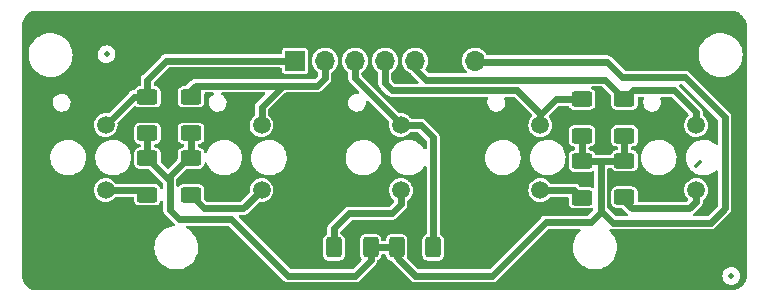
<source format=gbr>
%TF.GenerationSoftware,KiCad,Pcbnew,6.0.9-8da3e8f707~117~ubuntu22.04.1*%
%TF.CreationDate,2022-12-15T12:38:23+05:30*%
%TF.ProjectId,lsa,6c73612e-6b69-4636-9164-5f7063625858,rev?*%
%TF.SameCoordinates,Original*%
%TF.FileFunction,Copper,L2,Bot*%
%TF.FilePolarity,Positive*%
%FSLAX46Y46*%
G04 Gerber Fmt 4.6, Leading zero omitted, Abs format (unit mm)*
G04 Created by KiCad (PCBNEW 6.0.9-8da3e8f707~117~ubuntu22.04.1) date 2022-12-15 12:38:23*
%MOMM*%
%LPD*%
G01*
G04 APERTURE LIST*
G04 Aperture macros list*
%AMRoundRect*
0 Rectangle with rounded corners*
0 $1 Rounding radius*
0 $2 $3 $4 $5 $6 $7 $8 $9 X,Y pos of 4 corners*
0 Add a 4 corners polygon primitive as box body*
4,1,4,$2,$3,$4,$5,$6,$7,$8,$9,$2,$3,0*
0 Add four circle primitives for the rounded corners*
1,1,$1+$1,$2,$3*
1,1,$1+$1,$4,$5*
1,1,$1+$1,$6,$7*
1,1,$1+$1,$8,$9*
0 Add four rect primitives between the rounded corners*
20,1,$1+$1,$2,$3,$4,$5,0*
20,1,$1+$1,$4,$5,$6,$7,0*
20,1,$1+$1,$6,$7,$8,$9,0*
20,1,$1+$1,$8,$9,$2,$3,0*%
G04 Aperture macros list end*
%TA.AperFunction,ComponentPad*%
%ADD10R,1.700000X1.700000*%
%TD*%
%TA.AperFunction,ComponentPad*%
%ADD11O,1.700000X1.700000*%
%TD*%
%TA.AperFunction,ComponentPad*%
%ADD12C,1.500000*%
%TD*%
%TA.AperFunction,SMDPad,CuDef*%
%ADD13RoundRect,0.250000X0.625000X-0.400000X0.625000X0.400000X-0.625000X0.400000X-0.625000X-0.400000X0*%
%TD*%
%TA.AperFunction,SMDPad,CuDef*%
%ADD14RoundRect,0.250000X-0.400000X-0.625000X0.400000X-0.625000X0.400000X0.625000X-0.400000X0.625000X0*%
%TD*%
%TA.AperFunction,SMDPad,CuDef*%
%ADD15C,0.500000*%
%TD*%
%TA.AperFunction,Conductor*%
%ADD16C,0.300000*%
%TD*%
%TA.AperFunction,Conductor*%
%ADD17C,0.600000*%
%TD*%
G04 APERTURE END LIST*
D10*
%TO.P,J1,1,Pin_1*%
%TO.N,/A4_32*%
X108500000Y-72400000D03*
D11*
%TO.P,J1,2,Pin_2*%
%TO.N,/A3_35*%
X111040000Y-72400000D03*
%TO.P,J1,3,Pin_3*%
%TO.N,/A2_34*%
X113580000Y-72400000D03*
%TO.P,J1,4,Pin_4*%
%TO.N,/A1_39*%
X116120000Y-72400000D03*
%TO.P,J1,5,Pin_5*%
%TO.N,/A0_36*%
X118660000Y-72400000D03*
%TO.P,J1,6,Pin_6*%
%TO.N,GND*%
X121200000Y-72400000D03*
%TO.P,J1,7,Pin_7*%
%TO.N,+3V3*%
X123740000Y-72400000D03*
%TD*%
D12*
%TO.P,U5,A*%
%TO.N,Net-(R10-Pad1)*%
X92470000Y-83350000D03*
%TO.P,U5,CATH*%
%TO.N,GND*%
X89930000Y-83350000D03*
%TO.P,U5,COLL*%
%TO.N,/A4_32*%
X92470000Y-77850000D03*
%TO.P,U5,E*%
%TO.N,GND*%
X89930000Y-77850000D03*
%TD*%
%TO.P,U3,A*%
%TO.N,Net-(R6-Pad1)*%
X117470000Y-83350000D03*
%TO.P,U3,CATH*%
%TO.N,GND*%
X114930000Y-83350000D03*
%TO.P,U3,COLL*%
%TO.N,/A2_34*%
X117470000Y-77850000D03*
%TO.P,U3,E*%
%TO.N,GND*%
X114930000Y-77850000D03*
%TD*%
%TO.P,U4,A*%
%TO.N,Net-(R8-Pad1)*%
X105670000Y-83350000D03*
%TO.P,U4,CATH*%
%TO.N,GND*%
X103130000Y-83350000D03*
%TO.P,U4,COLL*%
%TO.N,/A3_35*%
X105670000Y-77850000D03*
%TO.P,U4,E*%
%TO.N,GND*%
X103130000Y-77850000D03*
%TD*%
%TO.P,U2,A*%
%TO.N,Net-(R4-Pad1)*%
X129270000Y-83350000D03*
%TO.P,U2,CATH*%
%TO.N,GND*%
X126730000Y-83350000D03*
%TO.P,U2,COLL*%
%TO.N,/A1_39*%
X129270000Y-77850000D03*
%TO.P,U2,E*%
%TO.N,GND*%
X126730000Y-77850000D03*
%TD*%
%TO.P,U1,A*%
%TO.N,Net-(R2-Pad1)*%
X142470000Y-83350000D03*
%TO.P,U1,CATH*%
%TO.N,GND*%
X139930000Y-83350000D03*
%TO.P,U1,COLL*%
%TO.N,/A0_36*%
X142470000Y-77850000D03*
%TO.P,U1,E*%
%TO.N,GND*%
X139930000Y-77850000D03*
%TD*%
D13*
%TO.P,R7,1*%
%TO.N,+3V3*%
X99700000Y-78550000D03*
%TO.P,R7,2*%
%TO.N,/A3_35*%
X99700000Y-75450000D03*
%TD*%
%TO.P,R2,1*%
%TO.N,Net-(R2-Pad1)*%
X136400000Y-83950000D03*
%TO.P,R2,2*%
%TO.N,+3V3*%
X136400000Y-80850000D03*
%TD*%
D14*
%TO.P,R5,1*%
%TO.N,+3V3*%
X117100000Y-88200000D03*
%TO.P,R5,2*%
%TO.N,/A2_34*%
X120200000Y-88200000D03*
%TD*%
D13*
%TO.P,R9,1*%
%TO.N,+3V3*%
X96000000Y-78550000D03*
%TO.P,R9,2*%
%TO.N,/A4_32*%
X96000000Y-75450000D03*
%TD*%
D15*
%TO.P,REF\u002A\u002A,*%
%TO.N,*%
X145440000Y-90610000D03*
%TD*%
D13*
%TO.P,R4,1*%
%TO.N,Net-(R4-Pad1)*%
X132800000Y-84000000D03*
%TO.P,R4,2*%
%TO.N,+3V3*%
X132800000Y-80900000D03*
%TD*%
%TO.P,R3,1*%
%TO.N,+3V3*%
X132800000Y-78750000D03*
%TO.P,R3,2*%
%TO.N,/A1_39*%
X132800000Y-75650000D03*
%TD*%
%TO.P,R1,1*%
%TO.N,+3V3*%
X136400000Y-78750000D03*
%TO.P,R1,2*%
%TO.N,/A0_36*%
X136400000Y-75650000D03*
%TD*%
%TO.P,R8,1*%
%TO.N,Net-(R8-Pad1)*%
X99700000Y-83750000D03*
%TO.P,R8,2*%
%TO.N,+3V3*%
X99700000Y-80650000D03*
%TD*%
D14*
%TO.P,R6,1*%
%TO.N,Net-(R6-Pad1)*%
X111800000Y-88200000D03*
%TO.P,R6,2*%
%TO.N,+3V3*%
X114900000Y-88200000D03*
%TD*%
D13*
%TO.P,R10,1*%
%TO.N,Net-(R10-Pad1)*%
X96000000Y-83750000D03*
%TO.P,R10,2*%
%TO.N,+3V3*%
X96000000Y-80650000D03*
%TD*%
D15*
%TO.P,REF\u002A\u002A,*%
%TO.N,*%
X92550000Y-71850000D03*
%TD*%
D16*
%TO.N,*%
X142525000Y-81250000D02*
X142790000Y-80985000D01*
X142790000Y-80985000D02*
X142455000Y-81320000D01*
D17*
%TO.N,/A4_32*%
X94870000Y-75450000D02*
X92470000Y-77850000D01*
X96000000Y-74000000D02*
X96000000Y-75450000D01*
X97600000Y-72400000D02*
X108500000Y-72400000D01*
X92470000Y-77850000D02*
X92470000Y-77430000D01*
X96000000Y-75450000D02*
X94870000Y-75450000D01*
X97600000Y-72400000D02*
X96000000Y-74000000D01*
%TO.N,+3V3*%
X117100000Y-88200000D02*
X117100000Y-89000000D01*
X99700000Y-78550000D02*
X99700000Y-80650000D01*
X134400000Y-84300000D02*
X134400000Y-81000000D01*
X123740000Y-72400000D02*
X123815000Y-72475000D01*
X134400000Y-81000000D02*
X134500000Y-80900000D01*
X114900000Y-89300000D02*
X114900000Y-88200000D01*
X144900001Y-77200001D02*
X144900001Y-84899999D01*
X123740000Y-72400000D02*
X123840000Y-72500000D01*
X134400000Y-85085660D02*
X134400000Y-84300000D01*
X129730001Y-86069999D02*
X133530001Y-86069999D01*
X118700000Y-90600000D02*
X125200000Y-90600000D01*
X134900000Y-72500000D02*
X136200000Y-73800000D01*
X124140000Y-72000000D02*
X123740000Y-72400000D01*
X117100000Y-89000000D02*
X118700000Y-90600000D01*
X114900000Y-88200000D02*
X117100000Y-88200000D01*
X97900000Y-85000000D02*
X97900000Y-82550000D01*
X141500000Y-73800000D02*
X144900001Y-77200001D01*
X132800000Y-78750000D02*
X132800000Y-80900000D01*
X123840000Y-72500000D02*
X134900000Y-72500000D01*
X143700000Y-86100000D02*
X135414340Y-86100000D01*
X99700000Y-80650000D02*
X99450000Y-80650000D01*
X125200000Y-90600000D02*
X129730001Y-86069999D01*
X97900000Y-82550000D02*
X96000000Y-80650000D01*
X113600000Y-90600000D02*
X107900000Y-90600000D01*
X107900000Y-90600000D02*
X103100000Y-85800000D01*
X99450000Y-80650000D02*
X97900000Y-82200000D01*
X97900000Y-82200000D02*
X97900000Y-84900000D01*
X98700000Y-85800000D02*
X97900000Y-85000000D01*
X96000000Y-78550000D02*
X96000000Y-80650000D01*
X133530001Y-86069999D02*
X134400000Y-85200000D01*
X136400000Y-80850000D02*
X136350000Y-80900000D01*
X132800000Y-80900000D02*
X134500000Y-80900000D01*
X136400000Y-80850000D02*
X136400000Y-78750000D01*
X144900001Y-84899999D02*
X143700000Y-86100000D01*
X134400000Y-85200000D02*
X134400000Y-84300000D01*
X135414340Y-86100000D02*
X134400000Y-85085660D01*
X103100000Y-85800000D02*
X98700000Y-85800000D01*
X136200000Y-73800000D02*
X141500000Y-73800000D01*
X136350000Y-80900000D02*
X134500000Y-80900000D01*
X113600000Y-90600000D02*
X114900000Y-89300000D01*
%TO.N,Net-(R2-Pad1)*%
X136400000Y-83950000D02*
X136400000Y-84300000D01*
X137000000Y-84900000D02*
X141900000Y-84900000D01*
X141900000Y-84900000D02*
X142470000Y-84330000D01*
X136400000Y-84300000D02*
X137000000Y-84900000D01*
X142470000Y-84330000D02*
X142470000Y-83350000D01*
%TO.N,Net-(R4-Pad1)*%
X129270000Y-83350000D02*
X132150000Y-83350000D01*
X132150000Y-83350000D02*
X132800000Y-84000000D01*
%TO.N,Net-(R6-Pad1)*%
X116700000Y-85300000D02*
X117470000Y-84530000D01*
X111900000Y-88300000D02*
X111800000Y-88200000D01*
X117470000Y-84530000D02*
X117470000Y-83350000D01*
X111800000Y-88200000D02*
X111800000Y-86600000D01*
X113100000Y-85300000D02*
X116700000Y-85300000D01*
X111800000Y-86600000D02*
X113100000Y-85300000D01*
%TO.N,Net-(R8-Pad1)*%
X99700000Y-83750000D02*
X99700000Y-83800000D01*
X99700000Y-83800000D02*
X100800000Y-84900000D01*
X100800000Y-84900000D02*
X104120000Y-84900000D01*
X104120000Y-84900000D02*
X105670000Y-83350000D01*
%TO.N,Net-(R10-Pad1)*%
X92470000Y-83350000D02*
X95600000Y-83350000D01*
X95600000Y-83350000D02*
X96000000Y-83750000D01*
%TO.N,/A3_35*%
X99700000Y-74900000D02*
X100100000Y-74500000D01*
X110400000Y-74500000D02*
X111040000Y-73860000D01*
X105670000Y-77850000D02*
X105670000Y-76330000D01*
X105670000Y-76330000D02*
X107500000Y-74500000D01*
X99700000Y-75450000D02*
X99700000Y-74900000D01*
X107500000Y-74500000D02*
X110400000Y-74500000D01*
X111040000Y-73860000D02*
X111040000Y-72400000D01*
X100100000Y-74500000D02*
X107500000Y-74500000D01*
%TO.N,/A2_34*%
X113580000Y-73880000D02*
X117470000Y-77770000D01*
X120200000Y-78900000D02*
X120200000Y-88200000D01*
X113580000Y-72400000D02*
X113580000Y-73880000D01*
X119150000Y-77850000D02*
X120200000Y-78900000D01*
X117470000Y-77770000D02*
X117470000Y-77850000D01*
X117470000Y-77850000D02*
X119150000Y-77850000D01*
%TO.N,/A1_39*%
X130575000Y-75650000D02*
X132800000Y-75650000D01*
X129270000Y-77850000D02*
X129270000Y-76955000D01*
X129270000Y-76955000D02*
X130575000Y-75650000D01*
X116120000Y-74320000D02*
X116120000Y-72400000D01*
X116699999Y-74899999D02*
X116120000Y-74320000D01*
X129270000Y-77850000D02*
X129270000Y-76870000D01*
X127299999Y-74899999D02*
X116699999Y-74899999D01*
X129270000Y-76870000D02*
X127299999Y-74899999D01*
%TO.N,/A0_36*%
X137150000Y-74900000D02*
X136400000Y-75650000D01*
X142470000Y-77850000D02*
X142470000Y-76770000D01*
X140600000Y-74900000D02*
X137150000Y-74900000D01*
X136400000Y-75650000D02*
X134750000Y-74000000D01*
X118660000Y-73060000D02*
X118660000Y-72400000D01*
X119600000Y-74000000D02*
X118660000Y-73060000D01*
X142470000Y-76770000D02*
X140600000Y-74900000D01*
X134750000Y-74000000D02*
X119600000Y-74000000D01*
%TO.N,GND*%
X102730000Y-83750000D02*
X103130000Y-83350000D01*
%TD*%
%TA.AperFunction,Conductor*%
%TO.N,GND*%
G36*
X115992902Y-68154500D02*
G01*
X145327180Y-68154829D01*
X145351766Y-68157251D01*
X145352487Y-68157395D01*
X145352491Y-68157395D01*
X145364659Y-68159816D01*
X145376829Y-68157396D01*
X145389242Y-68157396D01*
X145389242Y-68158096D01*
X145400012Y-68157433D01*
X145529899Y-68166998D01*
X145562497Y-68169399D01*
X145580794Y-68172108D01*
X145699194Y-68198640D01*
X145765324Y-68213459D01*
X145783021Y-68218816D01*
X145959505Y-68286735D01*
X145976225Y-68294623D01*
X145977158Y-68295150D01*
X146140865Y-68387649D01*
X146156256Y-68397904D01*
X146190654Y-68424669D01*
X146305505Y-68514035D01*
X146319230Y-68526435D01*
X146446914Y-68660073D01*
X146449862Y-68663159D01*
X146461623Y-68677435D01*
X146570832Y-68831812D01*
X146580377Y-68847655D01*
X146665022Y-69014805D01*
X146665807Y-69016356D01*
X146672928Y-69033423D01*
X146711576Y-69149340D01*
X146732741Y-69212823D01*
X146737287Y-69230753D01*
X146765637Y-69391210D01*
X146766069Y-69401972D01*
X146766766Y-69401901D01*
X146768023Y-69414249D01*
X146766847Y-69426601D01*
X146770384Y-69438125D01*
X146770943Y-69448190D01*
X146778303Y-70223387D01*
X146784834Y-70911285D01*
X146784840Y-70912481D01*
X146784840Y-90541860D01*
X146782418Y-90566444D01*
X146779854Y-90579333D01*
X146782274Y-90591503D01*
X146782274Y-90603915D01*
X146781424Y-90603915D01*
X146782058Y-90614669D01*
X146770279Y-90764286D01*
X146767186Y-90783813D01*
X146726188Y-90954569D01*
X146720078Y-90973373D01*
X146652873Y-91135613D01*
X146643897Y-91153229D01*
X146552138Y-91302963D01*
X146540517Y-91318957D01*
X146426470Y-91452489D01*
X146412489Y-91466470D01*
X146278957Y-91580517D01*
X146262963Y-91592138D01*
X146113229Y-91683897D01*
X146095613Y-91692873D01*
X145933373Y-91760078D01*
X145914569Y-91766188D01*
X145743813Y-91807186D01*
X145724286Y-91810279D01*
X145574669Y-91822058D01*
X145563915Y-91821424D01*
X145563915Y-91822274D01*
X145551503Y-91822274D01*
X145539333Y-91819854D01*
X145527163Y-91822275D01*
X145527162Y-91822275D01*
X145526608Y-91822386D01*
X145526409Y-91822425D01*
X145501851Y-91824846D01*
X86812431Y-91835500D01*
X86662476Y-91835500D01*
X86637897Y-91833079D01*
X86625000Y-91830514D01*
X86612827Y-91832936D01*
X86600418Y-91832936D01*
X86600418Y-91832084D01*
X86589669Y-91832720D01*
X86440046Y-91820944D01*
X86420518Y-91817851D01*
X86249755Y-91776854D01*
X86230961Y-91770748D01*
X86068712Y-91703542D01*
X86051107Y-91694572D01*
X85901368Y-91602812D01*
X85885372Y-91591190D01*
X85751839Y-91477141D01*
X85737859Y-91463161D01*
X85623810Y-91329628D01*
X85612188Y-91313632D01*
X85588156Y-91274416D01*
X85520428Y-91163893D01*
X85511458Y-91146288D01*
X85444252Y-90984039D01*
X85438144Y-90965240D01*
X85437898Y-90964212D01*
X85397149Y-90794481D01*
X85394056Y-90774954D01*
X85382733Y-90631088D01*
X85382280Y-90625331D01*
X85382916Y-90614582D01*
X85382064Y-90614582D01*
X85382064Y-90602173D01*
X85384486Y-90590000D01*
X85382065Y-90577828D01*
X85382065Y-90577212D01*
X85379760Y-90552953D01*
X85389658Y-89105654D01*
X85389662Y-89105582D01*
X85389830Y-89104737D01*
X85389830Y-89080894D01*
X85389833Y-89080032D01*
X85389979Y-89058694D01*
X85389979Y-89058693D01*
X85389995Y-89056345D01*
X85389833Y-89055499D01*
X85389830Y-89055439D01*
X85389830Y-83335907D01*
X91460738Y-83335907D01*
X91461254Y-83342051D01*
X91474993Y-83505661D01*
X91477222Y-83532209D01*
X91531521Y-83721570D01*
X91621566Y-83896779D01*
X91625389Y-83901603D01*
X91625392Y-83901607D01*
X91653045Y-83936496D01*
X91743927Y-84051160D01*
X91748620Y-84055154D01*
X91748621Y-84055155D01*
X91824711Y-84119912D01*
X91893945Y-84178835D01*
X91899323Y-84181841D01*
X91899325Y-84181842D01*
X92060361Y-84271842D01*
X92065904Y-84274940D01*
X92253255Y-84335814D01*
X92448862Y-84359139D01*
X92454997Y-84358667D01*
X92454999Y-84358667D01*
X92514801Y-84354065D01*
X92645274Y-84344026D01*
X92835009Y-84291050D01*
X92840513Y-84288270D01*
X93005341Y-84205010D01*
X93005343Y-84205009D01*
X93010842Y-84202231D01*
X93166074Y-84080950D01*
X93170100Y-84076286D01*
X93170103Y-84076283D01*
X93280688Y-83948169D01*
X93340341Y-83909672D01*
X93376069Y-83904500D01*
X94744500Y-83904500D01*
X94812621Y-83924502D01*
X94859114Y-83978158D01*
X94870500Y-84030500D01*
X94870500Y-84197756D01*
X94877202Y-84259448D01*
X94879974Y-84266841D01*
X94879974Y-84266843D01*
X94883723Y-84276844D01*
X94927929Y-84394764D01*
X94933309Y-84401943D01*
X94933311Y-84401946D01*
X94967644Y-84447756D01*
X95014596Y-84510404D01*
X95021776Y-84515785D01*
X95123054Y-84591689D01*
X95123057Y-84591691D01*
X95130236Y-84597071D01*
X95186401Y-84618126D01*
X95258157Y-84645026D01*
X95258159Y-84645026D01*
X95265552Y-84647798D01*
X95273402Y-84648651D01*
X95273403Y-84648651D01*
X95303734Y-84651946D01*
X95327244Y-84654500D01*
X96672756Y-84654500D01*
X96696266Y-84651946D01*
X96726597Y-84648651D01*
X96726598Y-84648651D01*
X96734448Y-84647798D01*
X96741841Y-84645026D01*
X96741843Y-84645026D01*
X96813599Y-84618126D01*
X96869764Y-84597071D01*
X96876943Y-84591691D01*
X96876946Y-84591689D01*
X96978224Y-84515785D01*
X96985404Y-84510404D01*
X97032356Y-84447756D01*
X97066689Y-84401946D01*
X97066691Y-84401943D01*
X97072071Y-84394764D01*
X97101518Y-84316213D01*
X97144159Y-84259448D01*
X97210720Y-84234748D01*
X97280069Y-84249955D01*
X97330188Y-84300241D01*
X97345500Y-84360442D01*
X97345500Y-84984925D01*
X97345390Y-84990201D01*
X97342772Y-85052674D01*
X97344734Y-85061039D01*
X97352788Y-85095378D01*
X97354951Y-85107051D01*
X97360905Y-85150518D01*
X97364317Y-85158402D01*
X97366953Y-85164494D01*
X97373987Y-85185763D01*
X97377463Y-85200583D01*
X97398603Y-85239037D01*
X97403818Y-85249683D01*
X97417830Y-85282063D01*
X97417832Y-85282067D01*
X97421242Y-85289946D01*
X97426646Y-85296619D01*
X97426647Y-85296621D01*
X97430821Y-85301775D01*
X97443312Y-85320363D01*
X97450652Y-85333715D01*
X97457710Y-85341891D01*
X97482453Y-85366634D01*
X97491279Y-85376435D01*
X97511444Y-85401338D01*
X97511447Y-85401341D01*
X97516850Y-85408013D01*
X97532364Y-85419038D01*
X97548464Y-85432645D01*
X98280425Y-86164606D01*
X98314451Y-86226918D01*
X98309386Y-86297733D01*
X98266839Y-86354569D01*
X98200451Y-86379370D01*
X98196138Y-86379683D01*
X98196125Y-86379685D01*
X98191575Y-86380015D01*
X98187120Y-86380999D01*
X98187117Y-86380999D01*
X97933230Y-86437053D01*
X97933228Y-86437054D01*
X97928774Y-86438037D01*
X97677100Y-86533387D01*
X97673114Y-86535601D01*
X97673112Y-86535602D01*
X97454792Y-86656868D01*
X97441828Y-86664069D01*
X97438196Y-86666841D01*
X97231509Y-86824579D01*
X97231505Y-86824583D01*
X97227884Y-86827346D01*
X97039751Y-87019797D01*
X97037066Y-87023486D01*
X96884058Y-87233696D01*
X96884053Y-87233703D01*
X96881370Y-87237390D01*
X96756059Y-87475567D01*
X96666443Y-87729338D01*
X96665560Y-87733820D01*
X96630855Y-87909900D01*
X96614399Y-87993389D01*
X96614172Y-87997942D01*
X96614172Y-87997945D01*
X96604991Y-88182383D01*
X96601018Y-88262186D01*
X96626579Y-88530100D01*
X96690547Y-88791518D01*
X96791583Y-89040963D01*
X96927569Y-89273210D01*
X97095658Y-89483395D01*
X97292327Y-89667113D01*
X97513457Y-89820516D01*
X97754416Y-89940391D01*
X97758750Y-89941812D01*
X97758753Y-89941813D01*
X98005823Y-90022807D01*
X98005829Y-90022808D01*
X98010156Y-90024227D01*
X98014647Y-90025007D01*
X98014648Y-90025007D01*
X98271538Y-90069611D01*
X98271546Y-90069612D01*
X98275319Y-90070267D01*
X98279156Y-90070458D01*
X98358777Y-90074422D01*
X98358785Y-90074422D01*
X98360348Y-90074500D01*
X98528374Y-90074500D01*
X98530642Y-90074335D01*
X98530654Y-90074335D01*
X98661457Y-90064844D01*
X98728425Y-90059985D01*
X98732880Y-90059001D01*
X98732883Y-90059001D01*
X98986770Y-90002947D01*
X98986772Y-90002946D01*
X98991226Y-90001963D01*
X99242900Y-89906613D01*
X99300344Y-89874706D01*
X99474179Y-89778149D01*
X99474180Y-89778148D01*
X99478172Y-89775931D01*
X99528943Y-89737184D01*
X99688491Y-89615421D01*
X99688495Y-89615417D01*
X99692116Y-89612654D01*
X99880249Y-89420203D01*
X99946270Y-89329500D01*
X100035942Y-89206304D01*
X100035947Y-89206297D01*
X100038630Y-89202610D01*
X100163941Y-88964433D01*
X100253557Y-88710662D01*
X100278688Y-88583156D01*
X100304720Y-88451083D01*
X100304721Y-88451077D01*
X100305601Y-88446611D01*
X100314782Y-88262186D01*
X100318755Y-88182383D01*
X100318755Y-88182377D01*
X100318982Y-88177814D01*
X100293421Y-87909900D01*
X100229453Y-87648482D01*
X100128417Y-87399037D01*
X99992431Y-87166790D01*
X99824342Y-86956605D01*
X99627673Y-86772887D01*
X99415955Y-86626013D01*
X99410291Y-86622084D01*
X99410290Y-86622084D01*
X99406543Y-86619484D01*
X99353933Y-86593311D01*
X99301852Y-86545060D01*
X99284125Y-86476313D01*
X99306379Y-86408894D01*
X99361551Y-86364210D01*
X99410055Y-86354500D01*
X102818129Y-86354500D01*
X102886250Y-86374502D01*
X102907224Y-86391405D01*
X107497232Y-90981413D01*
X107500885Y-90985221D01*
X107530611Y-91017547D01*
X107543226Y-91031266D01*
X107550521Y-91035789D01*
X107550522Y-91035790D01*
X107580505Y-91054380D01*
X107590286Y-91061103D01*
X107625234Y-91087630D01*
X107639396Y-91093237D01*
X107659409Y-91103303D01*
X107665041Y-91106795D01*
X107672344Y-91111323D01*
X107680591Y-91113719D01*
X107680593Y-91113720D01*
X107702720Y-91120148D01*
X107714476Y-91123564D01*
X107725701Y-91127408D01*
X107758498Y-91140393D01*
X107758505Y-91140395D01*
X107766490Y-91143556D01*
X107780098Y-91144987D01*
X107781633Y-91145148D01*
X107803605Y-91149459D01*
X107818235Y-91153709D01*
X107829007Y-91154500D01*
X107864005Y-91154500D01*
X107877175Y-91155190D01*
X107891227Y-91156667D01*
X107909037Y-91158539D01*
X107917581Y-91159437D01*
X107936346Y-91156263D01*
X107957348Y-91154500D01*
X113584925Y-91154500D01*
X113590201Y-91154610D01*
X113652674Y-91157228D01*
X113675531Y-91151867D01*
X113695378Y-91147212D01*
X113707051Y-91145049D01*
X113722754Y-91142898D01*
X113750518Y-91139095D01*
X113764493Y-91133047D01*
X113785763Y-91126013D01*
X113792222Y-91124498D01*
X113800583Y-91122537D01*
X113839037Y-91101397D01*
X113849683Y-91096182D01*
X113882063Y-91082170D01*
X113882067Y-91082168D01*
X113889946Y-91078758D01*
X113899759Y-91070812D01*
X113901775Y-91069179D01*
X113920363Y-91056688D01*
X113933715Y-91049348D01*
X113939245Y-91044574D01*
X113940140Y-91043802D01*
X113940147Y-91043796D01*
X113941891Y-91042290D01*
X113966634Y-91017547D01*
X113976435Y-91008721D01*
X114001338Y-90988556D01*
X114001341Y-90988553D01*
X114008013Y-90983150D01*
X114019038Y-90967636D01*
X114032645Y-90951536D01*
X115281413Y-89702768D01*
X115285221Y-89699115D01*
X115324948Y-89662584D01*
X115324949Y-89662583D01*
X115331266Y-89656774D01*
X115354381Y-89619494D01*
X115361104Y-89609712D01*
X115382438Y-89581605D01*
X115387630Y-89574765D01*
X115393237Y-89560604D01*
X115403300Y-89540598D01*
X115406794Y-89534963D01*
X115406798Y-89534954D01*
X115411323Y-89527656D01*
X115423565Y-89485520D01*
X115427409Y-89474293D01*
X115443556Y-89433510D01*
X115445148Y-89418367D01*
X115449459Y-89396394D01*
X115453709Y-89381765D01*
X115454192Y-89375182D01*
X115454848Y-89371539D01*
X115486598Y-89308037D01*
X115528666Y-89279863D01*
X115528485Y-89279533D01*
X115532176Y-89277513D01*
X115534625Y-89275872D01*
X115544764Y-89272071D01*
X115551943Y-89266691D01*
X115551946Y-89266689D01*
X115653224Y-89190785D01*
X115660404Y-89185404D01*
X115720213Y-89105601D01*
X115741689Y-89076946D01*
X115741691Y-89076943D01*
X115747071Y-89069764D01*
X115797798Y-88934448D01*
X115804500Y-88872756D01*
X115804588Y-88872766D01*
X115827927Y-88806739D01*
X115884022Y-88763220D01*
X115930081Y-88754500D01*
X116069919Y-88754500D01*
X116138040Y-88774502D01*
X116184533Y-88828158D01*
X116195500Y-88872726D01*
X116195500Y-88872756D01*
X116202202Y-88934448D01*
X116252929Y-89069764D01*
X116258309Y-89076943D01*
X116258311Y-89076946D01*
X116279787Y-89105601D01*
X116339596Y-89185404D01*
X116346776Y-89190785D01*
X116448054Y-89266689D01*
X116448057Y-89266691D01*
X116455236Y-89272071D01*
X116523566Y-89297686D01*
X116583151Y-89320024D01*
X116583154Y-89320025D01*
X116590552Y-89322798D01*
X116600366Y-89323864D01*
X116601788Y-89324455D01*
X116606091Y-89325478D01*
X116605925Y-89326174D01*
X116665928Y-89351108D01*
X116675851Y-89360032D01*
X116682453Y-89366634D01*
X116691279Y-89376435D01*
X116711444Y-89401338D01*
X116711447Y-89401341D01*
X116716850Y-89408013D01*
X116732364Y-89419038D01*
X116748464Y-89432645D01*
X118297232Y-90981413D01*
X118300885Y-90985221D01*
X118330611Y-91017547D01*
X118343226Y-91031266D01*
X118350521Y-91035789D01*
X118350522Y-91035790D01*
X118380506Y-91054381D01*
X118390288Y-91061104D01*
X118425235Y-91087630D01*
X118433220Y-91090791D01*
X118433219Y-91090791D01*
X118439396Y-91093237D01*
X118459402Y-91103300D01*
X118465037Y-91106794D01*
X118465046Y-91106798D01*
X118472344Y-91111323D01*
X118480591Y-91113719D01*
X118514480Y-91123565D01*
X118525702Y-91127407D01*
X118566490Y-91143556D01*
X118580098Y-91144987D01*
X118581633Y-91145148D01*
X118603605Y-91149459D01*
X118618235Y-91153709D01*
X118629007Y-91154500D01*
X118664005Y-91154500D01*
X118677175Y-91155190D01*
X118691227Y-91156667D01*
X118709037Y-91158539D01*
X118717581Y-91159437D01*
X118736346Y-91156263D01*
X118757348Y-91154500D01*
X125184925Y-91154500D01*
X125190201Y-91154610D01*
X125252674Y-91157228D01*
X125275531Y-91151867D01*
X125295378Y-91147212D01*
X125307051Y-91145049D01*
X125322754Y-91142898D01*
X125350518Y-91139095D01*
X125364493Y-91133047D01*
X125385763Y-91126013D01*
X125392222Y-91124498D01*
X125400583Y-91122537D01*
X125439037Y-91101397D01*
X125449683Y-91096182D01*
X125482063Y-91082170D01*
X125482067Y-91082168D01*
X125489946Y-91078758D01*
X125499759Y-91070812D01*
X125501775Y-91069179D01*
X125520363Y-91056688D01*
X125533715Y-91049348D01*
X125539245Y-91044574D01*
X125540140Y-91043802D01*
X125540147Y-91043796D01*
X125541891Y-91042290D01*
X125566634Y-91017547D01*
X125576435Y-91008721D01*
X125601338Y-90988556D01*
X125601341Y-90988553D01*
X125608013Y-90983150D01*
X125619038Y-90967636D01*
X125632645Y-90951536D01*
X125984726Y-90599455D01*
X144684825Y-90599455D01*
X144685512Y-90606462D01*
X144685512Y-90606465D01*
X144688311Y-90635010D01*
X144701255Y-90767025D01*
X144754402Y-90926791D01*
X144758049Y-90932813D01*
X144758050Y-90932815D01*
X144836350Y-91062103D01*
X144841624Y-91070812D01*
X144846513Y-91075875D01*
X144846514Y-91075876D01*
X144908818Y-91140393D01*
X144958586Y-91191929D01*
X144964483Y-91195788D01*
X145093577Y-91280266D01*
X145093581Y-91280268D01*
X145099475Y-91284125D01*
X145257289Y-91342815D01*
X145264270Y-91343746D01*
X145264272Y-91343747D01*
X145309812Y-91349823D01*
X145424183Y-91365083D01*
X145431194Y-91364445D01*
X145431198Y-91364445D01*
X145584843Y-91350462D01*
X145591864Y-91349823D01*
X145598566Y-91347645D01*
X145598568Y-91347645D01*
X145745298Y-91299970D01*
X145745301Y-91299969D01*
X145751997Y-91297793D01*
X145896623Y-91211578D01*
X145901717Y-91206727D01*
X145901721Y-91206724D01*
X146013454Y-91100322D01*
X146013455Y-91100320D01*
X146018554Y-91095465D01*
X146027213Y-91082433D01*
X146076187Y-91008721D01*
X146111731Y-90955223D01*
X146171521Y-90797823D01*
X146194955Y-90631088D01*
X146195249Y-90610000D01*
X146194809Y-90606077D01*
X146177266Y-90449672D01*
X146177265Y-90449669D01*
X146176481Y-90442676D01*
X146121108Y-90283668D01*
X146031884Y-90140879D01*
X146023723Y-90132661D01*
X145918205Y-90026403D01*
X145918201Y-90026400D01*
X145913242Y-90021406D01*
X145771079Y-89931187D01*
X145612462Y-89874706D01*
X145605474Y-89873873D01*
X145605471Y-89873872D01*
X145512300Y-89862762D01*
X145445273Y-89854769D01*
X145438270Y-89855505D01*
X145438269Y-89855505D01*
X145392712Y-89860293D01*
X145277821Y-89872369D01*
X145271155Y-89874638D01*
X145271152Y-89874639D01*
X145125098Y-89924360D01*
X145125095Y-89924361D01*
X145118431Y-89926630D01*
X145112436Y-89930318D01*
X145112432Y-89930320D01*
X144981021Y-90011165D01*
X144981019Y-90011167D01*
X144975022Y-90014856D01*
X144854724Y-90132661D01*
X144763515Y-90274190D01*
X144705927Y-90432409D01*
X144684825Y-90599455D01*
X125984726Y-90599455D01*
X129922777Y-86661404D01*
X129985089Y-86627378D01*
X130011872Y-86624499D01*
X132566803Y-86624499D01*
X132634924Y-86644501D01*
X132681417Y-86698157D01*
X132691521Y-86768431D01*
X132662027Y-86833011D01*
X132656904Y-86838578D01*
X132479751Y-87019797D01*
X132477066Y-87023486D01*
X132324058Y-87233696D01*
X132324053Y-87233703D01*
X132321370Y-87237390D01*
X132196059Y-87475567D01*
X132106443Y-87729338D01*
X132105560Y-87733820D01*
X132070855Y-87909900D01*
X132054399Y-87993389D01*
X132054172Y-87997942D01*
X132054172Y-87997945D01*
X132044991Y-88182383D01*
X132041018Y-88262186D01*
X132066579Y-88530100D01*
X132130547Y-88791518D01*
X132231583Y-89040963D01*
X132367569Y-89273210D01*
X132535658Y-89483395D01*
X132732327Y-89667113D01*
X132953457Y-89820516D01*
X133194416Y-89940391D01*
X133198750Y-89941812D01*
X133198753Y-89941813D01*
X133445823Y-90022807D01*
X133445829Y-90022808D01*
X133450156Y-90024227D01*
X133454647Y-90025007D01*
X133454648Y-90025007D01*
X133711538Y-90069611D01*
X133711546Y-90069612D01*
X133715319Y-90070267D01*
X133719156Y-90070458D01*
X133798777Y-90074422D01*
X133798785Y-90074422D01*
X133800348Y-90074500D01*
X133968374Y-90074500D01*
X133970642Y-90074335D01*
X133970654Y-90074335D01*
X134101457Y-90064844D01*
X134168425Y-90059985D01*
X134172880Y-90059001D01*
X134172883Y-90059001D01*
X134426770Y-90002947D01*
X134426772Y-90002946D01*
X134431226Y-90001963D01*
X134682900Y-89906613D01*
X134740344Y-89874706D01*
X134914179Y-89778149D01*
X134914180Y-89778148D01*
X134918172Y-89775931D01*
X134968943Y-89737184D01*
X135128491Y-89615421D01*
X135128495Y-89615417D01*
X135132116Y-89612654D01*
X135320249Y-89420203D01*
X135386270Y-89329500D01*
X135475942Y-89206304D01*
X135475947Y-89206297D01*
X135478630Y-89202610D01*
X135603941Y-88964433D01*
X135693557Y-88710662D01*
X135718688Y-88583156D01*
X135744720Y-88451083D01*
X135744721Y-88451077D01*
X135745601Y-88446611D01*
X135754782Y-88262186D01*
X135758755Y-88182383D01*
X135758755Y-88182377D01*
X135758982Y-88177814D01*
X135733421Y-87909900D01*
X135669453Y-87648482D01*
X135568417Y-87399037D01*
X135432431Y-87166790D01*
X135264342Y-86956605D01*
X135154903Y-86854372D01*
X135118777Y-86793254D01*
X135121429Y-86722307D01*
X135162017Y-86664057D01*
X135227655Y-86636997D01*
X135270968Y-86639934D01*
X135272845Y-86640395D01*
X135280829Y-86643556D01*
X135295037Y-86645049D01*
X135295969Y-86645147D01*
X135317949Y-86649460D01*
X135326230Y-86651866D01*
X135326235Y-86651867D01*
X135332575Y-86653709D01*
X135339156Y-86654192D01*
X135339160Y-86654193D01*
X135340037Y-86654257D01*
X135343347Y-86654500D01*
X135378352Y-86654500D01*
X135391522Y-86655190D01*
X135431921Y-86659436D01*
X135440388Y-86658004D01*
X135440389Y-86658004D01*
X135450676Y-86656264D01*
X135471688Y-86654500D01*
X143684925Y-86654500D01*
X143690201Y-86654610D01*
X143752674Y-86657228D01*
X143795376Y-86647212D01*
X143807051Y-86645049D01*
X143822754Y-86642898D01*
X143850518Y-86639095D01*
X143864493Y-86633047D01*
X143885763Y-86626013D01*
X143892222Y-86624498D01*
X143900583Y-86622537D01*
X143939037Y-86601397D01*
X143949683Y-86596182D01*
X143982063Y-86582170D01*
X143982067Y-86582168D01*
X143989946Y-86578758D01*
X144001775Y-86569179D01*
X144020363Y-86556688D01*
X144033715Y-86549348D01*
X144039245Y-86544574D01*
X144040140Y-86543802D01*
X144040147Y-86543796D01*
X144041891Y-86542290D01*
X144066634Y-86517547D01*
X144076435Y-86508721D01*
X144101338Y-86488556D01*
X144101341Y-86488553D01*
X144108013Y-86483150D01*
X144119038Y-86467636D01*
X144132645Y-86451536D01*
X145281414Y-85302767D01*
X145285222Y-85299114D01*
X145324949Y-85262583D01*
X145324950Y-85262582D01*
X145331267Y-85256773D01*
X145339041Y-85244236D01*
X145354382Y-85219493D01*
X145361105Y-85209711D01*
X145382439Y-85181604D01*
X145387631Y-85174764D01*
X145393238Y-85160603D01*
X145403301Y-85140597D01*
X145406795Y-85134962D01*
X145406799Y-85134953D01*
X145411324Y-85127655D01*
X145423566Y-85085519D01*
X145427410Y-85074292D01*
X145432657Y-85061039D01*
X145443557Y-85033509D01*
X145445149Y-85018366D01*
X145449460Y-84996393D01*
X145451868Y-84988103D01*
X145453710Y-84981764D01*
X145454501Y-84970992D01*
X145454501Y-84935994D01*
X145455191Y-84922823D01*
X145458540Y-84890962D01*
X145459438Y-84882418D01*
X145456264Y-84863653D01*
X145454501Y-84842651D01*
X145454501Y-77215100D01*
X145454611Y-77209824D01*
X145456870Y-77155911D01*
X145457230Y-77147328D01*
X145454002Y-77133566D01*
X145447214Y-77104622D01*
X145445051Y-77092953D01*
X145440261Y-77057990D01*
X145439096Y-77049483D01*
X145433048Y-77035507D01*
X145426014Y-77014238D01*
X145424500Y-77007783D01*
X145422538Y-76999418D01*
X145418401Y-76991893D01*
X145418400Y-76991890D01*
X145401401Y-76960970D01*
X145396179Y-76950310D01*
X145382169Y-76917935D01*
X145378759Y-76910055D01*
X145369176Y-76898221D01*
X145356686Y-76879633D01*
X145352530Y-76872073D01*
X145349349Y-76866287D01*
X145342292Y-76858110D01*
X145317544Y-76833362D01*
X145308718Y-76823561D01*
X145288556Y-76798662D01*
X145288554Y-76798660D01*
X145283151Y-76791988D01*
X145267643Y-76780967D01*
X145251538Y-76767356D01*
X141902767Y-73418586D01*
X141899114Y-73414778D01*
X141862584Y-73375052D01*
X141862583Y-73375051D01*
X141856774Y-73368734D01*
X141838032Y-73357113D01*
X141819494Y-73345619D01*
X141809712Y-73338896D01*
X141793439Y-73326544D01*
X141774765Y-73312370D01*
X141765053Y-73308525D01*
X141760604Y-73306763D01*
X141740598Y-73296700D01*
X141734963Y-73293206D01*
X141734954Y-73293202D01*
X141727656Y-73288677D01*
X141685521Y-73276435D01*
X141674298Y-73272593D01*
X141633510Y-73256444D01*
X141619902Y-73255013D01*
X141618367Y-73254852D01*
X141596394Y-73250541D01*
X141581765Y-73246291D01*
X141570993Y-73245500D01*
X141535995Y-73245500D01*
X141522824Y-73244810D01*
X141512607Y-73243736D01*
X141508773Y-73243333D01*
X141490963Y-73241461D01*
X141482419Y-73240563D01*
X141463654Y-73243737D01*
X141442652Y-73245500D01*
X136481872Y-73245500D01*
X136413751Y-73225498D01*
X136392777Y-73208595D01*
X135302767Y-72118586D01*
X135299114Y-72114778D01*
X135262584Y-72075052D01*
X135262583Y-72075051D01*
X135256774Y-72068734D01*
X135219494Y-72045619D01*
X135209712Y-72038896D01*
X135181605Y-72017562D01*
X135181606Y-72017562D01*
X135174765Y-72012370D01*
X135163844Y-72008046D01*
X135160604Y-72006763D01*
X135140598Y-71996700D01*
X135134963Y-71993206D01*
X135134954Y-71993202D01*
X135127656Y-71988677D01*
X135085521Y-71976435D01*
X135074298Y-71972593D01*
X135033510Y-71956444D01*
X135019489Y-71954970D01*
X135018367Y-71954852D01*
X135004779Y-71952186D01*
X142681018Y-71952186D01*
X142706579Y-72220100D01*
X142707664Y-72224534D01*
X142707665Y-72224540D01*
X142743495Y-72370964D01*
X142770547Y-72481518D01*
X142871583Y-72730963D01*
X143007569Y-72963210D01*
X143175658Y-73173395D01*
X143372327Y-73357113D01*
X143522564Y-73461336D01*
X143584784Y-73504499D01*
X143593457Y-73510516D01*
X143834416Y-73630391D01*
X143838750Y-73631812D01*
X143838753Y-73631813D01*
X144085823Y-73712807D01*
X144085829Y-73712808D01*
X144090156Y-73714227D01*
X144094647Y-73715007D01*
X144094648Y-73715007D01*
X144351538Y-73759611D01*
X144351546Y-73759612D01*
X144355319Y-73760267D01*
X144359156Y-73760458D01*
X144438777Y-73764422D01*
X144438785Y-73764422D01*
X144440348Y-73764500D01*
X144608374Y-73764500D01*
X144610642Y-73764335D01*
X144610654Y-73764335D01*
X144741457Y-73754844D01*
X144808425Y-73749985D01*
X144812880Y-73749001D01*
X144812883Y-73749001D01*
X145066770Y-73692947D01*
X145066772Y-73692946D01*
X145071226Y-73691963D01*
X145322900Y-73596613D01*
X145420344Y-73542488D01*
X145554179Y-73468149D01*
X145554180Y-73468148D01*
X145558172Y-73465931D01*
X145622317Y-73416977D01*
X145768491Y-73305421D01*
X145768495Y-73305417D01*
X145772116Y-73302654D01*
X145777937Y-73296700D01*
X145884167Y-73188031D01*
X145960249Y-73110203D01*
X146023557Y-73023227D01*
X146115942Y-72896304D01*
X146115947Y-72896297D01*
X146118630Y-72892610D01*
X146243941Y-72654433D01*
X146333557Y-72400662D01*
X146358688Y-72273156D01*
X146384720Y-72141083D01*
X146384721Y-72141077D01*
X146385601Y-72136611D01*
X146385828Y-72132055D01*
X146398755Y-71872383D01*
X146398755Y-71872377D01*
X146398982Y-71867814D01*
X146373421Y-71599900D01*
X146354768Y-71523668D01*
X146310539Y-71342920D01*
X146309453Y-71338482D01*
X146208417Y-71089037D01*
X146072431Y-70856790D01*
X145904342Y-70646605D01*
X145707673Y-70462887D01*
X145486543Y-70309484D01*
X145245584Y-70189609D01*
X145241250Y-70188188D01*
X145241247Y-70188187D01*
X144994177Y-70107193D01*
X144994171Y-70107192D01*
X144989844Y-70105773D01*
X144985352Y-70104993D01*
X144728462Y-70060389D01*
X144728454Y-70060388D01*
X144724681Y-70059733D01*
X144714718Y-70059237D01*
X144641223Y-70055578D01*
X144641215Y-70055578D01*
X144639652Y-70055500D01*
X144471626Y-70055500D01*
X144469358Y-70055665D01*
X144469346Y-70055665D01*
X144338543Y-70065156D01*
X144271575Y-70070015D01*
X144267120Y-70070999D01*
X144267117Y-70070999D01*
X144013230Y-70127053D01*
X144013228Y-70127054D01*
X144008774Y-70128037D01*
X143757100Y-70223387D01*
X143521828Y-70354069D01*
X143518196Y-70356841D01*
X143311509Y-70514579D01*
X143311505Y-70514583D01*
X143307884Y-70517346D01*
X143119751Y-70709797D01*
X143117066Y-70713486D01*
X142964058Y-70923696D01*
X142964053Y-70923703D01*
X142961370Y-70927390D01*
X142836059Y-71165567D01*
X142746443Y-71419338D01*
X142725880Y-71523668D01*
X142697869Y-71665786D01*
X142694399Y-71683389D01*
X142694172Y-71687942D01*
X142694172Y-71687945D01*
X142681253Y-71947472D01*
X142681018Y-71952186D01*
X135004779Y-71952186D01*
X134996394Y-71950541D01*
X134981765Y-71946291D01*
X134970993Y-71945500D01*
X134935995Y-71945500D01*
X134922824Y-71944810D01*
X134912607Y-71943736D01*
X134908630Y-71943318D01*
X134890963Y-71941461D01*
X134882419Y-71940563D01*
X134863654Y-71943737D01*
X134842652Y-71945500D01*
X124825806Y-71945500D01*
X124757685Y-71925498D01*
X124712800Y-71875228D01*
X124712693Y-71875010D01*
X124696972Y-71843131D01*
X124688331Y-71825608D01*
X124688328Y-71825604D01*
X124685776Y-71820428D01*
X124682321Y-71815801D01*
X124682320Y-71815799D01*
X124646315Y-71767584D01*
X124633268Y-71745849D01*
X124609415Y-71695159D01*
X124510145Y-71580153D01*
X124436349Y-71531123D01*
X124390758Y-71500833D01*
X124383604Y-71496080D01*
X124375438Y-71493426D01*
X124372096Y-71491811D01*
X124359702Y-71484934D01*
X124248464Y-71414748D01*
X124248465Y-71414748D01*
X124243581Y-71411667D01*
X124055039Y-71336446D01*
X124049379Y-71335320D01*
X124049375Y-71335319D01*
X123861613Y-71297971D01*
X123861610Y-71297971D01*
X123855946Y-71296844D01*
X123850171Y-71296768D01*
X123850167Y-71296768D01*
X123748793Y-71295441D01*
X123652971Y-71294187D01*
X123647274Y-71295166D01*
X123647273Y-71295166D01*
X123559397Y-71310266D01*
X123452910Y-71328564D01*
X123262463Y-71398824D01*
X123088010Y-71502612D01*
X123083670Y-71506418D01*
X123083666Y-71506421D01*
X122977075Y-71599900D01*
X122935392Y-71636455D01*
X122809720Y-71795869D01*
X122807031Y-71800980D01*
X122807029Y-71800983D01*
X122771868Y-71867814D01*
X122715203Y-71975515D01*
X122655007Y-72169378D01*
X122631148Y-72370964D01*
X122644424Y-72573522D01*
X122645845Y-72579118D01*
X122645846Y-72579123D01*
X122664973Y-72654433D01*
X122694392Y-72770269D01*
X122696809Y-72775512D01*
X122734010Y-72856208D01*
X122779377Y-72954616D01*
X122793431Y-72974502D01*
X122891638Y-73113462D01*
X122896533Y-73120389D01*
X123008280Y-73229248D01*
X123043117Y-73291107D01*
X123038980Y-73361983D01*
X122997181Y-73419371D01*
X122930992Y-73445050D01*
X122920358Y-73445500D01*
X119881872Y-73445500D01*
X119813751Y-73425498D01*
X119792777Y-73408595D01*
X119582006Y-73197824D01*
X119547980Y-73135512D01*
X119553045Y-73064697D01*
X119567259Y-73037364D01*
X119570449Y-73032722D01*
X119574147Y-73028276D01*
X119613852Y-72957379D01*
X119670510Y-72856208D01*
X119670511Y-72856206D01*
X119673334Y-72851165D01*
X119675190Y-72845698D01*
X119675192Y-72845693D01*
X119736728Y-72664414D01*
X119736729Y-72664409D01*
X119738584Y-72658945D01*
X119739412Y-72653236D01*
X119739413Y-72653231D01*
X119758132Y-72524125D01*
X119767712Y-72458053D01*
X119769232Y-72400000D01*
X119752702Y-72220100D01*
X119751187Y-72203613D01*
X119751186Y-72203610D01*
X119750658Y-72197859D01*
X119748059Y-72188642D01*
X119697125Y-72008046D01*
X119697124Y-72008044D01*
X119695557Y-72002487D01*
X119692704Y-71996700D01*
X119608331Y-71825609D01*
X119608330Y-71825608D01*
X119605776Y-71820428D01*
X119602320Y-71815799D01*
X119512233Y-71695159D01*
X119484320Y-71657779D01*
X119335258Y-71519987D01*
X119330375Y-71516906D01*
X119330371Y-71516903D01*
X119168464Y-71414748D01*
X119163581Y-71411667D01*
X118975039Y-71336446D01*
X118969379Y-71335320D01*
X118969375Y-71335319D01*
X118781613Y-71297971D01*
X118781610Y-71297971D01*
X118775946Y-71296844D01*
X118770171Y-71296768D01*
X118770167Y-71296768D01*
X118668793Y-71295441D01*
X118572971Y-71294187D01*
X118567274Y-71295166D01*
X118567273Y-71295166D01*
X118479397Y-71310266D01*
X118372910Y-71328564D01*
X118182463Y-71398824D01*
X118008010Y-71502612D01*
X118003670Y-71506418D01*
X118003666Y-71506421D01*
X117897075Y-71599900D01*
X117855392Y-71636455D01*
X117729720Y-71795869D01*
X117727031Y-71800980D01*
X117727029Y-71800983D01*
X117691868Y-71867814D01*
X117635203Y-71975515D01*
X117575007Y-72169378D01*
X117551148Y-72370964D01*
X117564424Y-72573522D01*
X117565845Y-72579118D01*
X117565846Y-72579123D01*
X117584973Y-72654433D01*
X117614392Y-72770269D01*
X117616809Y-72775512D01*
X117654010Y-72856208D01*
X117699377Y-72954616D01*
X117713431Y-72974502D01*
X117811638Y-73113462D01*
X117816533Y-73120389D01*
X117961938Y-73262035D01*
X117966742Y-73265245D01*
X118013818Y-73296700D01*
X118130720Y-73374812D01*
X118136025Y-73377091D01*
X118210479Y-73409079D01*
X118258661Y-73445552D01*
X118271443Y-73461336D01*
X118276850Y-73468013D01*
X118292364Y-73479038D01*
X118308464Y-73492645D01*
X118946223Y-74130404D01*
X118980249Y-74192716D01*
X118975184Y-74263531D01*
X118932637Y-74320367D01*
X118866117Y-74345178D01*
X118857128Y-74345499D01*
X116981870Y-74345499D01*
X116913749Y-74325497D01*
X116892775Y-74308594D01*
X116711405Y-74127224D01*
X116677379Y-74064912D01*
X116674500Y-74038129D01*
X116674500Y-73429313D01*
X116694502Y-73361192D01*
X116738937Y-73319377D01*
X116743234Y-73316971D01*
X116743236Y-73316969D01*
X116748276Y-73314147D01*
X116904345Y-73184345D01*
X116981643Y-73091405D01*
X117030453Y-73032718D01*
X117030455Y-73032715D01*
X117034147Y-73028276D01*
X117133334Y-72851165D01*
X117135190Y-72845698D01*
X117135192Y-72845693D01*
X117196728Y-72664414D01*
X117196729Y-72664409D01*
X117198584Y-72658945D01*
X117199412Y-72653236D01*
X117199413Y-72653231D01*
X117218132Y-72524125D01*
X117227712Y-72458053D01*
X117229232Y-72400000D01*
X117212702Y-72220100D01*
X117211187Y-72203613D01*
X117211186Y-72203610D01*
X117210658Y-72197859D01*
X117208059Y-72188642D01*
X117157125Y-72008046D01*
X117157124Y-72008044D01*
X117155557Y-72002487D01*
X117152704Y-71996700D01*
X117068331Y-71825609D01*
X117068330Y-71825608D01*
X117065776Y-71820428D01*
X117062320Y-71815799D01*
X116972233Y-71695159D01*
X116944320Y-71657779D01*
X116795258Y-71519987D01*
X116790375Y-71516906D01*
X116790371Y-71516903D01*
X116628464Y-71414748D01*
X116623581Y-71411667D01*
X116435039Y-71336446D01*
X116429379Y-71335320D01*
X116429375Y-71335319D01*
X116241613Y-71297971D01*
X116241610Y-71297971D01*
X116235946Y-71296844D01*
X116230171Y-71296768D01*
X116230167Y-71296768D01*
X116128793Y-71295441D01*
X116032971Y-71294187D01*
X116027274Y-71295166D01*
X116027273Y-71295166D01*
X115939397Y-71310266D01*
X115832910Y-71328564D01*
X115642463Y-71398824D01*
X115468010Y-71502612D01*
X115463670Y-71506418D01*
X115463666Y-71506421D01*
X115357075Y-71599900D01*
X115315392Y-71636455D01*
X115189720Y-71795869D01*
X115187031Y-71800980D01*
X115187029Y-71800983D01*
X115151868Y-71867814D01*
X115095203Y-71975515D01*
X115035007Y-72169378D01*
X115011148Y-72370964D01*
X115024424Y-72573522D01*
X115025845Y-72579118D01*
X115025846Y-72579123D01*
X115044973Y-72654433D01*
X115074392Y-72770269D01*
X115076809Y-72775512D01*
X115114010Y-72856208D01*
X115159377Y-72954616D01*
X115173431Y-72974502D01*
X115271638Y-73113462D01*
X115276533Y-73120389D01*
X115421938Y-73262035D01*
X115509503Y-73320544D01*
X115555029Y-73375019D01*
X115565500Y-73425308D01*
X115565500Y-74304925D01*
X115565390Y-74310201D01*
X115562772Y-74372674D01*
X115564734Y-74381039D01*
X115572788Y-74415378D01*
X115574951Y-74427051D01*
X115580905Y-74470518D01*
X115584317Y-74478402D01*
X115586953Y-74484494D01*
X115593987Y-74505763D01*
X115597463Y-74520583D01*
X115618603Y-74559037D01*
X115623818Y-74569683D01*
X115637830Y-74602063D01*
X115637832Y-74602067D01*
X115641242Y-74609946D01*
X115646646Y-74616619D01*
X115646647Y-74616621D01*
X115650821Y-74621775D01*
X115663312Y-74640363D01*
X115670652Y-74653715D01*
X115677710Y-74661891D01*
X115702453Y-74686634D01*
X115711279Y-74696435D01*
X115731444Y-74721338D01*
X115731447Y-74721341D01*
X115736850Y-74728013D01*
X115743852Y-74732989D01*
X115743853Y-74732990D01*
X115752354Y-74739031D01*
X115768461Y-74752642D01*
X116297254Y-75281436D01*
X116300906Y-75285244D01*
X116303624Y-75288200D01*
X116343225Y-75331265D01*
X116380504Y-75354379D01*
X116390267Y-75361088D01*
X116425233Y-75387629D01*
X116438247Y-75392781D01*
X116439393Y-75393235D01*
X116459402Y-75403298D01*
X116472343Y-75411322D01*
X116504306Y-75420609D01*
X116514475Y-75423563D01*
X116525704Y-75427408D01*
X116558501Y-75440393D01*
X116558509Y-75440395D01*
X116566488Y-75443554D01*
X116581618Y-75445144D01*
X116603603Y-75449457D01*
X116618234Y-75453708D01*
X116624818Y-75454191D01*
X116624821Y-75454192D01*
X116625520Y-75454243D01*
X116629006Y-75454499D01*
X116664012Y-75454499D01*
X116677182Y-75455189D01*
X116717579Y-75459435D01*
X116726046Y-75458003D01*
X116726047Y-75458003D01*
X116736334Y-75456263D01*
X116757346Y-75454499D01*
X124746337Y-75454499D01*
X124814458Y-75474501D01*
X124860951Y-75528157D01*
X124871055Y-75598431D01*
X124858843Y-75633566D01*
X124859963Y-75634053D01*
X124857042Y-75640771D01*
X124853368Y-75647096D01*
X124802370Y-75815480D01*
X124791476Y-75991080D01*
X124792716Y-75998296D01*
X124792716Y-75998298D01*
X124815058Y-76128319D01*
X124821271Y-76164477D01*
X124890156Y-76326368D01*
X124994437Y-76468071D01*
X125128520Y-76581982D01*
X125172034Y-76604201D01*
X125278695Y-76658666D01*
X125278700Y-76658668D01*
X125285212Y-76661993D01*
X125292318Y-76663732D01*
X125292321Y-76663733D01*
X125336822Y-76674622D01*
X125456108Y-76703811D01*
X125461710Y-76704159D01*
X125461713Y-76704159D01*
X125465275Y-76704380D01*
X125465284Y-76704380D01*
X125467214Y-76704500D01*
X125594053Y-76704500D01*
X125685950Y-76693786D01*
X125717482Y-76690110D01*
X125717484Y-76690110D01*
X125724754Y-76689262D01*
X125731631Y-76686766D01*
X125731634Y-76686765D01*
X125883255Y-76631729D01*
X125890134Y-76629232D01*
X125896251Y-76625222D01*
X125896254Y-76625220D01*
X125981366Y-76569417D01*
X126037268Y-76532766D01*
X126158264Y-76405040D01*
X126246632Y-76252904D01*
X126297630Y-76084520D01*
X126308524Y-75908920D01*
X126307190Y-75901153D01*
X126279969Y-75742738D01*
X126279968Y-75742736D01*
X126278729Y-75735523D01*
X126233757Y-75629831D01*
X126225491Y-75559319D01*
X126256659Y-75495529D01*
X126317367Y-75458718D01*
X126349698Y-75454499D01*
X127018128Y-75454499D01*
X127086249Y-75474501D01*
X127107223Y-75491404D01*
X128565563Y-76949744D01*
X128599589Y-77012056D01*
X128594524Y-77082871D01*
X128565572Y-77127405D01*
X128563788Y-77128840D01*
X128437163Y-77279745D01*
X128428881Y-77294810D01*
X128357281Y-77425052D01*
X128342262Y-77452371D01*
X128340398Y-77458246D01*
X128340397Y-77458249D01*
X128305719Y-77567569D01*
X128282697Y-77640142D01*
X128260738Y-77835907D01*
X128261254Y-77842051D01*
X128274247Y-77996776D01*
X128277222Y-78032209D01*
X128331521Y-78221570D01*
X128421566Y-78396779D01*
X128425389Y-78401603D01*
X128425392Y-78401607D01*
X128522055Y-78523565D01*
X128543927Y-78551160D01*
X128548620Y-78555154D01*
X128548621Y-78555155D01*
X128666837Y-78655764D01*
X128693945Y-78678835D01*
X128699323Y-78681841D01*
X128699325Y-78681842D01*
X128835585Y-78757995D01*
X128865904Y-78774940D01*
X129053255Y-78835814D01*
X129248862Y-78859139D01*
X129254997Y-78858667D01*
X129254999Y-78858667D01*
X129314801Y-78854065D01*
X129445274Y-78844026D01*
X129635009Y-78791050D01*
X129640513Y-78788270D01*
X129805341Y-78705010D01*
X129805343Y-78705009D01*
X129810842Y-78702231D01*
X129966074Y-78580950D01*
X129970100Y-78576286D01*
X129970103Y-78576283D01*
X130090764Y-78436496D01*
X130090765Y-78436494D01*
X130094793Y-78431828D01*
X130110318Y-78404500D01*
X130189049Y-78265907D01*
X130192096Y-78260544D01*
X130254277Y-78073622D01*
X130278966Y-77878183D01*
X130279071Y-77870640D01*
X130279311Y-77853522D01*
X130279311Y-77853518D01*
X130279360Y-77850000D01*
X130260137Y-77653948D01*
X130203200Y-77465363D01*
X130164605Y-77392777D01*
X130113611Y-77296871D01*
X130113609Y-77296868D01*
X130110717Y-77291429D01*
X130006146Y-77163212D01*
X129978594Y-77097784D01*
X129990789Y-77027843D01*
X130014696Y-76994485D01*
X130767776Y-76241405D01*
X130830088Y-76207379D01*
X130856871Y-76204500D01*
X131606763Y-76204500D01*
X131674884Y-76224502D01*
X131721377Y-76278158D01*
X131724744Y-76286269D01*
X131724777Y-76286358D01*
X131724779Y-76286362D01*
X131727929Y-76294764D01*
X131733309Y-76301943D01*
X131733311Y-76301946D01*
X131781568Y-76366335D01*
X131814596Y-76410404D01*
X131821776Y-76415785D01*
X131923054Y-76491689D01*
X131923057Y-76491691D01*
X131930236Y-76497071D01*
X131998805Y-76522776D01*
X132058157Y-76545026D01*
X132058159Y-76545026D01*
X132065552Y-76547798D01*
X132073402Y-76548651D01*
X132073403Y-76548651D01*
X132123847Y-76554131D01*
X132127244Y-76554500D01*
X133472756Y-76554500D01*
X133476153Y-76554131D01*
X133526597Y-76548651D01*
X133526598Y-76548651D01*
X133534448Y-76547798D01*
X133541841Y-76545026D01*
X133541843Y-76545026D01*
X133601195Y-76522776D01*
X133669764Y-76497071D01*
X133676943Y-76491691D01*
X133676946Y-76491689D01*
X133778224Y-76415785D01*
X133785404Y-76410404D01*
X133818432Y-76366335D01*
X133866689Y-76301946D01*
X133866691Y-76301943D01*
X133872071Y-76294764D01*
X133922798Y-76159448D01*
X133929500Y-76097756D01*
X133929500Y-75202244D01*
X133928767Y-75195500D01*
X133923651Y-75148403D01*
X133923651Y-75148402D01*
X133922798Y-75140552D01*
X133919443Y-75131601D01*
X133893991Y-75063709D01*
X133872071Y-75005236D01*
X133866691Y-74998057D01*
X133866689Y-74998054D01*
X133790785Y-74896776D01*
X133785404Y-74889596D01*
X133744605Y-74859019D01*
X133676946Y-74808311D01*
X133676943Y-74808309D01*
X133669764Y-74802929D01*
X133657902Y-74798482D01*
X133654971Y-74796281D01*
X133653485Y-74795467D01*
X133653602Y-74795253D01*
X133601137Y-74755842D01*
X133576436Y-74689281D01*
X133591642Y-74619932D01*
X133641927Y-74569813D01*
X133702130Y-74554500D01*
X134468128Y-74554500D01*
X134536249Y-74574502D01*
X134557224Y-74591405D01*
X135233596Y-75267778D01*
X135267621Y-75330090D01*
X135270500Y-75356873D01*
X135270500Y-76097756D01*
X135277202Y-76159448D01*
X135327929Y-76294764D01*
X135333309Y-76301943D01*
X135333311Y-76301946D01*
X135381568Y-76366335D01*
X135414596Y-76410404D01*
X135421776Y-76415785D01*
X135523054Y-76491689D01*
X135523057Y-76491691D01*
X135530236Y-76497071D01*
X135598805Y-76522776D01*
X135658157Y-76545026D01*
X135658159Y-76545026D01*
X135665552Y-76547798D01*
X135673402Y-76548651D01*
X135673403Y-76548651D01*
X135723847Y-76554131D01*
X135727244Y-76554500D01*
X137072756Y-76554500D01*
X137076153Y-76554131D01*
X137126597Y-76548651D01*
X137126598Y-76548651D01*
X137134448Y-76547798D01*
X137141841Y-76545026D01*
X137141843Y-76545026D01*
X137201195Y-76522776D01*
X137269764Y-76497071D01*
X137276943Y-76491691D01*
X137276946Y-76491689D01*
X137378224Y-76415785D01*
X137385404Y-76410404D01*
X137418432Y-76366335D01*
X137466689Y-76301946D01*
X137466691Y-76301943D01*
X137472071Y-76294764D01*
X137522798Y-76159448D01*
X137529500Y-76097756D01*
X137529500Y-75580500D01*
X137549502Y-75512379D01*
X137603158Y-75465886D01*
X137655500Y-75454500D01*
X137946337Y-75454500D01*
X138014458Y-75474502D01*
X138060951Y-75528158D01*
X138071055Y-75598432D01*
X138058841Y-75633565D01*
X138059963Y-75634053D01*
X138057042Y-75640771D01*
X138053368Y-75647096D01*
X138002370Y-75815480D01*
X137991476Y-75991080D01*
X137992716Y-75998296D01*
X137992716Y-75998298D01*
X138015058Y-76128319D01*
X138021271Y-76164477D01*
X138090156Y-76326368D01*
X138194437Y-76468071D01*
X138328520Y-76581982D01*
X138372034Y-76604201D01*
X138478695Y-76658666D01*
X138478700Y-76658668D01*
X138485212Y-76661993D01*
X138492318Y-76663732D01*
X138492321Y-76663733D01*
X138536822Y-76674622D01*
X138656108Y-76703811D01*
X138661710Y-76704159D01*
X138661713Y-76704159D01*
X138665275Y-76704380D01*
X138665284Y-76704380D01*
X138667214Y-76704500D01*
X138794053Y-76704500D01*
X138885950Y-76693786D01*
X138917482Y-76690110D01*
X138917484Y-76690110D01*
X138924754Y-76689262D01*
X138931631Y-76686766D01*
X138931634Y-76686765D01*
X139083255Y-76631729D01*
X139090134Y-76629232D01*
X139096251Y-76625222D01*
X139096254Y-76625220D01*
X139181366Y-76569417D01*
X139237268Y-76532766D01*
X139358264Y-76405040D01*
X139446632Y-76252904D01*
X139497630Y-76084520D01*
X139508524Y-75908920D01*
X139507190Y-75901153D01*
X139479969Y-75742738D01*
X139479968Y-75742736D01*
X139478729Y-75735523D01*
X139438412Y-75640771D01*
X139433758Y-75629833D01*
X139425492Y-75559319D01*
X139456661Y-75495530D01*
X139517369Y-75458718D01*
X139549699Y-75454500D01*
X140318129Y-75454500D01*
X140386250Y-75474502D01*
X140407224Y-75491405D01*
X141820181Y-76904363D01*
X141854207Y-76966675D01*
X141849142Y-77037491D01*
X141810039Y-77091654D01*
X141763788Y-77128840D01*
X141637163Y-77279745D01*
X141628881Y-77294810D01*
X141557281Y-77425052D01*
X141542262Y-77452371D01*
X141540398Y-77458246D01*
X141540397Y-77458249D01*
X141505719Y-77567569D01*
X141482697Y-77640142D01*
X141460738Y-77835907D01*
X141461254Y-77842051D01*
X141474247Y-77996776D01*
X141477222Y-78032209D01*
X141531521Y-78221570D01*
X141621566Y-78396779D01*
X141625389Y-78401603D01*
X141625392Y-78401607D01*
X141722055Y-78523565D01*
X141743927Y-78551160D01*
X141748620Y-78555154D01*
X141748621Y-78555155D01*
X141866837Y-78655764D01*
X141893945Y-78678835D01*
X141899323Y-78681841D01*
X141899325Y-78681842D01*
X142035585Y-78757995D01*
X142065904Y-78774940D01*
X142253255Y-78835814D01*
X142448862Y-78859139D01*
X142454997Y-78858667D01*
X142454999Y-78858667D01*
X142514801Y-78854065D01*
X142645274Y-78844026D01*
X142835009Y-78791050D01*
X142840513Y-78788270D01*
X143005341Y-78705010D01*
X143005343Y-78705009D01*
X143010842Y-78702231D01*
X143166074Y-78580950D01*
X143170100Y-78576286D01*
X143170103Y-78576283D01*
X143290764Y-78436496D01*
X143290765Y-78436494D01*
X143294793Y-78431828D01*
X143310318Y-78404500D01*
X143389049Y-78265907D01*
X143392096Y-78260544D01*
X143454277Y-78073622D01*
X143478966Y-77878183D01*
X143479071Y-77870640D01*
X143479311Y-77853522D01*
X143479311Y-77853518D01*
X143479360Y-77850000D01*
X143460137Y-77653948D01*
X143403200Y-77465363D01*
X143364605Y-77392777D01*
X143313611Y-77296871D01*
X143313609Y-77296868D01*
X143310717Y-77291429D01*
X143186212Y-77138770D01*
X143122838Y-77086343D01*
X143070185Y-77042784D01*
X143030446Y-76983950D01*
X143024500Y-76945699D01*
X143024500Y-76785074D01*
X143024610Y-76779798D01*
X143026868Y-76725909D01*
X143027228Y-76717326D01*
X143017212Y-76674622D01*
X143015049Y-76662949D01*
X143012898Y-76647246D01*
X143009095Y-76619482D01*
X143003047Y-76605506D01*
X142996013Y-76584237D01*
X142994498Y-76577778D01*
X142992537Y-76569417D01*
X142971397Y-76530963D01*
X142966182Y-76520317D01*
X142952170Y-76487937D01*
X142952168Y-76487933D01*
X142948758Y-76480054D01*
X142939179Y-76468225D01*
X142926688Y-76449637D01*
X142919348Y-76436285D01*
X142912290Y-76428109D01*
X142887547Y-76403366D01*
X142878721Y-76393565D01*
X142858556Y-76368662D01*
X142858553Y-76368659D01*
X142853150Y-76361987D01*
X142837636Y-76350962D01*
X142821536Y-76337355D01*
X141053776Y-74569595D01*
X141019750Y-74507283D01*
X141024815Y-74436468D01*
X141067362Y-74379632D01*
X141133882Y-74354821D01*
X141142871Y-74354500D01*
X141218129Y-74354500D01*
X141286250Y-74374502D01*
X141307224Y-74391405D01*
X144308596Y-77392777D01*
X144342622Y-77455089D01*
X144345501Y-77481872D01*
X144345501Y-79410731D01*
X144325499Y-79478852D01*
X144271843Y-79525345D01*
X144201569Y-79535449D01*
X144136989Y-79505955D01*
X144127952Y-79497304D01*
X144113457Y-79481976D01*
X144109982Y-79478301D01*
X144105965Y-79475230D01*
X144105962Y-79475227D01*
X144051422Y-79433528D01*
X144050916Y-79433130D01*
X144047532Y-79429896D01*
X144043260Y-79426982D01*
X144042355Y-79426364D01*
X144036834Y-79422374D01*
X143921673Y-79334326D01*
X143921662Y-79334319D01*
X143917652Y-79331253D01*
X143853214Y-79296702D01*
X143850579Y-79295246D01*
X143847971Y-79293764D01*
X143843700Y-79290851D01*
X143839014Y-79288676D01*
X143839011Y-79288674D01*
X143836573Y-79287542D01*
X143830081Y-79284298D01*
X143797528Y-79266843D01*
X143704285Y-79216847D01*
X143632913Y-79192272D01*
X143629457Y-79190879D01*
X143629439Y-79190929D01*
X143624597Y-79189147D01*
X143619896Y-79186965D01*
X143611277Y-79184575D01*
X143603964Y-79182303D01*
X143475371Y-79138025D01*
X143470382Y-79137163D01*
X143470381Y-79137163D01*
X143396855Y-79124463D01*
X143391012Y-79123152D01*
X143387112Y-79122408D01*
X143382129Y-79121026D01*
X143372597Y-79120007D01*
X143364572Y-79118887D01*
X143236800Y-79096817D01*
X143232839Y-79096637D01*
X143232838Y-79096637D01*
X143209216Y-79095564D01*
X143209197Y-79095564D01*
X143207797Y-79095500D01*
X143039159Y-79095500D01*
X143036651Y-79095702D01*
X143036646Y-79095702D01*
X142863717Y-79109615D01*
X142863712Y-79109616D01*
X142858676Y-79110021D01*
X142853768Y-79111226D01*
X142853765Y-79111227D01*
X142628475Y-79166564D01*
X142623561Y-79167771D01*
X142618909Y-79169746D01*
X142618905Y-79169747D01*
X142502308Y-79219240D01*
X142400703Y-79262369D01*
X142195837Y-79391380D01*
X142014232Y-79551486D01*
X141860561Y-79738568D01*
X141829494Y-79791947D01*
X141746507Y-79934533D01*
X141738778Y-79947812D01*
X141736965Y-79952535D01*
X141667225Y-80134215D01*
X141652016Y-80173835D01*
X141602507Y-80410823D01*
X141591524Y-80652677D01*
X141592105Y-80657697D01*
X141592105Y-80657701D01*
X141602243Y-80745319D01*
X141619351Y-80893176D01*
X141620730Y-80898050D01*
X141620731Y-80898054D01*
X141660162Y-81037401D01*
X141685271Y-81126133D01*
X141687406Y-81130712D01*
X141687407Y-81130714D01*
X141741849Y-81247465D01*
X141787589Y-81345553D01*
X141790430Y-81349734D01*
X141790431Y-81349735D01*
X141825172Y-81400854D01*
X141824556Y-81401272D01*
X141825720Y-81402420D01*
X141825905Y-81402281D01*
X141825935Y-81402321D01*
X141826597Y-81403203D01*
X141826797Y-81403482D01*
X141826834Y-81403519D01*
X141828393Y-81405595D01*
X141829809Y-81407679D01*
X141829898Y-81407820D01*
X141830035Y-81408011D01*
X141923671Y-81545793D01*
X141927148Y-81549470D01*
X141927153Y-81549476D01*
X141972137Y-81597044D01*
X141971584Y-81597567D01*
X141973601Y-81598994D01*
X141974083Y-81599636D01*
X141977809Y-81603197D01*
X141978140Y-81603570D01*
X141981516Y-81606963D01*
X142023972Y-81651858D01*
X142090018Y-81721699D01*
X142094035Y-81724770D01*
X142094038Y-81724773D01*
X142148578Y-81766472D01*
X142149084Y-81766870D01*
X142152468Y-81770104D01*
X142156740Y-81773018D01*
X142157645Y-81773636D01*
X142163166Y-81777626D01*
X142278327Y-81865674D01*
X142278338Y-81865681D01*
X142282348Y-81868747D01*
X142346786Y-81903298D01*
X142349421Y-81904754D01*
X142352029Y-81906236D01*
X142356300Y-81909149D01*
X142360986Y-81911324D01*
X142360989Y-81911326D01*
X142363427Y-81912458D01*
X142369912Y-81915699D01*
X142495715Y-81983153D01*
X142500500Y-81984801D01*
X142500501Y-81984801D01*
X142567084Y-82007727D01*
X142570543Y-82009121D01*
X142570561Y-82009071D01*
X142575403Y-82010853D01*
X142580104Y-82013035D01*
X142588723Y-82015425D01*
X142596036Y-82017697D01*
X142724629Y-82061975D01*
X142729618Y-82062837D01*
X142729619Y-82062837D01*
X142803145Y-82075537D01*
X142808988Y-82076848D01*
X142812888Y-82077592D01*
X142817871Y-82078974D01*
X142827403Y-82079993D01*
X142835428Y-82081113D01*
X142963200Y-82103183D01*
X142967161Y-82103363D01*
X142967162Y-82103363D01*
X142990784Y-82104436D01*
X142990803Y-82104436D01*
X142992203Y-82104500D01*
X143160841Y-82104500D01*
X143163349Y-82104298D01*
X143163354Y-82104298D01*
X143336283Y-82090385D01*
X143336288Y-82090384D01*
X143341324Y-82089979D01*
X143346232Y-82088774D01*
X143346235Y-82088773D01*
X143571525Y-82033436D01*
X143576439Y-82032229D01*
X143581091Y-82030254D01*
X143581095Y-82030253D01*
X143794642Y-81939607D01*
X143794643Y-81939607D01*
X143799297Y-81937631D01*
X144004163Y-81808620D01*
X144136176Y-81692235D01*
X144200501Y-81662190D01*
X144270859Y-81671691D01*
X144324911Y-81717723D01*
X144345501Y-81786749D01*
X144345501Y-84618126D01*
X144325499Y-84686247D01*
X144308597Y-84707221D01*
X143507224Y-85508595D01*
X143444911Y-85542620D01*
X143418128Y-85545500D01*
X142342871Y-85545500D01*
X142274750Y-85525498D01*
X142228257Y-85471842D01*
X142218153Y-85401568D01*
X142247647Y-85336988D01*
X142253776Y-85330405D01*
X142266634Y-85317547D01*
X142276435Y-85308721D01*
X142301338Y-85288556D01*
X142301341Y-85288553D01*
X142308013Y-85283150D01*
X142319038Y-85267636D01*
X142332645Y-85251536D01*
X142851413Y-84732768D01*
X142855221Y-84729115D01*
X142894948Y-84692584D01*
X142894949Y-84692583D01*
X142901266Y-84686774D01*
X142924381Y-84649494D01*
X142931104Y-84639712D01*
X142952438Y-84611605D01*
X142957630Y-84604765D01*
X142963237Y-84590604D01*
X142973300Y-84570598D01*
X142976794Y-84564963D01*
X142976798Y-84564954D01*
X142981323Y-84557656D01*
X142993565Y-84515520D01*
X142997409Y-84504293D01*
X142997832Y-84503224D01*
X143013556Y-84463510D01*
X143015148Y-84448367D01*
X143019459Y-84426394D01*
X143021867Y-84418104D01*
X143023709Y-84411765D01*
X143024500Y-84400993D01*
X143024500Y-84365995D01*
X143025190Y-84352824D01*
X143028539Y-84320963D01*
X143029437Y-84312419D01*
X143026263Y-84293654D01*
X143024500Y-84272652D01*
X143024500Y-84253014D01*
X143044502Y-84184893D01*
X143072926Y-84153725D01*
X143166074Y-84080950D01*
X143170100Y-84076286D01*
X143290764Y-83936496D01*
X143290765Y-83936494D01*
X143294793Y-83931828D01*
X143310318Y-83904500D01*
X143389049Y-83765907D01*
X143392096Y-83760544D01*
X143454277Y-83573622D01*
X143478966Y-83378183D01*
X143479360Y-83350000D01*
X143460137Y-83153948D01*
X143403200Y-82965363D01*
X143366116Y-82895619D01*
X143313611Y-82796871D01*
X143313609Y-82796868D01*
X143310717Y-82791429D01*
X143186212Y-82638770D01*
X143090740Y-82559789D01*
X143039177Y-82517132D01*
X143039174Y-82517130D01*
X143034427Y-82513203D01*
X142861143Y-82419508D01*
X142672960Y-82361256D01*
X142666835Y-82360612D01*
X142666834Y-82360612D01*
X142483176Y-82341309D01*
X142483174Y-82341309D01*
X142477047Y-82340665D01*
X142395018Y-82348130D01*
X142287004Y-82357960D01*
X142287001Y-82357961D01*
X142280865Y-82358519D01*
X142274959Y-82360257D01*
X142274955Y-82360258D01*
X142134775Y-82401516D01*
X142091887Y-82414138D01*
X142086427Y-82416992D01*
X142086428Y-82416992D01*
X141922772Y-82502549D01*
X141922768Y-82502552D01*
X141917312Y-82505404D01*
X141763788Y-82628840D01*
X141637163Y-82779745D01*
X141628881Y-82794810D01*
X141557281Y-82925052D01*
X141542262Y-82952371D01*
X141540398Y-82958246D01*
X141540397Y-82958249D01*
X141530453Y-82989596D01*
X141482697Y-83140142D01*
X141460738Y-83335907D01*
X141461254Y-83342051D01*
X141474993Y-83505661D01*
X141477222Y-83532209D01*
X141531521Y-83721570D01*
X141621566Y-83896779D01*
X141625389Y-83901603D01*
X141625392Y-83901607D01*
X141653045Y-83936496D01*
X141743927Y-84051160D01*
X141748620Y-84055154D01*
X141748621Y-84055155D01*
X141759189Y-84064149D01*
X141798102Y-84123532D01*
X141798733Y-84194526D01*
X141766621Y-84249198D01*
X141707224Y-84308595D01*
X141644912Y-84342621D01*
X141618129Y-84345500D01*
X137655500Y-84345500D01*
X137587379Y-84325498D01*
X137540886Y-84271842D01*
X137529500Y-84219500D01*
X137529500Y-83502244D01*
X137529131Y-83498847D01*
X137523651Y-83448403D01*
X137523651Y-83448402D01*
X137522798Y-83440552D01*
X137472071Y-83305236D01*
X137466691Y-83298057D01*
X137466689Y-83298054D01*
X137390785Y-83196776D01*
X137385404Y-83189596D01*
X137327582Y-83146261D01*
X137276946Y-83108311D01*
X137276943Y-83108309D01*
X137269764Y-83102929D01*
X137151502Y-83058595D01*
X137141843Y-83054974D01*
X137141841Y-83054974D01*
X137134448Y-83052202D01*
X137126598Y-83051349D01*
X137126597Y-83051349D01*
X137076153Y-83045869D01*
X137076152Y-83045869D01*
X137072756Y-83045500D01*
X135727244Y-83045500D01*
X135723848Y-83045869D01*
X135723847Y-83045869D01*
X135673403Y-83051349D01*
X135673402Y-83051349D01*
X135665552Y-83052202D01*
X135658159Y-83054974D01*
X135658157Y-83054974D01*
X135648498Y-83058595D01*
X135530236Y-83102929D01*
X135523057Y-83108309D01*
X135523054Y-83108311D01*
X135472418Y-83146261D01*
X135414596Y-83189596D01*
X135409215Y-83196776D01*
X135333311Y-83298054D01*
X135333309Y-83298057D01*
X135327929Y-83305236D01*
X135277202Y-83440552D01*
X135276349Y-83448402D01*
X135276349Y-83448403D01*
X135270869Y-83498847D01*
X135270500Y-83502244D01*
X135270500Y-84397756D01*
X135270869Y-84401152D01*
X135270869Y-84401153D01*
X135272711Y-84418104D01*
X135277202Y-84459448D01*
X135327929Y-84594764D01*
X135333309Y-84601943D01*
X135333311Y-84601946D01*
X135385438Y-84671498D01*
X135414596Y-84710404D01*
X135435023Y-84725713D01*
X135523054Y-84791689D01*
X135523057Y-84791691D01*
X135530236Y-84797071D01*
X135594713Y-84821242D01*
X135658157Y-84845026D01*
X135658159Y-84845026D01*
X135665552Y-84847798D01*
X135673402Y-84848651D01*
X135673403Y-84848651D01*
X135715544Y-84853229D01*
X135727244Y-84854500D01*
X136118129Y-84854500D01*
X136186250Y-84874502D01*
X136207224Y-84891405D01*
X136597232Y-85281413D01*
X136600885Y-85285221D01*
X136643226Y-85331266D01*
X136641443Y-85332906D01*
X136674095Y-85381254D01*
X136675714Y-85452232D01*
X136638702Y-85512818D01*
X136574811Y-85543776D01*
X136554040Y-85545500D01*
X135696211Y-85545500D01*
X135628090Y-85525498D01*
X135607116Y-85508595D01*
X134991405Y-84892884D01*
X134957379Y-84830572D01*
X134954500Y-84803789D01*
X134954500Y-81580500D01*
X134974502Y-81512379D01*
X135028158Y-81465886D01*
X135080500Y-81454500D01*
X135234726Y-81454500D01*
X135302847Y-81474502D01*
X135335551Y-81504934D01*
X135414596Y-81610404D01*
X135421776Y-81615785D01*
X135523054Y-81691689D01*
X135523057Y-81691691D01*
X135530236Y-81697071D01*
X135595932Y-81721699D01*
X135658157Y-81745026D01*
X135658159Y-81745026D01*
X135665552Y-81747798D01*
X135673402Y-81748651D01*
X135673403Y-81748651D01*
X135723847Y-81754131D01*
X135727244Y-81754500D01*
X137072756Y-81754500D01*
X137076153Y-81754131D01*
X137126597Y-81748651D01*
X137126598Y-81748651D01*
X137134448Y-81747798D01*
X137141841Y-81745026D01*
X137141843Y-81745026D01*
X137204068Y-81721699D01*
X137269764Y-81697071D01*
X137276943Y-81691691D01*
X137276946Y-81691689D01*
X137378224Y-81615785D01*
X137385404Y-81610404D01*
X137431685Y-81548651D01*
X137466689Y-81501946D01*
X137466691Y-81501943D01*
X137472071Y-81494764D01*
X137522798Y-81359448D01*
X137529500Y-81297756D01*
X137529500Y-80652677D01*
X137791524Y-80652677D01*
X137792105Y-80657697D01*
X137792105Y-80657701D01*
X137802243Y-80745319D01*
X137819351Y-80893176D01*
X137820730Y-80898050D01*
X137820731Y-80898054D01*
X137860162Y-81037401D01*
X137885271Y-81126133D01*
X137887406Y-81130712D01*
X137887407Y-81130714D01*
X137941849Y-81247465D01*
X137987589Y-81345553D01*
X137990430Y-81349734D01*
X137990431Y-81349735D01*
X138025172Y-81400854D01*
X138024556Y-81401272D01*
X138025720Y-81402420D01*
X138025905Y-81402281D01*
X138025935Y-81402321D01*
X138026597Y-81403203D01*
X138026797Y-81403482D01*
X138026834Y-81403519D01*
X138028393Y-81405595D01*
X138029809Y-81407679D01*
X138029898Y-81407820D01*
X138030035Y-81408011D01*
X138123671Y-81545793D01*
X138127148Y-81549470D01*
X138127153Y-81549476D01*
X138172137Y-81597044D01*
X138171584Y-81597567D01*
X138173601Y-81598994D01*
X138174083Y-81599636D01*
X138177809Y-81603197D01*
X138178140Y-81603570D01*
X138181516Y-81606963D01*
X138223972Y-81651858D01*
X138290018Y-81721699D01*
X138294035Y-81724770D01*
X138294038Y-81724773D01*
X138348578Y-81766472D01*
X138349084Y-81766870D01*
X138352468Y-81770104D01*
X138356740Y-81773018D01*
X138357645Y-81773636D01*
X138363166Y-81777626D01*
X138478327Y-81865674D01*
X138478338Y-81865681D01*
X138482348Y-81868747D01*
X138546786Y-81903298D01*
X138549421Y-81904754D01*
X138552029Y-81906236D01*
X138556300Y-81909149D01*
X138560986Y-81911324D01*
X138560989Y-81911326D01*
X138563427Y-81912458D01*
X138569912Y-81915699D01*
X138695715Y-81983153D01*
X138700500Y-81984801D01*
X138700501Y-81984801D01*
X138767084Y-82007727D01*
X138770543Y-82009121D01*
X138770561Y-82009071D01*
X138775403Y-82010853D01*
X138780104Y-82013035D01*
X138788723Y-82015425D01*
X138796036Y-82017697D01*
X138924629Y-82061975D01*
X138929618Y-82062837D01*
X138929619Y-82062837D01*
X139003145Y-82075537D01*
X139008988Y-82076848D01*
X139012888Y-82077592D01*
X139017871Y-82078974D01*
X139027403Y-82079993D01*
X139035428Y-82081113D01*
X139163200Y-82103183D01*
X139167161Y-82103363D01*
X139167162Y-82103363D01*
X139190784Y-82104436D01*
X139190803Y-82104436D01*
X139192203Y-82104500D01*
X139360841Y-82104500D01*
X139363349Y-82104298D01*
X139363354Y-82104298D01*
X139536283Y-82090385D01*
X139536288Y-82090384D01*
X139541324Y-82089979D01*
X139546232Y-82088774D01*
X139546235Y-82088773D01*
X139771525Y-82033436D01*
X139776439Y-82032229D01*
X139781091Y-82030254D01*
X139781095Y-82030253D01*
X139994642Y-81939607D01*
X139994643Y-81939607D01*
X139999297Y-81937631D01*
X140204163Y-81808620D01*
X140385768Y-81648514D01*
X140539439Y-81461432D01*
X140639011Y-81290351D01*
X140658680Y-81256556D01*
X140658681Y-81256554D01*
X140661222Y-81252188D01*
X140699835Y-81151597D01*
X140746169Y-81030894D01*
X140746170Y-81030891D01*
X140747984Y-81026165D01*
X140797493Y-80789177D01*
X140798762Y-80761250D01*
X140802728Y-80673888D01*
X140808476Y-80547323D01*
X140780649Y-80306824D01*
X140768455Y-80263729D01*
X140716107Y-80078736D01*
X140716106Y-80078734D01*
X140714729Y-80073867D01*
X140704966Y-80052929D01*
X140614548Y-79859030D01*
X140612411Y-79854447D01*
X140588946Y-79819919D01*
X140574828Y-79799146D01*
X140575444Y-79798728D01*
X140574280Y-79797580D01*
X140574095Y-79797719D01*
X140573991Y-79797580D01*
X140573403Y-79796797D01*
X140573203Y-79796518D01*
X140573166Y-79796481D01*
X140571607Y-79794405D01*
X140570191Y-79792321D01*
X140570102Y-79792180D01*
X140569965Y-79791989D01*
X140476329Y-79654207D01*
X140472852Y-79650530D01*
X140472847Y-79650524D01*
X140427863Y-79602956D01*
X140428416Y-79602433D01*
X140426399Y-79601006D01*
X140425917Y-79600364D01*
X140422191Y-79596803D01*
X140421860Y-79596430D01*
X140418484Y-79593037D01*
X140313458Y-79481977D01*
X140313457Y-79481976D01*
X140309982Y-79478301D01*
X140305965Y-79475230D01*
X140305962Y-79475227D01*
X140251422Y-79433528D01*
X140250916Y-79433130D01*
X140247532Y-79429896D01*
X140243260Y-79426982D01*
X140242355Y-79426364D01*
X140236834Y-79422374D01*
X140121673Y-79334326D01*
X140121662Y-79334319D01*
X140117652Y-79331253D01*
X140053214Y-79296702D01*
X140050579Y-79295246D01*
X140047971Y-79293764D01*
X140043700Y-79290851D01*
X140039014Y-79288676D01*
X140039011Y-79288674D01*
X140036573Y-79287542D01*
X140030081Y-79284298D01*
X139997528Y-79266843D01*
X139904285Y-79216847D01*
X139832913Y-79192272D01*
X139829457Y-79190879D01*
X139829439Y-79190929D01*
X139824597Y-79189147D01*
X139819896Y-79186965D01*
X139811277Y-79184575D01*
X139803964Y-79182303D01*
X139675371Y-79138025D01*
X139670382Y-79137163D01*
X139670381Y-79137163D01*
X139596855Y-79124463D01*
X139591012Y-79123152D01*
X139587112Y-79122408D01*
X139582129Y-79121026D01*
X139572597Y-79120007D01*
X139564572Y-79118887D01*
X139436800Y-79096817D01*
X139432839Y-79096637D01*
X139432838Y-79096637D01*
X139409216Y-79095564D01*
X139409197Y-79095564D01*
X139407797Y-79095500D01*
X139239159Y-79095500D01*
X139236651Y-79095702D01*
X139236646Y-79095702D01*
X139063717Y-79109615D01*
X139063712Y-79109616D01*
X139058676Y-79110021D01*
X139053768Y-79111226D01*
X139053765Y-79111227D01*
X138828475Y-79166564D01*
X138823561Y-79167771D01*
X138818909Y-79169746D01*
X138818905Y-79169747D01*
X138702308Y-79219240D01*
X138600703Y-79262369D01*
X138395837Y-79391380D01*
X138214232Y-79551486D01*
X138060561Y-79738568D01*
X138029494Y-79791947D01*
X137946507Y-79934533D01*
X137938778Y-79947812D01*
X137936965Y-79952535D01*
X137867225Y-80134215D01*
X137852016Y-80173835D01*
X137802507Y-80410823D01*
X137791524Y-80652677D01*
X137529500Y-80652677D01*
X137529500Y-80402244D01*
X137528230Y-80390552D01*
X137523651Y-80348403D01*
X137523651Y-80348402D01*
X137522798Y-80340552D01*
X137472071Y-80205236D01*
X137466691Y-80198057D01*
X137466689Y-80198054D01*
X137390785Y-80096776D01*
X137385404Y-80089596D01*
X137358304Y-80069286D01*
X137276946Y-80008311D01*
X137276943Y-80008309D01*
X137269764Y-80002929D01*
X137180046Y-79969296D01*
X137141843Y-79954974D01*
X137141841Y-79954974D01*
X137134448Y-79952202D01*
X137126598Y-79951349D01*
X137126597Y-79951349D01*
X137118286Y-79950446D01*
X137072756Y-79945500D01*
X137072766Y-79945412D01*
X137006739Y-79922073D01*
X136963220Y-79865978D01*
X136954500Y-79819919D01*
X136954500Y-79780081D01*
X136974502Y-79711960D01*
X137028158Y-79665467D01*
X137072726Y-79654500D01*
X137072756Y-79654500D01*
X137118286Y-79649554D01*
X137126597Y-79648651D01*
X137126598Y-79648651D01*
X137134448Y-79647798D01*
X137141841Y-79645026D01*
X137141843Y-79645026D01*
X137208816Y-79619919D01*
X137269764Y-79597071D01*
X137276943Y-79591691D01*
X137276946Y-79591689D01*
X137378224Y-79515785D01*
X137385404Y-79510404D01*
X137427302Y-79454500D01*
X137466689Y-79401946D01*
X137466691Y-79401943D01*
X137472071Y-79394764D01*
X137522798Y-79259448D01*
X137529500Y-79197756D01*
X137529500Y-78302244D01*
X137529131Y-78298847D01*
X137523651Y-78248403D01*
X137523651Y-78248402D01*
X137522798Y-78240552D01*
X137472071Y-78105236D01*
X137466691Y-78098057D01*
X137466689Y-78098054D01*
X137390785Y-77996776D01*
X137385404Y-77989596D01*
X137284056Y-77913640D01*
X137276946Y-77908311D01*
X137276943Y-77908309D01*
X137269764Y-77902929D01*
X137180046Y-77869296D01*
X137141843Y-77854974D01*
X137141841Y-77854974D01*
X137134448Y-77852202D01*
X137126598Y-77851349D01*
X137126597Y-77851349D01*
X137076153Y-77845869D01*
X137076152Y-77845869D01*
X137072756Y-77845500D01*
X135727244Y-77845500D01*
X135723848Y-77845869D01*
X135723847Y-77845869D01*
X135673403Y-77851349D01*
X135673402Y-77851349D01*
X135665552Y-77852202D01*
X135658159Y-77854974D01*
X135658157Y-77854974D01*
X135619954Y-77869296D01*
X135530236Y-77902929D01*
X135523057Y-77908309D01*
X135523054Y-77908311D01*
X135515944Y-77913640D01*
X135414596Y-77989596D01*
X135409215Y-77996776D01*
X135333311Y-78098054D01*
X135333309Y-78098057D01*
X135327929Y-78105236D01*
X135277202Y-78240552D01*
X135276349Y-78248402D01*
X135276349Y-78248403D01*
X135270869Y-78298847D01*
X135270500Y-78302244D01*
X135270500Y-79197756D01*
X135277202Y-79259448D01*
X135327929Y-79394764D01*
X135333309Y-79401943D01*
X135333311Y-79401946D01*
X135372698Y-79454500D01*
X135414596Y-79510404D01*
X135421776Y-79515785D01*
X135523054Y-79591689D01*
X135523057Y-79591691D01*
X135530236Y-79597071D01*
X135591184Y-79619919D01*
X135658157Y-79645026D01*
X135658159Y-79645026D01*
X135665552Y-79647798D01*
X135673402Y-79648651D01*
X135673403Y-79648651D01*
X135681714Y-79649554D01*
X135727244Y-79654500D01*
X135727234Y-79654588D01*
X135793261Y-79677927D01*
X135836780Y-79734022D01*
X135845500Y-79780081D01*
X135845500Y-79819919D01*
X135825498Y-79888040D01*
X135771842Y-79934533D01*
X135727274Y-79945500D01*
X135727244Y-79945500D01*
X135681714Y-79950446D01*
X135673403Y-79951349D01*
X135673402Y-79951349D01*
X135665552Y-79952202D01*
X135658159Y-79954974D01*
X135658157Y-79954974D01*
X135619954Y-79969296D01*
X135530236Y-80002929D01*
X135523057Y-80008309D01*
X135523054Y-80008311D01*
X135441696Y-80069286D01*
X135414596Y-80089596D01*
X135409215Y-80096776D01*
X135333311Y-80198054D01*
X135333309Y-80198057D01*
X135327929Y-80205236D01*
X135317980Y-80231776D01*
X135306001Y-80263729D01*
X135263360Y-80320494D01*
X135196798Y-80345194D01*
X135188019Y-80345500D01*
X134515074Y-80345500D01*
X134509798Y-80345390D01*
X134447326Y-80342772D01*
X134438961Y-80344734D01*
X134436771Y-80344941D01*
X134424911Y-80345500D01*
X133993237Y-80345500D01*
X133925116Y-80325498D01*
X133878623Y-80271842D01*
X133875256Y-80263731D01*
X133875223Y-80263642D01*
X133875221Y-80263638D01*
X133872071Y-80255236D01*
X133866691Y-80248057D01*
X133866689Y-80248054D01*
X133790785Y-80146776D01*
X133785404Y-80139596D01*
X133711509Y-80084215D01*
X133676946Y-80058311D01*
X133676943Y-80058309D01*
X133669764Y-80052929D01*
X133550744Y-80008311D01*
X133541843Y-80004974D01*
X133541841Y-80004974D01*
X133534448Y-80002202D01*
X133526598Y-80001349D01*
X133526597Y-80001349D01*
X133512144Y-79999779D01*
X133472756Y-79995500D01*
X133472766Y-79995412D01*
X133406739Y-79972073D01*
X133363220Y-79915978D01*
X133354500Y-79869919D01*
X133354500Y-79780081D01*
X133374502Y-79711960D01*
X133428158Y-79665467D01*
X133472726Y-79654500D01*
X133472756Y-79654500D01*
X133518286Y-79649554D01*
X133526597Y-79648651D01*
X133526598Y-79648651D01*
X133534448Y-79647798D01*
X133541841Y-79645026D01*
X133541843Y-79645026D01*
X133608816Y-79619919D01*
X133669764Y-79597071D01*
X133676943Y-79591691D01*
X133676946Y-79591689D01*
X133778224Y-79515785D01*
X133785404Y-79510404D01*
X133827302Y-79454500D01*
X133866689Y-79401946D01*
X133866691Y-79401943D01*
X133872071Y-79394764D01*
X133922798Y-79259448D01*
X133929500Y-79197756D01*
X133929500Y-78302244D01*
X133929131Y-78298847D01*
X133923651Y-78248403D01*
X133923651Y-78248402D01*
X133922798Y-78240552D01*
X133872071Y-78105236D01*
X133866691Y-78098057D01*
X133866689Y-78098054D01*
X133790785Y-77996776D01*
X133785404Y-77989596D01*
X133684056Y-77913640D01*
X133676946Y-77908311D01*
X133676943Y-77908309D01*
X133669764Y-77902929D01*
X133580046Y-77869296D01*
X133541843Y-77854974D01*
X133541841Y-77854974D01*
X133534448Y-77852202D01*
X133526598Y-77851349D01*
X133526597Y-77851349D01*
X133476153Y-77845869D01*
X133476152Y-77845869D01*
X133472756Y-77845500D01*
X132127244Y-77845500D01*
X132123848Y-77845869D01*
X132123847Y-77845869D01*
X132073403Y-77851349D01*
X132073402Y-77851349D01*
X132065552Y-77852202D01*
X132058159Y-77854974D01*
X132058157Y-77854974D01*
X132019954Y-77869296D01*
X131930236Y-77902929D01*
X131923057Y-77908309D01*
X131923054Y-77908311D01*
X131915944Y-77913640D01*
X131814596Y-77989596D01*
X131809215Y-77996776D01*
X131733311Y-78098054D01*
X131733309Y-78098057D01*
X131727929Y-78105236D01*
X131677202Y-78240552D01*
X131676349Y-78248402D01*
X131676349Y-78248403D01*
X131670869Y-78298847D01*
X131670500Y-78302244D01*
X131670500Y-79197756D01*
X131677202Y-79259448D01*
X131727929Y-79394764D01*
X131733309Y-79401943D01*
X131733311Y-79401946D01*
X131772698Y-79454500D01*
X131814596Y-79510404D01*
X131821776Y-79515785D01*
X131923054Y-79591689D01*
X131923057Y-79591691D01*
X131930236Y-79597071D01*
X131991184Y-79619919D01*
X132058157Y-79645026D01*
X132058159Y-79645026D01*
X132065552Y-79647798D01*
X132073402Y-79648651D01*
X132073403Y-79648651D01*
X132081714Y-79649554D01*
X132127244Y-79654500D01*
X132127234Y-79654588D01*
X132193261Y-79677927D01*
X132236780Y-79734022D01*
X132245500Y-79780081D01*
X132245500Y-79869919D01*
X132225498Y-79938040D01*
X132171842Y-79984533D01*
X132127274Y-79995500D01*
X132127244Y-79995500D01*
X132087856Y-79999779D01*
X132073403Y-80001349D01*
X132073402Y-80001349D01*
X132065552Y-80002202D01*
X132058159Y-80004974D01*
X132058157Y-80004974D01*
X132049256Y-80008311D01*
X131930236Y-80052929D01*
X131923057Y-80058309D01*
X131923054Y-80058311D01*
X131888491Y-80084215D01*
X131814596Y-80139596D01*
X131809215Y-80146776D01*
X131733311Y-80248054D01*
X131733309Y-80248057D01*
X131727929Y-80255236D01*
X131677202Y-80390552D01*
X131670500Y-80452244D01*
X131670500Y-81347756D01*
X131670869Y-81351152D01*
X131670869Y-81351153D01*
X131672574Y-81366843D01*
X131677202Y-81409448D01*
X131727929Y-81544764D01*
X131733309Y-81551943D01*
X131733311Y-81551946D01*
X131767502Y-81597567D01*
X131814596Y-81660404D01*
X131821776Y-81665785D01*
X131923054Y-81741689D01*
X131923057Y-81741691D01*
X131930236Y-81747071D01*
X131999451Y-81773018D01*
X132058157Y-81795026D01*
X132058159Y-81795026D01*
X132065552Y-81797798D01*
X132073402Y-81798651D01*
X132073403Y-81798651D01*
X132123847Y-81804131D01*
X132127244Y-81804500D01*
X133472756Y-81804500D01*
X133476153Y-81804131D01*
X133526597Y-81798651D01*
X133526598Y-81798651D01*
X133534448Y-81797798D01*
X133541841Y-81795026D01*
X133541843Y-81795026D01*
X133669764Y-81747071D01*
X133670488Y-81749004D01*
X133728349Y-81736349D01*
X133794897Y-81761086D01*
X133837507Y-81817874D01*
X133845500Y-81862038D01*
X133845500Y-83037962D01*
X133825498Y-83106083D01*
X133771842Y-83152576D01*
X133701568Y-83162680D01*
X133670049Y-83152169D01*
X133669764Y-83152929D01*
X133541843Y-83104974D01*
X133541841Y-83104974D01*
X133534448Y-83102202D01*
X133526598Y-83101349D01*
X133526597Y-83101349D01*
X133476153Y-83095869D01*
X133476152Y-83095869D01*
X133472756Y-83095500D01*
X132731871Y-83095500D01*
X132663750Y-83075498D01*
X132642776Y-83058595D01*
X132552768Y-82968587D01*
X132549115Y-82964779D01*
X132512584Y-82925052D01*
X132512583Y-82925051D01*
X132506774Y-82918734D01*
X132481284Y-82902929D01*
X132469494Y-82895619D01*
X132459712Y-82888896D01*
X132431605Y-82867562D01*
X132431606Y-82867562D01*
X132424765Y-82862370D01*
X132415053Y-82858525D01*
X132410604Y-82856763D01*
X132390598Y-82846700D01*
X132384963Y-82843206D01*
X132384954Y-82843202D01*
X132377656Y-82838677D01*
X132335521Y-82826435D01*
X132324298Y-82822593D01*
X132283510Y-82806444D01*
X132269902Y-82805013D01*
X132268367Y-82804852D01*
X132246394Y-82800541D01*
X132231765Y-82796291D01*
X132220993Y-82795500D01*
X132185995Y-82795500D01*
X132172824Y-82794810D01*
X132162607Y-82793736D01*
X132158773Y-82793333D01*
X132140963Y-82791461D01*
X132132419Y-82790563D01*
X132113654Y-82793737D01*
X132092652Y-82795500D01*
X130173866Y-82795500D01*
X130105745Y-82775498D01*
X130076223Y-82749135D01*
X130071037Y-82742776D01*
X129986212Y-82638770D01*
X129890740Y-82559789D01*
X129839177Y-82517132D01*
X129839174Y-82517130D01*
X129834427Y-82513203D01*
X129661143Y-82419508D01*
X129472960Y-82361256D01*
X129466835Y-82360612D01*
X129466834Y-82360612D01*
X129283176Y-82341309D01*
X129283174Y-82341309D01*
X129277047Y-82340665D01*
X129195018Y-82348130D01*
X129087004Y-82357960D01*
X129087001Y-82357961D01*
X129080865Y-82358519D01*
X129074959Y-82360257D01*
X129074955Y-82360258D01*
X128934775Y-82401516D01*
X128891887Y-82414138D01*
X128886427Y-82416992D01*
X128886428Y-82416992D01*
X128722772Y-82502549D01*
X128722768Y-82502552D01*
X128717312Y-82505404D01*
X128563788Y-82628840D01*
X128437163Y-82779745D01*
X128428881Y-82794810D01*
X128357281Y-82925052D01*
X128342262Y-82952371D01*
X128340398Y-82958246D01*
X128340397Y-82958249D01*
X128330453Y-82989596D01*
X128282697Y-83140142D01*
X128260738Y-83335907D01*
X128261254Y-83342051D01*
X128274993Y-83505661D01*
X128277222Y-83532209D01*
X128331521Y-83721570D01*
X128421566Y-83896779D01*
X128425389Y-83901603D01*
X128425392Y-83901607D01*
X128453045Y-83936496D01*
X128543927Y-84051160D01*
X128548620Y-84055154D01*
X128548621Y-84055155D01*
X128624711Y-84119912D01*
X128693945Y-84178835D01*
X128699323Y-84181841D01*
X128699325Y-84181842D01*
X128860361Y-84271842D01*
X128865904Y-84274940D01*
X129053255Y-84335814D01*
X129248862Y-84359139D01*
X129254997Y-84358667D01*
X129254999Y-84358667D01*
X129314801Y-84354065D01*
X129445274Y-84344026D01*
X129635009Y-84291050D01*
X129640513Y-84288270D01*
X129805341Y-84205010D01*
X129805343Y-84205009D01*
X129810842Y-84202231D01*
X129966074Y-84080950D01*
X129970100Y-84076286D01*
X129970103Y-84076283D01*
X130080688Y-83948169D01*
X130140341Y-83909672D01*
X130176069Y-83904500D01*
X131544500Y-83904500D01*
X131612621Y-83924502D01*
X131659114Y-83978158D01*
X131670500Y-84030500D01*
X131670500Y-84447756D01*
X131670869Y-84451152D01*
X131670869Y-84451153D01*
X131672574Y-84466843D01*
X131677202Y-84509448D01*
X131679974Y-84516841D01*
X131679974Y-84516843D01*
X131693460Y-84552816D01*
X131727929Y-84644764D01*
X131733309Y-84651943D01*
X131733311Y-84651946D01*
X131762884Y-84691405D01*
X131814596Y-84760404D01*
X131821776Y-84765785D01*
X131923054Y-84841689D01*
X131923057Y-84841691D01*
X131930236Y-84847071D01*
X131982664Y-84866725D01*
X132058157Y-84895026D01*
X132058159Y-84895026D01*
X132065552Y-84897798D01*
X132073402Y-84898651D01*
X132073403Y-84898651D01*
X132123847Y-84904131D01*
X132127244Y-84904500D01*
X133472756Y-84904500D01*
X133476153Y-84904131D01*
X133526597Y-84898651D01*
X133526598Y-84898651D01*
X133534448Y-84897798D01*
X133541841Y-84895026D01*
X133541843Y-84895026D01*
X133603510Y-84871908D01*
X133674317Y-84866725D01*
X133736686Y-84900646D01*
X133770815Y-84962902D01*
X133765868Y-85033726D01*
X133736834Y-85078985D01*
X133337225Y-85478594D01*
X133274913Y-85512620D01*
X133248130Y-85515499D01*
X129745066Y-85515499D01*
X129739790Y-85515388D01*
X129736487Y-85515250D01*
X129677327Y-85512770D01*
X129668965Y-85514731D01*
X129668959Y-85514732D01*
X129634614Y-85522788D01*
X129622961Y-85524949D01*
X129579483Y-85530904D01*
X129571596Y-85534317D01*
X129571593Y-85534318D01*
X129565506Y-85536952D01*
X129544243Y-85543985D01*
X129529418Y-85547462D01*
X129490964Y-85568602D01*
X129480318Y-85573817D01*
X129447938Y-85587829D01*
X129447934Y-85587831D01*
X129440055Y-85591241D01*
X129433382Y-85596645D01*
X129433380Y-85596646D01*
X129428226Y-85600820D01*
X129409638Y-85613311D01*
X129396286Y-85620651D01*
X129391282Y-85624971D01*
X129389861Y-85626197D01*
X129389854Y-85626203D01*
X129388110Y-85627709D01*
X129363367Y-85652452D01*
X129353566Y-85661278D01*
X129328663Y-85681443D01*
X129328660Y-85681446D01*
X129321988Y-85686849D01*
X129310963Y-85702363D01*
X129297356Y-85718463D01*
X125007224Y-90008595D01*
X124944912Y-90042621D01*
X124918129Y-90045500D01*
X118981872Y-90045500D01*
X118913751Y-90025498D01*
X118892782Y-90008600D01*
X118006307Y-89122126D01*
X117972283Y-89059815D01*
X117977421Y-88988804D01*
X117997798Y-88934448D01*
X118004500Y-88872756D01*
X118004500Y-87527244D01*
X117997798Y-87465552D01*
X117947071Y-87330236D01*
X117941691Y-87323057D01*
X117941689Y-87323054D01*
X117865785Y-87221776D01*
X117860404Y-87214596D01*
X117801880Y-87170735D01*
X117751946Y-87133311D01*
X117751943Y-87133309D01*
X117744764Y-87127929D01*
X117622519Y-87082102D01*
X117616843Y-87079974D01*
X117616841Y-87079974D01*
X117609448Y-87077202D01*
X117601598Y-87076349D01*
X117601597Y-87076349D01*
X117551153Y-87070869D01*
X117551152Y-87070869D01*
X117547756Y-87070500D01*
X116652244Y-87070500D01*
X116648848Y-87070869D01*
X116648847Y-87070869D01*
X116598403Y-87076349D01*
X116598402Y-87076349D01*
X116590552Y-87077202D01*
X116583159Y-87079974D01*
X116583157Y-87079974D01*
X116577481Y-87082102D01*
X116455236Y-87127929D01*
X116448057Y-87133309D01*
X116448054Y-87133311D01*
X116398120Y-87170735D01*
X116339596Y-87214596D01*
X116334215Y-87221776D01*
X116258311Y-87323054D01*
X116258309Y-87323057D01*
X116252929Y-87330236D01*
X116202202Y-87465552D01*
X116195500Y-87527244D01*
X116195412Y-87527234D01*
X116172073Y-87593261D01*
X116115978Y-87636780D01*
X116069919Y-87645500D01*
X115930081Y-87645500D01*
X115861960Y-87625498D01*
X115815467Y-87571842D01*
X115804500Y-87527274D01*
X115804500Y-87527244D01*
X115797798Y-87465552D01*
X115747071Y-87330236D01*
X115741691Y-87323057D01*
X115741689Y-87323054D01*
X115665785Y-87221776D01*
X115660404Y-87214596D01*
X115601880Y-87170735D01*
X115551946Y-87133311D01*
X115551943Y-87133309D01*
X115544764Y-87127929D01*
X115422519Y-87082102D01*
X115416843Y-87079974D01*
X115416841Y-87079974D01*
X115409448Y-87077202D01*
X115401598Y-87076349D01*
X115401597Y-87076349D01*
X115351153Y-87070869D01*
X115351152Y-87070869D01*
X115347756Y-87070500D01*
X114452244Y-87070500D01*
X114448848Y-87070869D01*
X114448847Y-87070869D01*
X114398403Y-87076349D01*
X114398402Y-87076349D01*
X114390552Y-87077202D01*
X114383159Y-87079974D01*
X114383157Y-87079974D01*
X114377481Y-87082102D01*
X114255236Y-87127929D01*
X114248057Y-87133309D01*
X114248054Y-87133311D01*
X114198120Y-87170735D01*
X114139596Y-87214596D01*
X114134215Y-87221776D01*
X114058311Y-87323054D01*
X114058309Y-87323057D01*
X114052929Y-87330236D01*
X114002202Y-87465552D01*
X113995500Y-87527244D01*
X113995500Y-88872756D01*
X114002202Y-88934448D01*
X114052929Y-89069764D01*
X114058309Y-89076943D01*
X114058311Y-89076946D01*
X114059659Y-89078744D01*
X114112989Y-89149902D01*
X114137836Y-89216406D01*
X114122783Y-89285789D01*
X114101258Y-89314560D01*
X113407224Y-90008595D01*
X113344911Y-90042620D01*
X113318128Y-90045500D01*
X108181871Y-90045500D01*
X108113750Y-90025498D01*
X108092776Y-90008595D01*
X106956937Y-88872756D01*
X110895500Y-88872756D01*
X110902202Y-88934448D01*
X110952929Y-89069764D01*
X110958309Y-89076943D01*
X110958311Y-89076946D01*
X110979787Y-89105601D01*
X111039596Y-89185404D01*
X111046776Y-89190785D01*
X111148054Y-89266689D01*
X111148057Y-89266691D01*
X111155236Y-89272071D01*
X111242931Y-89304946D01*
X111283157Y-89320026D01*
X111283159Y-89320026D01*
X111290552Y-89322798D01*
X111298402Y-89323651D01*
X111298403Y-89323651D01*
X111348083Y-89329048D01*
X111352244Y-89329500D01*
X112247756Y-89329500D01*
X112251917Y-89329048D01*
X112301597Y-89323651D01*
X112301598Y-89323651D01*
X112309448Y-89322798D01*
X112316841Y-89320026D01*
X112316843Y-89320026D01*
X112357069Y-89304946D01*
X112444764Y-89272071D01*
X112451943Y-89266691D01*
X112451946Y-89266689D01*
X112553224Y-89190785D01*
X112560404Y-89185404D01*
X112620213Y-89105601D01*
X112641689Y-89076946D01*
X112641691Y-89076943D01*
X112647071Y-89069764D01*
X112697798Y-88934448D01*
X112704500Y-88872756D01*
X112704500Y-87527244D01*
X112697798Y-87465552D01*
X112647071Y-87330236D01*
X112641691Y-87323057D01*
X112641689Y-87323054D01*
X112565785Y-87221776D01*
X112560404Y-87214596D01*
X112501880Y-87170735D01*
X112451946Y-87133311D01*
X112451943Y-87133309D01*
X112444764Y-87127929D01*
X112436362Y-87124779D01*
X112436358Y-87124777D01*
X112436269Y-87124744D01*
X112436194Y-87124687D01*
X112428485Y-87120467D01*
X112429094Y-87119354D01*
X112379505Y-87082102D01*
X112354806Y-87015540D01*
X112354500Y-87006763D01*
X112354500Y-86881871D01*
X112374502Y-86813750D01*
X112391405Y-86792776D01*
X113292776Y-85891405D01*
X113355088Y-85857379D01*
X113381871Y-85854500D01*
X116684925Y-85854500D01*
X116690201Y-85854610D01*
X116752674Y-85857228D01*
X116795376Y-85847212D01*
X116807051Y-85845049D01*
X116822754Y-85842898D01*
X116850518Y-85839095D01*
X116864493Y-85833047D01*
X116885763Y-85826013D01*
X116892222Y-85824498D01*
X116900583Y-85822537D01*
X116939037Y-85801397D01*
X116949683Y-85796182D01*
X116982063Y-85782170D01*
X116982067Y-85782168D01*
X116989946Y-85778758D01*
X117001775Y-85769179D01*
X117020363Y-85756688D01*
X117033715Y-85749348D01*
X117039245Y-85744574D01*
X117040140Y-85743802D01*
X117040147Y-85743796D01*
X117041891Y-85742290D01*
X117066634Y-85717547D01*
X117076435Y-85708721D01*
X117101338Y-85688556D01*
X117101341Y-85688553D01*
X117108013Y-85683150D01*
X117119032Y-85667645D01*
X117132642Y-85651539D01*
X117851437Y-84932745D01*
X117855245Y-84929093D01*
X117881989Y-84904500D01*
X117901266Y-84886774D01*
X117924380Y-84849495D01*
X117931094Y-84839725D01*
X117952440Y-84811604D01*
X117952441Y-84811602D01*
X117957630Y-84804766D01*
X117963236Y-84790606D01*
X117973299Y-84770597D01*
X117981323Y-84757656D01*
X117993564Y-84715524D01*
X117997409Y-84704295D01*
X118010394Y-84671498D01*
X118010396Y-84671490D01*
X118013555Y-84663511D01*
X118015145Y-84648381D01*
X118019459Y-84626392D01*
X118023709Y-84611765D01*
X118024500Y-84600993D01*
X118024500Y-84565987D01*
X118025190Y-84552816D01*
X118028538Y-84520961D01*
X118029436Y-84512420D01*
X118026264Y-84493665D01*
X118024500Y-84472653D01*
X118024500Y-84253014D01*
X118044502Y-84184893D01*
X118072926Y-84153725D01*
X118166074Y-84080950D01*
X118170100Y-84076286D01*
X118290764Y-83936496D01*
X118290765Y-83936494D01*
X118294793Y-83931828D01*
X118310318Y-83904500D01*
X118389049Y-83765907D01*
X118392096Y-83760544D01*
X118454277Y-83573622D01*
X118478966Y-83378183D01*
X118479360Y-83350000D01*
X118460137Y-83153948D01*
X118403200Y-82965363D01*
X118366116Y-82895619D01*
X118313611Y-82796871D01*
X118313609Y-82796868D01*
X118310717Y-82791429D01*
X118186212Y-82638770D01*
X118090740Y-82559789D01*
X118039177Y-82517132D01*
X118039174Y-82517130D01*
X118034427Y-82513203D01*
X117861143Y-82419508D01*
X117672960Y-82361256D01*
X117666835Y-82360612D01*
X117666834Y-82360612D01*
X117483176Y-82341309D01*
X117483174Y-82341309D01*
X117477047Y-82340665D01*
X117395018Y-82348130D01*
X117287004Y-82357960D01*
X117287001Y-82357961D01*
X117280865Y-82358519D01*
X117274959Y-82360257D01*
X117274955Y-82360258D01*
X117134775Y-82401516D01*
X117091887Y-82414138D01*
X117086427Y-82416992D01*
X117086428Y-82416992D01*
X116922772Y-82502549D01*
X116922768Y-82502552D01*
X116917312Y-82505404D01*
X116763788Y-82628840D01*
X116637163Y-82779745D01*
X116628881Y-82794810D01*
X116557281Y-82925052D01*
X116542262Y-82952371D01*
X116540398Y-82958246D01*
X116540397Y-82958249D01*
X116530453Y-82989596D01*
X116482697Y-83140142D01*
X116460738Y-83335907D01*
X116461254Y-83342051D01*
X116474993Y-83505661D01*
X116477222Y-83532209D01*
X116531521Y-83721570D01*
X116621566Y-83896779D01*
X116625389Y-83901603D01*
X116625392Y-83901607D01*
X116653045Y-83936496D01*
X116743927Y-84051160D01*
X116748620Y-84055154D01*
X116748621Y-84055155D01*
X116867235Y-84156103D01*
X116906148Y-84215486D01*
X116906779Y-84286480D01*
X116874667Y-84341152D01*
X116507224Y-84708595D01*
X116444912Y-84742621D01*
X116418129Y-84745500D01*
X113115098Y-84745500D01*
X113109822Y-84745390D01*
X113047326Y-84742771D01*
X113038964Y-84744732D01*
X113038957Y-84744733D01*
X113004613Y-84752789D01*
X112992960Y-84754950D01*
X112949482Y-84760905D01*
X112941595Y-84764318D01*
X112941592Y-84764319D01*
X112935505Y-84766953D01*
X112914242Y-84773986D01*
X112899417Y-84777463D01*
X112860963Y-84798603D01*
X112850317Y-84803818D01*
X112817937Y-84817830D01*
X112817933Y-84817832D01*
X112810054Y-84821242D01*
X112803381Y-84826646D01*
X112803379Y-84826647D01*
X112798225Y-84830821D01*
X112779637Y-84843312D01*
X112766285Y-84850652D01*
X112758109Y-84857709D01*
X112733361Y-84882457D01*
X112723560Y-84891283D01*
X112698661Y-84911445D01*
X112698659Y-84911447D01*
X112691987Y-84916850D01*
X112687013Y-84923849D01*
X112687012Y-84923850D01*
X112680966Y-84932358D01*
X112667355Y-84948463D01*
X111418586Y-86197233D01*
X111414778Y-86200886D01*
X111386469Y-86226918D01*
X111368734Y-86243226D01*
X111364211Y-86250521D01*
X111364210Y-86250522D01*
X111345619Y-86280506D01*
X111338896Y-86290288D01*
X111312370Y-86325235D01*
X111309209Y-86333219D01*
X111306763Y-86339396D01*
X111296700Y-86359402D01*
X111293206Y-86365037D01*
X111293202Y-86365046D01*
X111288677Y-86372344D01*
X111286281Y-86380591D01*
X111276435Y-86414480D01*
X111272593Y-86425702D01*
X111256444Y-86466490D01*
X111255013Y-86480098D01*
X111254852Y-86481633D01*
X111250541Y-86503605D01*
X111246291Y-86518235D01*
X111245500Y-86529007D01*
X111245500Y-86564005D01*
X111244810Y-86577175D01*
X111240563Y-86617581D01*
X111243737Y-86636346D01*
X111245500Y-86657348D01*
X111245500Y-87006763D01*
X111225498Y-87074884D01*
X111171842Y-87121377D01*
X111163731Y-87124744D01*
X111163642Y-87124777D01*
X111163638Y-87124779D01*
X111155236Y-87127929D01*
X111148057Y-87133309D01*
X111148054Y-87133311D01*
X111098120Y-87170735D01*
X111039596Y-87214596D01*
X111034215Y-87221776D01*
X110958311Y-87323054D01*
X110958309Y-87323057D01*
X110952929Y-87330236D01*
X110902202Y-87465552D01*
X110895500Y-87527244D01*
X110895500Y-88872756D01*
X106956937Y-88872756D01*
X103753776Y-85669595D01*
X103719750Y-85607283D01*
X103724815Y-85536468D01*
X103767362Y-85479632D01*
X103833882Y-85454821D01*
X103842871Y-85454500D01*
X104104925Y-85454500D01*
X104110201Y-85454610D01*
X104172674Y-85457228D01*
X104215376Y-85447212D01*
X104227051Y-85445049D01*
X104242754Y-85442898D01*
X104270518Y-85439095D01*
X104284493Y-85433047D01*
X104305763Y-85426013D01*
X104312222Y-85424498D01*
X104320583Y-85422537D01*
X104359037Y-85401397D01*
X104369683Y-85396182D01*
X104402063Y-85382170D01*
X104402067Y-85382168D01*
X104409946Y-85378758D01*
X104421775Y-85369179D01*
X104440363Y-85356688D01*
X104453715Y-85349348D01*
X104459245Y-85344574D01*
X104460140Y-85343802D01*
X104460147Y-85343796D01*
X104461891Y-85342290D01*
X104486634Y-85317547D01*
X104496435Y-85308721D01*
X104521338Y-85288556D01*
X104521341Y-85288553D01*
X104528013Y-85283150D01*
X104539038Y-85267636D01*
X104552645Y-85251536D01*
X105423494Y-84380687D01*
X105485806Y-84346661D01*
X105527507Y-84344668D01*
X105648862Y-84359139D01*
X105654997Y-84358667D01*
X105654999Y-84358667D01*
X105714801Y-84354065D01*
X105845274Y-84344026D01*
X106035009Y-84291050D01*
X106040513Y-84288270D01*
X106205341Y-84205010D01*
X106205343Y-84205009D01*
X106210842Y-84202231D01*
X106366074Y-84080950D01*
X106370100Y-84076286D01*
X106370103Y-84076283D01*
X106490764Y-83936496D01*
X106490765Y-83936494D01*
X106494793Y-83931828D01*
X106510318Y-83904500D01*
X106589049Y-83765907D01*
X106592096Y-83760544D01*
X106654277Y-83573622D01*
X106678966Y-83378183D01*
X106679360Y-83350000D01*
X106660137Y-83153948D01*
X106603200Y-82965363D01*
X106566116Y-82895619D01*
X106513611Y-82796871D01*
X106513609Y-82796868D01*
X106510717Y-82791429D01*
X106386212Y-82638770D01*
X106290740Y-82559789D01*
X106239177Y-82517132D01*
X106239174Y-82517130D01*
X106234427Y-82513203D01*
X106061143Y-82419508D01*
X105872960Y-82361256D01*
X105866835Y-82360612D01*
X105866834Y-82360612D01*
X105683176Y-82341309D01*
X105683174Y-82341309D01*
X105677047Y-82340665D01*
X105595018Y-82348130D01*
X105487004Y-82357960D01*
X105487001Y-82357961D01*
X105480865Y-82358519D01*
X105474959Y-82360257D01*
X105474955Y-82360258D01*
X105334775Y-82401516D01*
X105291887Y-82414138D01*
X105286427Y-82416992D01*
X105286428Y-82416992D01*
X105122772Y-82502549D01*
X105122768Y-82502552D01*
X105117312Y-82505404D01*
X104963788Y-82628840D01*
X104837163Y-82779745D01*
X104828881Y-82794810D01*
X104757281Y-82925052D01*
X104742262Y-82952371D01*
X104740398Y-82958246D01*
X104740397Y-82958249D01*
X104730453Y-82989596D01*
X104682697Y-83140142D01*
X104660738Y-83335907D01*
X104661254Y-83342051D01*
X104674372Y-83498272D01*
X104660140Y-83567827D01*
X104637909Y-83597910D01*
X103927224Y-84308595D01*
X103864912Y-84342621D01*
X103838129Y-84345500D01*
X101081871Y-84345500D01*
X101013750Y-84325498D01*
X100992776Y-84308595D01*
X100866405Y-84182224D01*
X100832379Y-84119912D01*
X100829500Y-84093129D01*
X100829500Y-83302244D01*
X100822798Y-83240552D01*
X100772071Y-83105236D01*
X100766691Y-83098057D01*
X100766689Y-83098054D01*
X100690785Y-82996776D01*
X100685404Y-82989596D01*
X100590853Y-82918734D01*
X100576946Y-82908311D01*
X100576943Y-82908309D01*
X100569764Y-82902929D01*
X100475421Y-82867562D01*
X100441843Y-82854974D01*
X100441841Y-82854974D01*
X100434448Y-82852202D01*
X100426598Y-82851349D01*
X100426597Y-82851349D01*
X100376153Y-82845869D01*
X100376152Y-82845869D01*
X100372756Y-82845500D01*
X99027244Y-82845500D01*
X99023848Y-82845869D01*
X99023847Y-82845869D01*
X98973403Y-82851349D01*
X98973402Y-82851349D01*
X98965552Y-82852202D01*
X98958159Y-82854974D01*
X98958157Y-82854974D01*
X98924579Y-82867562D01*
X98830236Y-82902929D01*
X98823057Y-82908309D01*
X98823054Y-82908311D01*
X98809147Y-82918734D01*
X98714596Y-82989596D01*
X98709215Y-82996776D01*
X98681326Y-83033988D01*
X98624467Y-83076503D01*
X98553648Y-83081529D01*
X98491355Y-83047469D01*
X98457365Y-82985138D01*
X98454500Y-82958423D01*
X98454500Y-82565065D01*
X98454611Y-82559789D01*
X98456399Y-82517132D01*
X98457229Y-82497326D01*
X98455924Y-82491764D01*
X98469165Y-82423423D01*
X98492007Y-82392174D01*
X99292776Y-81591405D01*
X99355088Y-81557379D01*
X99381871Y-81554500D01*
X100372756Y-81554500D01*
X100396266Y-81551946D01*
X100426597Y-81548651D01*
X100426598Y-81548651D01*
X100434448Y-81547798D01*
X100441841Y-81545026D01*
X100441843Y-81545026D01*
X100528929Y-81512379D01*
X100569764Y-81497071D01*
X100576943Y-81491691D01*
X100576946Y-81491689D01*
X100678224Y-81415785D01*
X100685404Y-81410404D01*
X100737442Y-81340970D01*
X100766689Y-81301946D01*
X100766691Y-81301943D01*
X100772071Y-81294764D01*
X100822798Y-81159448D01*
X100828219Y-81109549D01*
X100855461Y-81043987D01*
X100913825Y-81003561D01*
X100984779Y-81001106D01*
X101045796Y-81037401D01*
X101074721Y-81088850D01*
X101085271Y-81126133D01*
X101087406Y-81130712D01*
X101087407Y-81130714D01*
X101141849Y-81247465D01*
X101187589Y-81345553D01*
X101190430Y-81349734D01*
X101190431Y-81349735D01*
X101225172Y-81400854D01*
X101224556Y-81401272D01*
X101225720Y-81402420D01*
X101225905Y-81402281D01*
X101225935Y-81402321D01*
X101226597Y-81403203D01*
X101226797Y-81403482D01*
X101226834Y-81403519D01*
X101228393Y-81405595D01*
X101229809Y-81407679D01*
X101229898Y-81407820D01*
X101230035Y-81408011D01*
X101323671Y-81545793D01*
X101327148Y-81549470D01*
X101327153Y-81549476D01*
X101372137Y-81597044D01*
X101371584Y-81597567D01*
X101373601Y-81598994D01*
X101374083Y-81599636D01*
X101377809Y-81603197D01*
X101378140Y-81603570D01*
X101381516Y-81606963D01*
X101423972Y-81651858D01*
X101490018Y-81721699D01*
X101494035Y-81724770D01*
X101494038Y-81724773D01*
X101548578Y-81766472D01*
X101549084Y-81766870D01*
X101552468Y-81770104D01*
X101556740Y-81773018D01*
X101557645Y-81773636D01*
X101563166Y-81777626D01*
X101678327Y-81865674D01*
X101678338Y-81865681D01*
X101682348Y-81868747D01*
X101746786Y-81903298D01*
X101749421Y-81904754D01*
X101752029Y-81906236D01*
X101756300Y-81909149D01*
X101760986Y-81911324D01*
X101760989Y-81911326D01*
X101763427Y-81912458D01*
X101769912Y-81915699D01*
X101895715Y-81983153D01*
X101900500Y-81984801D01*
X101900501Y-81984801D01*
X101967084Y-82007727D01*
X101970543Y-82009121D01*
X101970561Y-82009071D01*
X101975403Y-82010853D01*
X101980104Y-82013035D01*
X101988723Y-82015425D01*
X101996036Y-82017697D01*
X102124629Y-82061975D01*
X102129618Y-82062837D01*
X102129619Y-82062837D01*
X102203145Y-82075537D01*
X102208988Y-82076848D01*
X102212888Y-82077592D01*
X102217871Y-82078974D01*
X102227403Y-82079993D01*
X102235428Y-82081113D01*
X102363200Y-82103183D01*
X102367161Y-82103363D01*
X102367162Y-82103363D01*
X102390784Y-82104436D01*
X102390803Y-82104436D01*
X102392203Y-82104500D01*
X102560841Y-82104500D01*
X102563349Y-82104298D01*
X102563354Y-82104298D01*
X102736283Y-82090385D01*
X102736288Y-82090384D01*
X102741324Y-82089979D01*
X102746232Y-82088774D01*
X102746235Y-82088773D01*
X102971525Y-82033436D01*
X102976439Y-82032229D01*
X102981091Y-82030254D01*
X102981095Y-82030253D01*
X103194642Y-81939607D01*
X103194643Y-81939607D01*
X103199297Y-81937631D01*
X103404163Y-81808620D01*
X103585768Y-81648514D01*
X103739439Y-81461432D01*
X103839011Y-81290351D01*
X103858680Y-81256556D01*
X103858681Y-81256554D01*
X103861222Y-81252188D01*
X103899835Y-81151597D01*
X103946169Y-81030894D01*
X103946170Y-81030891D01*
X103947984Y-81026165D01*
X103997493Y-80789177D01*
X103998762Y-80761250D01*
X104002728Y-80673888D01*
X104003691Y-80652677D01*
X104791524Y-80652677D01*
X104792105Y-80657697D01*
X104792105Y-80657701D01*
X104802243Y-80745319D01*
X104819351Y-80893176D01*
X104820730Y-80898050D01*
X104820731Y-80898054D01*
X104860162Y-81037401D01*
X104885271Y-81126133D01*
X104887406Y-81130712D01*
X104887407Y-81130714D01*
X104941849Y-81247465D01*
X104987589Y-81345553D01*
X104990430Y-81349734D01*
X104990431Y-81349735D01*
X105025172Y-81400854D01*
X105024556Y-81401272D01*
X105025720Y-81402420D01*
X105025905Y-81402281D01*
X105025935Y-81402321D01*
X105026597Y-81403203D01*
X105026797Y-81403482D01*
X105026834Y-81403519D01*
X105028393Y-81405595D01*
X105029809Y-81407679D01*
X105029898Y-81407820D01*
X105030035Y-81408011D01*
X105123671Y-81545793D01*
X105127148Y-81549470D01*
X105127153Y-81549476D01*
X105172137Y-81597044D01*
X105171584Y-81597567D01*
X105173601Y-81598994D01*
X105174083Y-81599636D01*
X105177809Y-81603197D01*
X105178140Y-81603570D01*
X105181516Y-81606963D01*
X105223972Y-81651858D01*
X105290018Y-81721699D01*
X105294035Y-81724770D01*
X105294038Y-81724773D01*
X105348578Y-81766472D01*
X105349084Y-81766870D01*
X105352468Y-81770104D01*
X105356740Y-81773018D01*
X105357645Y-81773636D01*
X105363166Y-81777626D01*
X105478327Y-81865674D01*
X105478338Y-81865681D01*
X105482348Y-81868747D01*
X105546786Y-81903298D01*
X105549421Y-81904754D01*
X105552029Y-81906236D01*
X105556300Y-81909149D01*
X105560986Y-81911324D01*
X105560989Y-81911326D01*
X105563427Y-81912458D01*
X105569912Y-81915699D01*
X105695715Y-81983153D01*
X105700500Y-81984801D01*
X105700501Y-81984801D01*
X105767084Y-82007727D01*
X105770543Y-82009121D01*
X105770561Y-82009071D01*
X105775403Y-82010853D01*
X105780104Y-82013035D01*
X105788723Y-82015425D01*
X105796036Y-82017697D01*
X105924629Y-82061975D01*
X105929618Y-82062837D01*
X105929619Y-82062837D01*
X106003145Y-82075537D01*
X106008988Y-82076848D01*
X106012888Y-82077592D01*
X106017871Y-82078974D01*
X106027403Y-82079993D01*
X106035428Y-82081113D01*
X106163200Y-82103183D01*
X106167161Y-82103363D01*
X106167162Y-82103363D01*
X106190784Y-82104436D01*
X106190803Y-82104436D01*
X106192203Y-82104500D01*
X106360841Y-82104500D01*
X106363349Y-82104298D01*
X106363354Y-82104298D01*
X106536283Y-82090385D01*
X106536288Y-82090384D01*
X106541324Y-82089979D01*
X106546232Y-82088774D01*
X106546235Y-82088773D01*
X106771525Y-82033436D01*
X106776439Y-82032229D01*
X106781091Y-82030254D01*
X106781095Y-82030253D01*
X106994642Y-81939607D01*
X106994643Y-81939607D01*
X106999297Y-81937631D01*
X107204163Y-81808620D01*
X107385768Y-81648514D01*
X107539439Y-81461432D01*
X107639011Y-81290351D01*
X107658680Y-81256556D01*
X107658681Y-81256554D01*
X107661222Y-81252188D01*
X107699835Y-81151597D01*
X107746169Y-81030894D01*
X107746170Y-81030891D01*
X107747984Y-81026165D01*
X107797493Y-80789177D01*
X107798762Y-80761250D01*
X107802728Y-80673888D01*
X107803691Y-80652677D01*
X112791524Y-80652677D01*
X112792105Y-80657697D01*
X112792105Y-80657701D01*
X112802243Y-80745319D01*
X112819351Y-80893176D01*
X112820730Y-80898050D01*
X112820731Y-80898054D01*
X112860162Y-81037401D01*
X112885271Y-81126133D01*
X112887406Y-81130712D01*
X112887407Y-81130714D01*
X112941849Y-81247465D01*
X112987589Y-81345553D01*
X112990430Y-81349734D01*
X112990431Y-81349735D01*
X113025172Y-81400854D01*
X113024556Y-81401272D01*
X113025720Y-81402420D01*
X113025905Y-81402281D01*
X113025935Y-81402321D01*
X113026597Y-81403203D01*
X113026797Y-81403482D01*
X113026834Y-81403519D01*
X113028393Y-81405595D01*
X113029809Y-81407679D01*
X113029898Y-81407820D01*
X113030035Y-81408011D01*
X113123671Y-81545793D01*
X113127148Y-81549470D01*
X113127153Y-81549476D01*
X113172137Y-81597044D01*
X113171584Y-81597567D01*
X113173601Y-81598994D01*
X113174083Y-81599636D01*
X113177809Y-81603197D01*
X113178140Y-81603570D01*
X113181516Y-81606963D01*
X113223972Y-81651858D01*
X113290018Y-81721699D01*
X113294035Y-81724770D01*
X113294038Y-81724773D01*
X113348578Y-81766472D01*
X113349084Y-81766870D01*
X113352468Y-81770104D01*
X113356740Y-81773018D01*
X113357645Y-81773636D01*
X113363166Y-81777626D01*
X113478327Y-81865674D01*
X113478338Y-81865681D01*
X113482348Y-81868747D01*
X113546786Y-81903298D01*
X113549421Y-81904754D01*
X113552029Y-81906236D01*
X113556300Y-81909149D01*
X113560986Y-81911324D01*
X113560989Y-81911326D01*
X113563427Y-81912458D01*
X113569912Y-81915699D01*
X113695715Y-81983153D01*
X113700500Y-81984801D01*
X113700501Y-81984801D01*
X113767084Y-82007727D01*
X113770543Y-82009121D01*
X113770561Y-82009071D01*
X113775403Y-82010853D01*
X113780104Y-82013035D01*
X113788723Y-82015425D01*
X113796036Y-82017697D01*
X113924629Y-82061975D01*
X113929618Y-82062837D01*
X113929619Y-82062837D01*
X114003145Y-82075537D01*
X114008988Y-82076848D01*
X114012888Y-82077592D01*
X114017871Y-82078974D01*
X114027403Y-82079993D01*
X114035428Y-82081113D01*
X114163200Y-82103183D01*
X114167161Y-82103363D01*
X114167162Y-82103363D01*
X114190784Y-82104436D01*
X114190803Y-82104436D01*
X114192203Y-82104500D01*
X114360841Y-82104500D01*
X114363349Y-82104298D01*
X114363354Y-82104298D01*
X114536283Y-82090385D01*
X114536288Y-82090384D01*
X114541324Y-82089979D01*
X114546232Y-82088774D01*
X114546235Y-82088773D01*
X114771525Y-82033436D01*
X114776439Y-82032229D01*
X114781091Y-82030254D01*
X114781095Y-82030253D01*
X114994642Y-81939607D01*
X114994643Y-81939607D01*
X114999297Y-81937631D01*
X115204163Y-81808620D01*
X115385768Y-81648514D01*
X115539439Y-81461432D01*
X115639011Y-81290351D01*
X115658680Y-81256556D01*
X115658681Y-81256554D01*
X115661222Y-81252188D01*
X115699835Y-81151597D01*
X115746169Y-81030894D01*
X115746170Y-81030891D01*
X115747984Y-81026165D01*
X115797493Y-80789177D01*
X115798762Y-80761250D01*
X115802728Y-80673888D01*
X115808476Y-80547323D01*
X115780649Y-80306824D01*
X115768455Y-80263729D01*
X115716107Y-80078736D01*
X115716106Y-80078734D01*
X115714729Y-80073867D01*
X115704966Y-80052929D01*
X115614548Y-79859030D01*
X115612411Y-79854447D01*
X115588946Y-79819919D01*
X115574828Y-79799146D01*
X115575444Y-79798728D01*
X115574280Y-79797580D01*
X115574095Y-79797719D01*
X115573991Y-79797580D01*
X115573403Y-79796797D01*
X115573203Y-79796518D01*
X115573166Y-79796481D01*
X115571607Y-79794405D01*
X115570191Y-79792321D01*
X115570102Y-79792180D01*
X115569965Y-79791989D01*
X115476329Y-79654207D01*
X115472852Y-79650530D01*
X115472847Y-79650524D01*
X115427863Y-79602956D01*
X115428416Y-79602433D01*
X115426399Y-79601006D01*
X115425917Y-79600364D01*
X115422191Y-79596803D01*
X115421860Y-79596430D01*
X115418484Y-79593037D01*
X115313458Y-79481977D01*
X115313457Y-79481976D01*
X115309982Y-79478301D01*
X115305965Y-79475230D01*
X115305962Y-79475227D01*
X115251422Y-79433528D01*
X115250916Y-79433130D01*
X115247532Y-79429896D01*
X115243260Y-79426982D01*
X115242355Y-79426364D01*
X115236834Y-79422374D01*
X115121673Y-79334326D01*
X115121662Y-79334319D01*
X115117652Y-79331253D01*
X115053214Y-79296702D01*
X115050579Y-79295246D01*
X115047971Y-79293764D01*
X115043700Y-79290851D01*
X115039014Y-79288676D01*
X115039011Y-79288674D01*
X115036573Y-79287542D01*
X115030081Y-79284298D01*
X114997528Y-79266843D01*
X114904285Y-79216847D01*
X114832913Y-79192272D01*
X114829457Y-79190879D01*
X114829439Y-79190929D01*
X114824597Y-79189147D01*
X114819896Y-79186965D01*
X114811277Y-79184575D01*
X114803964Y-79182303D01*
X114675371Y-79138025D01*
X114670382Y-79137163D01*
X114670381Y-79137163D01*
X114596855Y-79124463D01*
X114591012Y-79123152D01*
X114587112Y-79122408D01*
X114582129Y-79121026D01*
X114572597Y-79120007D01*
X114564572Y-79118887D01*
X114436800Y-79096817D01*
X114432839Y-79096637D01*
X114432838Y-79096637D01*
X114409216Y-79095564D01*
X114409197Y-79095564D01*
X114407797Y-79095500D01*
X114239159Y-79095500D01*
X114236651Y-79095702D01*
X114236646Y-79095702D01*
X114063717Y-79109615D01*
X114063712Y-79109616D01*
X114058676Y-79110021D01*
X114053768Y-79111226D01*
X114053765Y-79111227D01*
X113828475Y-79166564D01*
X113823561Y-79167771D01*
X113818909Y-79169746D01*
X113818905Y-79169747D01*
X113702308Y-79219240D01*
X113600703Y-79262369D01*
X113395837Y-79391380D01*
X113214232Y-79551486D01*
X113060561Y-79738568D01*
X113029494Y-79791947D01*
X112946507Y-79934533D01*
X112938778Y-79947812D01*
X112936965Y-79952535D01*
X112867225Y-80134215D01*
X112852016Y-80173835D01*
X112802507Y-80410823D01*
X112791524Y-80652677D01*
X107803691Y-80652677D01*
X107808476Y-80547323D01*
X107780649Y-80306824D01*
X107768455Y-80263729D01*
X107716107Y-80078736D01*
X107716106Y-80078734D01*
X107714729Y-80073867D01*
X107704966Y-80052929D01*
X107614548Y-79859030D01*
X107612411Y-79854447D01*
X107588946Y-79819919D01*
X107574828Y-79799146D01*
X107575444Y-79798728D01*
X107574280Y-79797580D01*
X107574095Y-79797719D01*
X107573991Y-79797580D01*
X107573403Y-79796797D01*
X107573203Y-79796518D01*
X107573166Y-79796481D01*
X107571607Y-79794405D01*
X107570191Y-79792321D01*
X107570102Y-79792180D01*
X107569965Y-79791989D01*
X107476329Y-79654207D01*
X107472852Y-79650530D01*
X107472847Y-79650524D01*
X107427863Y-79602956D01*
X107428416Y-79602433D01*
X107426399Y-79601006D01*
X107425917Y-79600364D01*
X107422191Y-79596803D01*
X107421860Y-79596430D01*
X107418484Y-79593037D01*
X107313458Y-79481977D01*
X107313457Y-79481976D01*
X107309982Y-79478301D01*
X107305965Y-79475230D01*
X107305962Y-79475227D01*
X107251422Y-79433528D01*
X107250916Y-79433130D01*
X107247532Y-79429896D01*
X107243260Y-79426982D01*
X107242355Y-79426364D01*
X107236834Y-79422374D01*
X107121673Y-79334326D01*
X107121662Y-79334319D01*
X107117652Y-79331253D01*
X107053214Y-79296702D01*
X107050579Y-79295246D01*
X107047971Y-79293764D01*
X107043700Y-79290851D01*
X107039014Y-79288676D01*
X107039011Y-79288674D01*
X107036573Y-79287542D01*
X107030081Y-79284298D01*
X106997528Y-79266843D01*
X106904285Y-79216847D01*
X106832913Y-79192272D01*
X106829457Y-79190879D01*
X106829439Y-79190929D01*
X106824597Y-79189147D01*
X106819896Y-79186965D01*
X106811277Y-79184575D01*
X106803964Y-79182303D01*
X106675371Y-79138025D01*
X106670382Y-79137163D01*
X106670381Y-79137163D01*
X106596855Y-79124463D01*
X106591012Y-79123152D01*
X106587112Y-79122408D01*
X106582129Y-79121026D01*
X106572597Y-79120007D01*
X106564572Y-79118887D01*
X106436800Y-79096817D01*
X106432839Y-79096637D01*
X106432838Y-79096637D01*
X106409216Y-79095564D01*
X106409197Y-79095564D01*
X106407797Y-79095500D01*
X106239159Y-79095500D01*
X106236651Y-79095702D01*
X106236646Y-79095702D01*
X106063717Y-79109615D01*
X106063712Y-79109616D01*
X106058676Y-79110021D01*
X106053768Y-79111226D01*
X106053765Y-79111227D01*
X105828475Y-79166564D01*
X105823561Y-79167771D01*
X105818909Y-79169746D01*
X105818905Y-79169747D01*
X105702308Y-79219240D01*
X105600703Y-79262369D01*
X105395837Y-79391380D01*
X105214232Y-79551486D01*
X105060561Y-79738568D01*
X105029494Y-79791947D01*
X104946507Y-79934533D01*
X104938778Y-79947812D01*
X104936965Y-79952535D01*
X104867225Y-80134215D01*
X104852016Y-80173835D01*
X104802507Y-80410823D01*
X104791524Y-80652677D01*
X104003691Y-80652677D01*
X104008476Y-80547323D01*
X103980649Y-80306824D01*
X103968455Y-80263729D01*
X103916107Y-80078736D01*
X103916106Y-80078734D01*
X103914729Y-80073867D01*
X103904966Y-80052929D01*
X103814548Y-79859030D01*
X103812411Y-79854447D01*
X103788946Y-79819919D01*
X103774828Y-79799146D01*
X103775444Y-79798728D01*
X103774280Y-79797580D01*
X103774095Y-79797719D01*
X103773991Y-79797580D01*
X103773403Y-79796797D01*
X103773203Y-79796518D01*
X103773166Y-79796481D01*
X103771607Y-79794405D01*
X103770191Y-79792321D01*
X103770102Y-79792180D01*
X103769965Y-79791989D01*
X103676329Y-79654207D01*
X103672852Y-79650530D01*
X103672847Y-79650524D01*
X103627863Y-79602956D01*
X103628416Y-79602433D01*
X103626399Y-79601006D01*
X103625917Y-79600364D01*
X103622191Y-79596803D01*
X103621860Y-79596430D01*
X103618484Y-79593037D01*
X103513458Y-79481977D01*
X103513457Y-79481976D01*
X103509982Y-79478301D01*
X103505965Y-79475230D01*
X103505962Y-79475227D01*
X103451422Y-79433528D01*
X103450916Y-79433130D01*
X103447532Y-79429896D01*
X103443260Y-79426982D01*
X103442355Y-79426364D01*
X103436834Y-79422374D01*
X103321673Y-79334326D01*
X103321662Y-79334319D01*
X103317652Y-79331253D01*
X103253214Y-79296702D01*
X103250579Y-79295246D01*
X103247971Y-79293764D01*
X103243700Y-79290851D01*
X103239014Y-79288676D01*
X103239011Y-79288674D01*
X103236573Y-79287542D01*
X103230081Y-79284298D01*
X103197528Y-79266843D01*
X103104285Y-79216847D01*
X103032913Y-79192272D01*
X103029457Y-79190879D01*
X103029439Y-79190929D01*
X103024597Y-79189147D01*
X103019896Y-79186965D01*
X103011277Y-79184575D01*
X103003964Y-79182303D01*
X102875371Y-79138025D01*
X102870382Y-79137163D01*
X102870381Y-79137163D01*
X102796855Y-79124463D01*
X102791012Y-79123152D01*
X102787112Y-79122408D01*
X102782129Y-79121026D01*
X102772597Y-79120007D01*
X102764572Y-79118887D01*
X102636800Y-79096817D01*
X102632839Y-79096637D01*
X102632838Y-79096637D01*
X102609216Y-79095564D01*
X102609197Y-79095564D01*
X102607797Y-79095500D01*
X102439159Y-79095500D01*
X102436651Y-79095702D01*
X102436646Y-79095702D01*
X102263717Y-79109615D01*
X102263712Y-79109616D01*
X102258676Y-79110021D01*
X102253768Y-79111226D01*
X102253765Y-79111227D01*
X102028475Y-79166564D01*
X102023561Y-79167771D01*
X102018909Y-79169746D01*
X102018905Y-79169747D01*
X101902308Y-79219240D01*
X101800703Y-79262369D01*
X101595837Y-79391380D01*
X101414232Y-79551486D01*
X101260561Y-79738568D01*
X101229494Y-79791947D01*
X101146507Y-79934533D01*
X101138778Y-79947812D01*
X101061779Y-80148403D01*
X101060716Y-80151171D01*
X101017630Y-80207599D01*
X100950877Y-80231776D01*
X100881650Y-80216025D01*
X100831928Y-80165347D01*
X100822901Y-80141499D01*
X100822798Y-80140552D01*
X100772071Y-80005236D01*
X100766691Y-79998057D01*
X100766689Y-79998054D01*
X100690785Y-79896776D01*
X100685404Y-79889596D01*
X100659149Y-79869919D01*
X100576946Y-79808311D01*
X100576943Y-79808309D01*
X100569764Y-79802929D01*
X100480046Y-79769296D01*
X100441843Y-79754974D01*
X100441841Y-79754974D01*
X100434448Y-79752202D01*
X100426598Y-79751349D01*
X100426597Y-79751349D01*
X100418286Y-79750446D01*
X100372756Y-79745500D01*
X100372766Y-79745412D01*
X100306739Y-79722073D01*
X100263220Y-79665978D01*
X100254500Y-79619919D01*
X100254500Y-79580081D01*
X100274502Y-79511960D01*
X100328158Y-79465467D01*
X100372726Y-79454500D01*
X100372756Y-79454500D01*
X100418286Y-79449554D01*
X100426597Y-79448651D01*
X100426598Y-79448651D01*
X100434448Y-79447798D01*
X100441841Y-79445026D01*
X100441843Y-79445026D01*
X100533325Y-79410731D01*
X100569764Y-79397071D01*
X100576943Y-79391691D01*
X100576946Y-79391689D01*
X100678224Y-79315785D01*
X100685404Y-79310404D01*
X100729477Y-79251597D01*
X100766689Y-79201946D01*
X100766691Y-79201943D01*
X100772071Y-79194764D01*
X100822798Y-79059448D01*
X100829500Y-78997756D01*
X100829500Y-78102244D01*
X100822798Y-78040552D01*
X100819671Y-78032209D01*
X100775221Y-77913640D01*
X100772071Y-77905236D01*
X100766691Y-77898057D01*
X100766689Y-77898054D01*
X100690785Y-77796776D01*
X100685404Y-77789596D01*
X100664977Y-77774287D01*
X100576946Y-77708311D01*
X100576943Y-77708309D01*
X100569764Y-77702929D01*
X100455466Y-77660081D01*
X100441843Y-77654974D01*
X100441841Y-77654974D01*
X100434448Y-77652202D01*
X100426598Y-77651349D01*
X100426597Y-77651349D01*
X100376153Y-77645869D01*
X100376152Y-77645869D01*
X100372756Y-77645500D01*
X99027244Y-77645500D01*
X99023848Y-77645869D01*
X99023847Y-77645869D01*
X98973403Y-77651349D01*
X98973402Y-77651349D01*
X98965552Y-77652202D01*
X98958159Y-77654974D01*
X98958157Y-77654974D01*
X98944534Y-77660081D01*
X98830236Y-77702929D01*
X98823057Y-77708309D01*
X98823054Y-77708311D01*
X98735023Y-77774287D01*
X98714596Y-77789596D01*
X98709215Y-77796776D01*
X98633311Y-77898054D01*
X98633309Y-77898057D01*
X98627929Y-77905236D01*
X98624779Y-77913640D01*
X98580330Y-78032209D01*
X98577202Y-78040552D01*
X98570500Y-78102244D01*
X98570500Y-78997756D01*
X98577202Y-79059448D01*
X98627929Y-79194764D01*
X98633309Y-79201943D01*
X98633311Y-79201946D01*
X98670523Y-79251597D01*
X98714596Y-79310404D01*
X98721776Y-79315785D01*
X98823054Y-79391689D01*
X98823057Y-79391691D01*
X98830236Y-79397071D01*
X98866675Y-79410731D01*
X98958157Y-79445026D01*
X98958159Y-79445026D01*
X98965552Y-79447798D01*
X98973402Y-79448651D01*
X98973403Y-79448651D01*
X98981714Y-79449554D01*
X99027244Y-79454500D01*
X99027234Y-79454588D01*
X99093261Y-79477927D01*
X99136780Y-79534022D01*
X99145500Y-79580081D01*
X99145500Y-79619919D01*
X99125498Y-79688040D01*
X99071842Y-79734533D01*
X99027274Y-79745500D01*
X99027244Y-79745500D01*
X98981714Y-79750446D01*
X98973403Y-79751349D01*
X98973402Y-79751349D01*
X98965552Y-79752202D01*
X98958159Y-79754974D01*
X98958157Y-79754974D01*
X98919954Y-79769296D01*
X98830236Y-79802929D01*
X98823057Y-79808309D01*
X98823054Y-79808311D01*
X98740851Y-79869919D01*
X98714596Y-79889596D01*
X98709215Y-79896776D01*
X98633311Y-79998054D01*
X98633309Y-79998057D01*
X98627929Y-80005236D01*
X98577202Y-80140552D01*
X98570500Y-80202244D01*
X98570500Y-80693129D01*
X98550498Y-80761250D01*
X98533595Y-80782224D01*
X97814095Y-81501724D01*
X97751783Y-81535750D01*
X97680968Y-81530685D01*
X97635905Y-81501724D01*
X97166405Y-81032224D01*
X97132379Y-80969912D01*
X97129500Y-80943129D01*
X97129500Y-80202244D01*
X97122798Y-80140552D01*
X97072071Y-80005236D01*
X97066691Y-79998057D01*
X97066689Y-79998054D01*
X96990785Y-79896776D01*
X96985404Y-79889596D01*
X96959149Y-79869919D01*
X96876946Y-79808311D01*
X96876943Y-79808309D01*
X96869764Y-79802929D01*
X96780046Y-79769296D01*
X96741843Y-79754974D01*
X96741841Y-79754974D01*
X96734448Y-79752202D01*
X96726598Y-79751349D01*
X96726597Y-79751349D01*
X96718286Y-79750446D01*
X96672756Y-79745500D01*
X96672766Y-79745412D01*
X96606739Y-79722073D01*
X96563220Y-79665978D01*
X96554500Y-79619919D01*
X96554500Y-79580081D01*
X96574502Y-79511960D01*
X96628158Y-79465467D01*
X96672726Y-79454500D01*
X96672756Y-79454500D01*
X96718286Y-79449554D01*
X96726597Y-79448651D01*
X96726598Y-79448651D01*
X96734448Y-79447798D01*
X96741841Y-79445026D01*
X96741843Y-79445026D01*
X96833325Y-79410731D01*
X96869764Y-79397071D01*
X96876943Y-79391691D01*
X96876946Y-79391689D01*
X96978224Y-79315785D01*
X96985404Y-79310404D01*
X97029477Y-79251597D01*
X97066689Y-79201946D01*
X97066691Y-79201943D01*
X97072071Y-79194764D01*
X97122798Y-79059448D01*
X97129500Y-78997756D01*
X97129500Y-78102244D01*
X97122798Y-78040552D01*
X97119671Y-78032209D01*
X97075221Y-77913640D01*
X97072071Y-77905236D01*
X97066691Y-77898057D01*
X97066689Y-77898054D01*
X96990785Y-77796776D01*
X96985404Y-77789596D01*
X96964977Y-77774287D01*
X96876946Y-77708311D01*
X96876943Y-77708309D01*
X96869764Y-77702929D01*
X96755466Y-77660081D01*
X96741843Y-77654974D01*
X96741841Y-77654974D01*
X96734448Y-77652202D01*
X96726598Y-77651349D01*
X96726597Y-77651349D01*
X96676153Y-77645869D01*
X96676152Y-77645869D01*
X96672756Y-77645500D01*
X95327244Y-77645500D01*
X95323848Y-77645869D01*
X95323847Y-77645869D01*
X95273403Y-77651349D01*
X95273402Y-77651349D01*
X95265552Y-77652202D01*
X95258159Y-77654974D01*
X95258157Y-77654974D01*
X95244534Y-77660081D01*
X95130236Y-77702929D01*
X95123057Y-77708309D01*
X95123054Y-77708311D01*
X95035023Y-77774287D01*
X95014596Y-77789596D01*
X95009215Y-77796776D01*
X94933311Y-77898054D01*
X94933309Y-77898057D01*
X94927929Y-77905236D01*
X94924779Y-77913640D01*
X94880330Y-78032209D01*
X94877202Y-78040552D01*
X94870500Y-78102244D01*
X94870500Y-78997756D01*
X94877202Y-79059448D01*
X94927929Y-79194764D01*
X94933309Y-79201943D01*
X94933311Y-79201946D01*
X94970523Y-79251597D01*
X95014596Y-79310404D01*
X95021776Y-79315785D01*
X95123054Y-79391689D01*
X95123057Y-79391691D01*
X95130236Y-79397071D01*
X95166675Y-79410731D01*
X95258157Y-79445026D01*
X95258159Y-79445026D01*
X95265552Y-79447798D01*
X95273402Y-79448651D01*
X95273403Y-79448651D01*
X95281714Y-79449554D01*
X95327244Y-79454500D01*
X95327234Y-79454588D01*
X95393261Y-79477927D01*
X95436780Y-79534022D01*
X95445500Y-79580081D01*
X95445500Y-79619919D01*
X95425498Y-79688040D01*
X95371842Y-79734533D01*
X95327274Y-79745500D01*
X95327244Y-79745500D01*
X95281714Y-79750446D01*
X95273403Y-79751349D01*
X95273402Y-79751349D01*
X95265552Y-79752202D01*
X95258159Y-79754974D01*
X95258157Y-79754974D01*
X95219954Y-79769296D01*
X95130236Y-79802929D01*
X95123057Y-79808309D01*
X95123054Y-79808311D01*
X95040851Y-79869919D01*
X95014596Y-79889596D01*
X95009215Y-79896776D01*
X94933311Y-79998054D01*
X94933309Y-79998057D01*
X94927929Y-80005236D01*
X94877202Y-80140552D01*
X94870500Y-80202244D01*
X94870500Y-81097756D01*
X94877202Y-81159448D01*
X94927929Y-81294764D01*
X94933309Y-81301943D01*
X94933311Y-81301946D01*
X94962558Y-81340970D01*
X95014596Y-81410404D01*
X95021776Y-81415785D01*
X95123054Y-81491689D01*
X95123057Y-81491691D01*
X95130236Y-81497071D01*
X95171071Y-81512379D01*
X95258157Y-81545026D01*
X95258159Y-81545026D01*
X95265552Y-81547798D01*
X95273402Y-81548651D01*
X95273403Y-81548651D01*
X95303734Y-81551946D01*
X95327244Y-81554500D01*
X96068129Y-81554500D01*
X96136250Y-81574502D01*
X96157224Y-81591405D01*
X97308595Y-82742776D01*
X97342621Y-82805088D01*
X97345500Y-82831871D01*
X97345500Y-83139558D01*
X97325498Y-83207679D01*
X97271842Y-83254172D01*
X97201568Y-83264276D01*
X97136988Y-83234782D01*
X97101518Y-83183787D01*
X97089950Y-83152929D01*
X97072071Y-83105236D01*
X97066691Y-83098057D01*
X97066689Y-83098054D01*
X96990785Y-82996776D01*
X96985404Y-82989596D01*
X96890853Y-82918734D01*
X96876946Y-82908311D01*
X96876943Y-82908309D01*
X96869764Y-82902929D01*
X96775421Y-82867562D01*
X96741843Y-82854974D01*
X96741841Y-82854974D01*
X96734448Y-82852202D01*
X96726598Y-82851349D01*
X96726597Y-82851349D01*
X96676153Y-82845869D01*
X96676152Y-82845869D01*
X96672756Y-82845500D01*
X95866897Y-82845500D01*
X95828071Y-82837246D01*
X95827655Y-82838677D01*
X95785521Y-82826435D01*
X95774298Y-82822593D01*
X95733510Y-82806444D01*
X95719902Y-82805013D01*
X95718367Y-82804852D01*
X95696394Y-82800541D01*
X95681765Y-82796291D01*
X95670993Y-82795500D01*
X95635995Y-82795500D01*
X95622824Y-82794810D01*
X95612607Y-82793736D01*
X95608773Y-82793333D01*
X95590963Y-82791461D01*
X95582419Y-82790563D01*
X95563654Y-82793737D01*
X95542652Y-82795500D01*
X93373866Y-82795500D01*
X93305745Y-82775498D01*
X93276223Y-82749135D01*
X93271037Y-82742776D01*
X93186212Y-82638770D01*
X93090740Y-82559789D01*
X93039177Y-82517132D01*
X93039174Y-82517130D01*
X93034427Y-82513203D01*
X92861143Y-82419508D01*
X92672960Y-82361256D01*
X92666835Y-82360612D01*
X92666834Y-82360612D01*
X92483176Y-82341309D01*
X92483174Y-82341309D01*
X92477047Y-82340665D01*
X92395018Y-82348130D01*
X92287004Y-82357960D01*
X92287001Y-82357961D01*
X92280865Y-82358519D01*
X92274959Y-82360257D01*
X92274955Y-82360258D01*
X92134775Y-82401516D01*
X92091887Y-82414138D01*
X92086427Y-82416992D01*
X92086428Y-82416992D01*
X91922772Y-82502549D01*
X91922768Y-82502552D01*
X91917312Y-82505404D01*
X91763788Y-82628840D01*
X91637163Y-82779745D01*
X91628881Y-82794810D01*
X91557281Y-82925052D01*
X91542262Y-82952371D01*
X91540398Y-82958246D01*
X91540397Y-82958249D01*
X91530453Y-82989596D01*
X91482697Y-83140142D01*
X91460738Y-83335907D01*
X85389830Y-83335907D01*
X85389830Y-80652677D01*
X87791524Y-80652677D01*
X87792105Y-80657697D01*
X87792105Y-80657701D01*
X87802243Y-80745319D01*
X87819351Y-80893176D01*
X87820730Y-80898050D01*
X87820731Y-80898054D01*
X87860162Y-81037401D01*
X87885271Y-81126133D01*
X87887406Y-81130712D01*
X87887407Y-81130714D01*
X87941849Y-81247465D01*
X87987589Y-81345553D01*
X87990430Y-81349734D01*
X87990431Y-81349735D01*
X88025172Y-81400854D01*
X88024556Y-81401272D01*
X88025720Y-81402420D01*
X88025905Y-81402281D01*
X88025935Y-81402321D01*
X88026597Y-81403203D01*
X88026797Y-81403482D01*
X88026834Y-81403519D01*
X88028393Y-81405595D01*
X88029809Y-81407679D01*
X88029898Y-81407820D01*
X88030035Y-81408011D01*
X88123671Y-81545793D01*
X88127148Y-81549470D01*
X88127153Y-81549476D01*
X88172137Y-81597044D01*
X88171584Y-81597567D01*
X88173601Y-81598994D01*
X88174083Y-81599636D01*
X88177809Y-81603197D01*
X88178140Y-81603570D01*
X88181516Y-81606963D01*
X88223972Y-81651858D01*
X88290018Y-81721699D01*
X88294035Y-81724770D01*
X88294038Y-81724773D01*
X88348578Y-81766472D01*
X88349084Y-81766870D01*
X88352468Y-81770104D01*
X88356740Y-81773018D01*
X88357645Y-81773636D01*
X88363166Y-81777626D01*
X88478327Y-81865674D01*
X88478338Y-81865681D01*
X88482348Y-81868747D01*
X88546786Y-81903298D01*
X88549421Y-81904754D01*
X88552029Y-81906236D01*
X88556300Y-81909149D01*
X88560986Y-81911324D01*
X88560989Y-81911326D01*
X88563427Y-81912458D01*
X88569912Y-81915699D01*
X88695715Y-81983153D01*
X88700500Y-81984801D01*
X88700501Y-81984801D01*
X88767084Y-82007727D01*
X88770543Y-82009121D01*
X88770561Y-82009071D01*
X88775403Y-82010853D01*
X88780104Y-82013035D01*
X88788723Y-82015425D01*
X88796036Y-82017697D01*
X88924629Y-82061975D01*
X88929618Y-82062837D01*
X88929619Y-82062837D01*
X89003145Y-82075537D01*
X89008988Y-82076848D01*
X89012888Y-82077592D01*
X89017871Y-82078974D01*
X89027403Y-82079993D01*
X89035428Y-82081113D01*
X89163200Y-82103183D01*
X89167161Y-82103363D01*
X89167162Y-82103363D01*
X89190784Y-82104436D01*
X89190803Y-82104436D01*
X89192203Y-82104500D01*
X89360841Y-82104500D01*
X89363349Y-82104298D01*
X89363354Y-82104298D01*
X89536283Y-82090385D01*
X89536288Y-82090384D01*
X89541324Y-82089979D01*
X89546232Y-82088774D01*
X89546235Y-82088773D01*
X89771525Y-82033436D01*
X89776439Y-82032229D01*
X89781091Y-82030254D01*
X89781095Y-82030253D01*
X89994642Y-81939607D01*
X89994643Y-81939607D01*
X89999297Y-81937631D01*
X90204163Y-81808620D01*
X90385768Y-81648514D01*
X90539439Y-81461432D01*
X90639011Y-81290351D01*
X90658680Y-81256556D01*
X90658681Y-81256554D01*
X90661222Y-81252188D01*
X90699835Y-81151597D01*
X90746169Y-81030894D01*
X90746170Y-81030891D01*
X90747984Y-81026165D01*
X90797493Y-80789177D01*
X90798762Y-80761250D01*
X90802728Y-80673888D01*
X90803691Y-80652677D01*
X91591524Y-80652677D01*
X91592105Y-80657697D01*
X91592105Y-80657701D01*
X91602243Y-80745319D01*
X91619351Y-80893176D01*
X91620730Y-80898050D01*
X91620731Y-80898054D01*
X91660162Y-81037401D01*
X91685271Y-81126133D01*
X91687406Y-81130712D01*
X91687407Y-81130714D01*
X91741849Y-81247465D01*
X91787589Y-81345553D01*
X91790430Y-81349734D01*
X91790431Y-81349735D01*
X91825172Y-81400854D01*
X91824556Y-81401272D01*
X91825720Y-81402420D01*
X91825905Y-81402281D01*
X91825935Y-81402321D01*
X91826597Y-81403203D01*
X91826797Y-81403482D01*
X91826834Y-81403519D01*
X91828393Y-81405595D01*
X91829809Y-81407679D01*
X91829898Y-81407820D01*
X91830035Y-81408011D01*
X91923671Y-81545793D01*
X91927148Y-81549470D01*
X91927153Y-81549476D01*
X91972137Y-81597044D01*
X91971584Y-81597567D01*
X91973601Y-81598994D01*
X91974083Y-81599636D01*
X91977809Y-81603197D01*
X91978140Y-81603570D01*
X91981516Y-81606963D01*
X92023972Y-81651858D01*
X92090018Y-81721699D01*
X92094035Y-81724770D01*
X92094038Y-81724773D01*
X92148578Y-81766472D01*
X92149084Y-81766870D01*
X92152468Y-81770104D01*
X92156740Y-81773018D01*
X92157645Y-81773636D01*
X92163166Y-81777626D01*
X92278327Y-81865674D01*
X92278338Y-81865681D01*
X92282348Y-81868747D01*
X92346786Y-81903298D01*
X92349421Y-81904754D01*
X92352029Y-81906236D01*
X92356300Y-81909149D01*
X92360986Y-81911324D01*
X92360989Y-81911326D01*
X92363427Y-81912458D01*
X92369912Y-81915699D01*
X92495715Y-81983153D01*
X92500500Y-81984801D01*
X92500501Y-81984801D01*
X92567084Y-82007727D01*
X92570543Y-82009121D01*
X92570561Y-82009071D01*
X92575403Y-82010853D01*
X92580104Y-82013035D01*
X92588723Y-82015425D01*
X92596036Y-82017697D01*
X92724629Y-82061975D01*
X92729618Y-82062837D01*
X92729619Y-82062837D01*
X92803145Y-82075537D01*
X92808988Y-82076848D01*
X92812888Y-82077592D01*
X92817871Y-82078974D01*
X92827403Y-82079993D01*
X92835428Y-82081113D01*
X92963200Y-82103183D01*
X92967161Y-82103363D01*
X92967162Y-82103363D01*
X92990784Y-82104436D01*
X92990803Y-82104436D01*
X92992203Y-82104500D01*
X93160841Y-82104500D01*
X93163349Y-82104298D01*
X93163354Y-82104298D01*
X93336283Y-82090385D01*
X93336288Y-82090384D01*
X93341324Y-82089979D01*
X93346232Y-82088774D01*
X93346235Y-82088773D01*
X93571525Y-82033436D01*
X93576439Y-82032229D01*
X93581091Y-82030254D01*
X93581095Y-82030253D01*
X93794642Y-81939607D01*
X93794643Y-81939607D01*
X93799297Y-81937631D01*
X94004163Y-81808620D01*
X94185768Y-81648514D01*
X94339439Y-81461432D01*
X94439011Y-81290351D01*
X94458680Y-81256556D01*
X94458681Y-81256554D01*
X94461222Y-81252188D01*
X94499835Y-81151597D01*
X94546169Y-81030894D01*
X94546170Y-81030891D01*
X94547984Y-81026165D01*
X94597493Y-80789177D01*
X94598762Y-80761250D01*
X94602728Y-80673888D01*
X94608476Y-80547323D01*
X94580649Y-80306824D01*
X94568455Y-80263729D01*
X94516107Y-80078736D01*
X94516106Y-80078734D01*
X94514729Y-80073867D01*
X94504966Y-80052929D01*
X94414548Y-79859030D01*
X94412411Y-79854447D01*
X94388946Y-79819919D01*
X94374828Y-79799146D01*
X94375444Y-79798728D01*
X94374280Y-79797580D01*
X94374095Y-79797719D01*
X94373991Y-79797580D01*
X94373403Y-79796797D01*
X94373203Y-79796518D01*
X94373166Y-79796481D01*
X94371607Y-79794405D01*
X94370191Y-79792321D01*
X94370102Y-79792180D01*
X94369965Y-79791989D01*
X94276329Y-79654207D01*
X94272852Y-79650530D01*
X94272847Y-79650524D01*
X94227863Y-79602956D01*
X94228416Y-79602433D01*
X94226399Y-79601006D01*
X94225917Y-79600364D01*
X94222191Y-79596803D01*
X94221860Y-79596430D01*
X94218484Y-79593037D01*
X94113458Y-79481977D01*
X94113457Y-79481976D01*
X94109982Y-79478301D01*
X94105965Y-79475230D01*
X94105962Y-79475227D01*
X94051422Y-79433528D01*
X94050916Y-79433130D01*
X94047532Y-79429896D01*
X94043260Y-79426982D01*
X94042355Y-79426364D01*
X94036834Y-79422374D01*
X93921673Y-79334326D01*
X93921662Y-79334319D01*
X93917652Y-79331253D01*
X93853214Y-79296702D01*
X93850579Y-79295246D01*
X93847971Y-79293764D01*
X93843700Y-79290851D01*
X93839014Y-79288676D01*
X93839011Y-79288674D01*
X93836573Y-79287542D01*
X93830081Y-79284298D01*
X93797528Y-79266843D01*
X93704285Y-79216847D01*
X93632913Y-79192272D01*
X93629457Y-79190879D01*
X93629439Y-79190929D01*
X93624597Y-79189147D01*
X93619896Y-79186965D01*
X93611277Y-79184575D01*
X93603964Y-79182303D01*
X93475371Y-79138025D01*
X93470382Y-79137163D01*
X93470381Y-79137163D01*
X93396855Y-79124463D01*
X93391012Y-79123152D01*
X93387112Y-79122408D01*
X93382129Y-79121026D01*
X93372597Y-79120007D01*
X93364572Y-79118887D01*
X93236800Y-79096817D01*
X93232839Y-79096637D01*
X93232838Y-79096637D01*
X93209216Y-79095564D01*
X93209197Y-79095564D01*
X93207797Y-79095500D01*
X93039159Y-79095500D01*
X93036651Y-79095702D01*
X93036646Y-79095702D01*
X92863717Y-79109615D01*
X92863712Y-79109616D01*
X92858676Y-79110021D01*
X92853768Y-79111226D01*
X92853765Y-79111227D01*
X92628475Y-79166564D01*
X92623561Y-79167771D01*
X92618909Y-79169746D01*
X92618905Y-79169747D01*
X92502308Y-79219240D01*
X92400703Y-79262369D01*
X92195837Y-79391380D01*
X92014232Y-79551486D01*
X91860561Y-79738568D01*
X91829494Y-79791947D01*
X91746507Y-79934533D01*
X91738778Y-79947812D01*
X91736965Y-79952535D01*
X91667225Y-80134215D01*
X91652016Y-80173835D01*
X91602507Y-80410823D01*
X91591524Y-80652677D01*
X90803691Y-80652677D01*
X90808476Y-80547323D01*
X90780649Y-80306824D01*
X90768455Y-80263729D01*
X90716107Y-80078736D01*
X90716106Y-80078734D01*
X90714729Y-80073867D01*
X90704966Y-80052929D01*
X90614548Y-79859030D01*
X90612411Y-79854447D01*
X90588946Y-79819919D01*
X90574828Y-79799146D01*
X90575444Y-79798728D01*
X90574280Y-79797580D01*
X90574095Y-79797719D01*
X90573991Y-79797580D01*
X90573403Y-79796797D01*
X90573203Y-79796518D01*
X90573166Y-79796481D01*
X90571607Y-79794405D01*
X90570191Y-79792321D01*
X90570102Y-79792180D01*
X90569965Y-79791989D01*
X90476329Y-79654207D01*
X90472852Y-79650530D01*
X90472847Y-79650524D01*
X90427863Y-79602956D01*
X90428416Y-79602433D01*
X90426399Y-79601006D01*
X90425917Y-79600364D01*
X90422191Y-79596803D01*
X90421860Y-79596430D01*
X90418484Y-79593037D01*
X90313458Y-79481977D01*
X90313457Y-79481976D01*
X90309982Y-79478301D01*
X90305965Y-79475230D01*
X90305962Y-79475227D01*
X90251422Y-79433528D01*
X90250916Y-79433130D01*
X90247532Y-79429896D01*
X90243260Y-79426982D01*
X90242355Y-79426364D01*
X90236834Y-79422374D01*
X90121673Y-79334326D01*
X90121662Y-79334319D01*
X90117652Y-79331253D01*
X90053214Y-79296702D01*
X90050579Y-79295246D01*
X90047971Y-79293764D01*
X90043700Y-79290851D01*
X90039014Y-79288676D01*
X90039011Y-79288674D01*
X90036573Y-79287542D01*
X90030081Y-79284298D01*
X89997528Y-79266843D01*
X89904285Y-79216847D01*
X89832913Y-79192272D01*
X89829457Y-79190879D01*
X89829439Y-79190929D01*
X89824597Y-79189147D01*
X89819896Y-79186965D01*
X89811277Y-79184575D01*
X89803964Y-79182303D01*
X89675371Y-79138025D01*
X89670382Y-79137163D01*
X89670381Y-79137163D01*
X89596855Y-79124463D01*
X89591012Y-79123152D01*
X89587112Y-79122408D01*
X89582129Y-79121026D01*
X89572597Y-79120007D01*
X89564572Y-79118887D01*
X89436800Y-79096817D01*
X89432839Y-79096637D01*
X89432838Y-79096637D01*
X89409216Y-79095564D01*
X89409197Y-79095564D01*
X89407797Y-79095500D01*
X89239159Y-79095500D01*
X89236651Y-79095702D01*
X89236646Y-79095702D01*
X89063717Y-79109615D01*
X89063712Y-79109616D01*
X89058676Y-79110021D01*
X89053768Y-79111226D01*
X89053765Y-79111227D01*
X88828475Y-79166564D01*
X88823561Y-79167771D01*
X88818909Y-79169746D01*
X88818905Y-79169747D01*
X88702308Y-79219240D01*
X88600703Y-79262369D01*
X88395837Y-79391380D01*
X88214232Y-79551486D01*
X88060561Y-79738568D01*
X88029494Y-79791947D01*
X87946507Y-79934533D01*
X87938778Y-79947812D01*
X87936965Y-79952535D01*
X87867225Y-80134215D01*
X87852016Y-80173835D01*
X87802507Y-80410823D01*
X87791524Y-80652677D01*
X85389830Y-80652677D01*
X85389830Y-77835907D01*
X91460738Y-77835907D01*
X91461254Y-77842051D01*
X91474247Y-77996776D01*
X91477222Y-78032209D01*
X91531521Y-78221570D01*
X91621566Y-78396779D01*
X91625389Y-78401603D01*
X91625392Y-78401607D01*
X91722055Y-78523565D01*
X91743927Y-78551160D01*
X91748620Y-78555154D01*
X91748621Y-78555155D01*
X91866837Y-78655764D01*
X91893945Y-78678835D01*
X91899323Y-78681841D01*
X91899325Y-78681842D01*
X92035585Y-78757995D01*
X92065904Y-78774940D01*
X92253255Y-78835814D01*
X92448862Y-78859139D01*
X92454997Y-78858667D01*
X92454999Y-78858667D01*
X92514801Y-78854065D01*
X92645274Y-78844026D01*
X92835009Y-78791050D01*
X92840513Y-78788270D01*
X93005341Y-78705010D01*
X93005343Y-78705009D01*
X93010842Y-78702231D01*
X93166074Y-78580950D01*
X93170100Y-78576286D01*
X93170103Y-78576283D01*
X93290764Y-78436496D01*
X93290765Y-78436494D01*
X93294793Y-78431828D01*
X93310318Y-78404500D01*
X93389049Y-78265907D01*
X93392096Y-78260544D01*
X93454277Y-78073622D01*
X93478966Y-77878183D01*
X93479071Y-77870640D01*
X93479311Y-77853522D01*
X93479311Y-77853518D01*
X93479360Y-77850000D01*
X93465064Y-77704202D01*
X93478323Y-77634456D01*
X93501368Y-77602813D01*
X94868290Y-76235891D01*
X94930602Y-76201865D01*
X95001417Y-76206930D01*
X95032948Y-76224158D01*
X95130236Y-76297071D01*
X95190432Y-76319637D01*
X95258157Y-76345026D01*
X95258159Y-76345026D01*
X95265552Y-76347798D01*
X95273402Y-76348651D01*
X95273403Y-76348651D01*
X95294713Y-76350966D01*
X95327244Y-76354500D01*
X96672756Y-76354500D01*
X96705287Y-76350966D01*
X96726597Y-76348651D01*
X96726598Y-76348651D01*
X96734448Y-76347798D01*
X96741841Y-76345026D01*
X96741843Y-76345026D01*
X96809568Y-76319637D01*
X96869764Y-76297071D01*
X96876943Y-76291691D01*
X96876946Y-76291689D01*
X96978224Y-76215785D01*
X96985404Y-76210404D01*
X97046923Y-76128319D01*
X97066689Y-76101946D01*
X97066691Y-76101943D01*
X97072071Y-76094764D01*
X97122798Y-75959448D01*
X97126094Y-75929113D01*
X97129131Y-75901153D01*
X97129131Y-75901152D01*
X97129500Y-75897756D01*
X98570500Y-75897756D01*
X98570869Y-75901152D01*
X98570869Y-75901153D01*
X98573907Y-75929113D01*
X98577202Y-75959448D01*
X98627929Y-76094764D01*
X98633309Y-76101943D01*
X98633311Y-76101946D01*
X98653077Y-76128319D01*
X98714596Y-76210404D01*
X98721776Y-76215785D01*
X98823054Y-76291689D01*
X98823057Y-76291691D01*
X98830236Y-76297071D01*
X98890432Y-76319637D01*
X98958157Y-76345026D01*
X98958159Y-76345026D01*
X98965552Y-76347798D01*
X98973402Y-76348651D01*
X98973403Y-76348651D01*
X98994713Y-76350966D01*
X99027244Y-76354500D01*
X100372756Y-76354500D01*
X100405287Y-76350966D01*
X100426597Y-76348651D01*
X100426598Y-76348651D01*
X100434448Y-76347798D01*
X100441841Y-76345026D01*
X100441843Y-76345026D01*
X100509568Y-76319637D01*
X100569764Y-76297071D01*
X100576943Y-76291691D01*
X100576946Y-76291689D01*
X100678224Y-76215785D01*
X100685404Y-76210404D01*
X100746923Y-76128319D01*
X100766689Y-76101946D01*
X100766691Y-76101943D01*
X100772071Y-76094764D01*
X100822798Y-75959448D01*
X100826094Y-75929113D01*
X100829131Y-75901153D01*
X100829131Y-75901152D01*
X100829500Y-75897756D01*
X100829500Y-75180500D01*
X100849502Y-75112379D01*
X100903158Y-75065886D01*
X100955500Y-75054500D01*
X101517744Y-75054500D01*
X101585865Y-75074502D01*
X101632358Y-75128158D01*
X101642462Y-75198432D01*
X101612968Y-75263012D01*
X101586830Y-75285871D01*
X101462732Y-75367234D01*
X101341736Y-75494960D01*
X101253368Y-75647096D01*
X101202370Y-75815480D01*
X101191476Y-75991080D01*
X101192716Y-75998296D01*
X101192716Y-75998298D01*
X101215058Y-76128319D01*
X101221271Y-76164477D01*
X101290156Y-76326368D01*
X101394437Y-76468071D01*
X101528520Y-76581982D01*
X101572034Y-76604201D01*
X101678695Y-76658666D01*
X101678700Y-76658668D01*
X101685212Y-76661993D01*
X101692318Y-76663732D01*
X101692321Y-76663733D01*
X101736822Y-76674622D01*
X101856108Y-76703811D01*
X101861710Y-76704159D01*
X101861713Y-76704159D01*
X101865275Y-76704380D01*
X101865284Y-76704380D01*
X101867214Y-76704500D01*
X101994053Y-76704500D01*
X102085950Y-76693786D01*
X102117482Y-76690110D01*
X102117484Y-76690110D01*
X102124754Y-76689262D01*
X102131631Y-76686766D01*
X102131634Y-76686765D01*
X102283255Y-76631729D01*
X102290134Y-76629232D01*
X102296251Y-76625222D01*
X102296254Y-76625220D01*
X102381366Y-76569417D01*
X102437268Y-76532766D01*
X102558264Y-76405040D01*
X102646632Y-76252904D01*
X102697630Y-76084520D01*
X102708524Y-75908920D01*
X102707190Y-75901153D01*
X102679969Y-75742738D01*
X102679968Y-75742736D01*
X102678729Y-75735523D01*
X102609844Y-75573632D01*
X102505563Y-75431929D01*
X102371480Y-75318018D01*
X102321931Y-75292717D01*
X102270358Y-75243924D01*
X102253352Y-75174994D01*
X102276312Y-75107812D01*
X102331948Y-75063709D01*
X102379232Y-75054500D01*
X105857129Y-75054500D01*
X105925250Y-75074502D01*
X105971743Y-75128158D01*
X105981847Y-75198432D01*
X105952353Y-75263012D01*
X105946224Y-75269595D01*
X105288587Y-75927232D01*
X105284779Y-75930885D01*
X105238734Y-75973226D01*
X105234211Y-75980521D01*
X105234210Y-75980522D01*
X105215619Y-76010506D01*
X105208896Y-76020288D01*
X105182370Y-76055235D01*
X105179209Y-76063219D01*
X105176763Y-76069396D01*
X105166700Y-76089402D01*
X105163206Y-76095037D01*
X105163202Y-76095046D01*
X105158677Y-76102344D01*
X105156281Y-76110591D01*
X105146435Y-76144480D01*
X105142593Y-76155702D01*
X105126444Y-76196490D01*
X105125299Y-76207379D01*
X105124852Y-76211633D01*
X105120541Y-76233605D01*
X105116291Y-76248235D01*
X105115500Y-76259007D01*
X105115500Y-76294005D01*
X105114810Y-76307175D01*
X105110563Y-76347581D01*
X105113737Y-76366346D01*
X105115500Y-76387348D01*
X105115500Y-76946491D01*
X105095498Y-77014612D01*
X105068452Y-77044688D01*
X105002414Y-77097784D01*
X104963788Y-77128840D01*
X104837163Y-77279745D01*
X104828881Y-77294810D01*
X104757281Y-77425052D01*
X104742262Y-77452371D01*
X104740398Y-77458246D01*
X104740397Y-77458249D01*
X104705719Y-77567569D01*
X104682697Y-77640142D01*
X104660738Y-77835907D01*
X104661254Y-77842051D01*
X104674247Y-77996776D01*
X104677222Y-78032209D01*
X104731521Y-78221570D01*
X104821566Y-78396779D01*
X104825389Y-78401603D01*
X104825392Y-78401607D01*
X104922055Y-78523565D01*
X104943927Y-78551160D01*
X104948620Y-78555154D01*
X104948621Y-78555155D01*
X105066837Y-78655764D01*
X105093945Y-78678835D01*
X105099323Y-78681841D01*
X105099325Y-78681842D01*
X105235585Y-78757995D01*
X105265904Y-78774940D01*
X105453255Y-78835814D01*
X105648862Y-78859139D01*
X105654997Y-78858667D01*
X105654999Y-78858667D01*
X105714801Y-78854065D01*
X105845274Y-78844026D01*
X106035009Y-78791050D01*
X106040513Y-78788270D01*
X106205341Y-78705010D01*
X106205343Y-78705009D01*
X106210842Y-78702231D01*
X106366074Y-78580950D01*
X106370100Y-78576286D01*
X106370103Y-78576283D01*
X106490764Y-78436496D01*
X106490765Y-78436494D01*
X106494793Y-78431828D01*
X106510318Y-78404500D01*
X106589049Y-78265907D01*
X106592096Y-78260544D01*
X106654277Y-78073622D01*
X106678966Y-77878183D01*
X106679071Y-77870640D01*
X106679311Y-77853522D01*
X106679311Y-77853518D01*
X106679360Y-77850000D01*
X106660137Y-77653948D01*
X106603200Y-77465363D01*
X106564605Y-77392777D01*
X106513611Y-77296871D01*
X106513609Y-77296868D01*
X106510717Y-77291429D01*
X106386212Y-77138770D01*
X106322838Y-77086343D01*
X106270185Y-77042784D01*
X106230446Y-76983950D01*
X106224500Y-76945699D01*
X106224500Y-76611871D01*
X106244502Y-76543750D01*
X106261405Y-76522776D01*
X107692776Y-75091405D01*
X107755088Y-75057379D01*
X107781871Y-75054500D01*
X110384925Y-75054500D01*
X110390201Y-75054610D01*
X110452674Y-75057228D01*
X110495376Y-75047212D01*
X110507051Y-75045049D01*
X110534544Y-75041283D01*
X110550518Y-75039095D01*
X110564493Y-75033047D01*
X110585763Y-75026013D01*
X110592222Y-75024498D01*
X110600583Y-75022537D01*
X110639037Y-75001397D01*
X110649683Y-74996182D01*
X110682063Y-74982170D01*
X110682067Y-74982168D01*
X110689946Y-74978758D01*
X110699228Y-74971242D01*
X110701775Y-74969179D01*
X110720363Y-74956688D01*
X110733715Y-74949348D01*
X110739245Y-74944574D01*
X110740140Y-74943802D01*
X110740147Y-74943796D01*
X110741891Y-74942290D01*
X110766634Y-74917547D01*
X110776435Y-74908721D01*
X110801338Y-74888556D01*
X110801341Y-74888553D01*
X110808013Y-74883150D01*
X110819038Y-74867636D01*
X110832645Y-74851536D01*
X111421413Y-74262768D01*
X111425221Y-74259115D01*
X111464948Y-74222584D01*
X111464949Y-74222583D01*
X111471266Y-74216774D01*
X111494381Y-74179494D01*
X111501104Y-74169712D01*
X111522438Y-74141605D01*
X111527630Y-74134765D01*
X111533237Y-74120604D01*
X111543300Y-74100598D01*
X111546794Y-74094963D01*
X111546798Y-74094954D01*
X111551323Y-74087656D01*
X111563565Y-74045520D01*
X111567409Y-74034293D01*
X111573927Y-74017830D01*
X111583556Y-73993510D01*
X111585148Y-73978367D01*
X111589459Y-73956394D01*
X111590113Y-73954144D01*
X111593709Y-73941765D01*
X111594500Y-73930993D01*
X111594500Y-73895995D01*
X111595190Y-73882824D01*
X111598539Y-73850963D01*
X111599437Y-73842419D01*
X111596263Y-73823654D01*
X111594500Y-73802652D01*
X111594500Y-73429313D01*
X111614502Y-73361192D01*
X111658937Y-73319377D01*
X111663234Y-73316971D01*
X111663236Y-73316969D01*
X111668276Y-73314147D01*
X111824345Y-73184345D01*
X111901643Y-73091405D01*
X111950453Y-73032718D01*
X111950455Y-73032715D01*
X111954147Y-73028276D01*
X112053334Y-72851165D01*
X112055190Y-72845698D01*
X112055192Y-72845693D01*
X112116728Y-72664414D01*
X112116729Y-72664409D01*
X112118584Y-72658945D01*
X112119412Y-72653236D01*
X112119413Y-72653231D01*
X112138132Y-72524125D01*
X112147712Y-72458053D01*
X112149232Y-72400000D01*
X112146564Y-72370964D01*
X112471148Y-72370964D01*
X112484424Y-72573522D01*
X112485845Y-72579118D01*
X112485846Y-72579123D01*
X112504973Y-72654433D01*
X112534392Y-72770269D01*
X112536809Y-72775512D01*
X112574010Y-72856208D01*
X112619377Y-72954616D01*
X112633431Y-72974502D01*
X112731638Y-73113462D01*
X112736533Y-73120389D01*
X112881938Y-73262035D01*
X112969503Y-73320544D01*
X113015029Y-73375019D01*
X113025500Y-73425308D01*
X113025500Y-73864925D01*
X113025390Y-73870201D01*
X113022772Y-73932674D01*
X113025780Y-73945500D01*
X113032788Y-73975378D01*
X113034951Y-73987051D01*
X113040905Y-74030518D01*
X113046407Y-74043233D01*
X113046953Y-74044494D01*
X113053987Y-74065763D01*
X113057463Y-74080583D01*
X113078603Y-74119037D01*
X113083818Y-74129683D01*
X113097830Y-74162063D01*
X113097832Y-74162067D01*
X113101242Y-74169946D01*
X113106646Y-74176619D01*
X113106647Y-74176621D01*
X113110821Y-74181775D01*
X113123312Y-74200363D01*
X113130652Y-74213715D01*
X113137710Y-74221891D01*
X113162453Y-74246634D01*
X113171279Y-74256435D01*
X113191444Y-74281338D01*
X113191447Y-74281341D01*
X113196850Y-74288013D01*
X113212364Y-74299038D01*
X113228464Y-74312645D01*
X113896224Y-74980405D01*
X113930250Y-75042717D01*
X113925185Y-75113532D01*
X113882638Y-75170368D01*
X113816118Y-75195179D01*
X113807129Y-75195500D01*
X113705947Y-75195500D01*
X113624720Y-75204970D01*
X113582518Y-75209890D01*
X113582516Y-75209890D01*
X113575246Y-75210738D01*
X113568369Y-75213234D01*
X113568366Y-75213235D01*
X113490955Y-75241334D01*
X113409866Y-75270768D01*
X113403749Y-75274778D01*
X113403746Y-75274780D01*
X113376388Y-75292717D01*
X113262732Y-75367234D01*
X113141736Y-75494960D01*
X113053368Y-75647096D01*
X113002370Y-75815480D01*
X112991476Y-75991080D01*
X112992716Y-75998296D01*
X112992716Y-75998298D01*
X113015058Y-76128319D01*
X113021271Y-76164477D01*
X113090156Y-76326368D01*
X113194437Y-76468071D01*
X113328520Y-76581982D01*
X113372034Y-76604201D01*
X113478695Y-76658666D01*
X113478700Y-76658668D01*
X113485212Y-76661993D01*
X113492318Y-76663732D01*
X113492321Y-76663733D01*
X113536822Y-76674622D01*
X113656108Y-76703811D01*
X113661710Y-76704159D01*
X113661713Y-76704159D01*
X113665275Y-76704380D01*
X113665284Y-76704380D01*
X113667214Y-76704500D01*
X113794053Y-76704500D01*
X113885950Y-76693786D01*
X113917482Y-76690110D01*
X113917484Y-76690110D01*
X113924754Y-76689262D01*
X113931631Y-76686766D01*
X113931634Y-76686765D01*
X114083255Y-76631729D01*
X114090134Y-76629232D01*
X114096251Y-76625222D01*
X114096254Y-76625220D01*
X114181366Y-76569417D01*
X114237268Y-76532766D01*
X114358264Y-76405040D01*
X114446632Y-76252904D01*
X114497630Y-76084520D01*
X114508524Y-75908920D01*
X114507359Y-75902139D01*
X114523607Y-75833215D01*
X114574670Y-75783888D01*
X114644295Y-75769999D01*
X114710376Y-75795957D01*
X114722228Y-75806409D01*
X116447672Y-77531853D01*
X116481698Y-77594165D01*
X116481804Y-77640042D01*
X116482697Y-77640142D01*
X116476008Y-77699779D01*
X116460738Y-77835907D01*
X116461254Y-77842051D01*
X116474247Y-77996776D01*
X116477222Y-78032209D01*
X116531521Y-78221570D01*
X116621566Y-78396779D01*
X116625389Y-78401603D01*
X116625392Y-78401607D01*
X116722055Y-78523565D01*
X116743927Y-78551160D01*
X116748620Y-78555154D01*
X116748621Y-78555155D01*
X116866837Y-78655764D01*
X116893945Y-78678835D01*
X116899323Y-78681841D01*
X116899325Y-78681842D01*
X117035585Y-78757995D01*
X117065904Y-78774940D01*
X117253255Y-78835814D01*
X117448862Y-78859139D01*
X117454997Y-78858667D01*
X117454999Y-78858667D01*
X117514801Y-78854065D01*
X117645274Y-78844026D01*
X117835009Y-78791050D01*
X117840513Y-78788270D01*
X118005341Y-78705010D01*
X118005343Y-78705009D01*
X118010842Y-78702231D01*
X118166074Y-78580950D01*
X118170100Y-78576286D01*
X118170103Y-78576283D01*
X118280688Y-78448169D01*
X118340341Y-78409672D01*
X118376069Y-78404500D01*
X118868128Y-78404500D01*
X118936249Y-78424502D01*
X118957224Y-78441405D01*
X119608596Y-79092778D01*
X119642621Y-79155090D01*
X119645500Y-79181873D01*
X119645500Y-79788688D01*
X119625498Y-79856809D01*
X119571842Y-79903302D01*
X119501568Y-79913406D01*
X119436988Y-79883912D01*
X119412680Y-79854264D01*
X119412411Y-79854447D01*
X119374828Y-79799146D01*
X119375444Y-79798728D01*
X119374280Y-79797580D01*
X119374095Y-79797719D01*
X119373991Y-79797580D01*
X119373403Y-79796797D01*
X119373203Y-79796518D01*
X119373166Y-79796481D01*
X119371607Y-79794405D01*
X119370191Y-79792321D01*
X119370102Y-79792180D01*
X119369965Y-79791989D01*
X119276329Y-79654207D01*
X119272852Y-79650530D01*
X119272847Y-79650524D01*
X119227863Y-79602956D01*
X119228416Y-79602433D01*
X119226399Y-79601006D01*
X119225917Y-79600364D01*
X119222191Y-79596803D01*
X119221860Y-79596430D01*
X119218484Y-79593037D01*
X119113458Y-79481977D01*
X119113457Y-79481976D01*
X119109982Y-79478301D01*
X119105965Y-79475230D01*
X119105962Y-79475227D01*
X119051422Y-79433528D01*
X119050916Y-79433130D01*
X119047532Y-79429896D01*
X119043260Y-79426982D01*
X119042355Y-79426364D01*
X119036834Y-79422374D01*
X118921673Y-79334326D01*
X118921662Y-79334319D01*
X118917652Y-79331253D01*
X118853214Y-79296702D01*
X118850579Y-79295246D01*
X118847971Y-79293764D01*
X118843700Y-79290851D01*
X118839014Y-79288676D01*
X118839011Y-79288674D01*
X118836573Y-79287542D01*
X118830081Y-79284298D01*
X118797528Y-79266843D01*
X118704285Y-79216847D01*
X118632913Y-79192272D01*
X118629457Y-79190879D01*
X118629439Y-79190929D01*
X118624597Y-79189147D01*
X118619896Y-79186965D01*
X118611277Y-79184575D01*
X118603964Y-79182303D01*
X118475371Y-79138025D01*
X118470382Y-79137163D01*
X118470381Y-79137163D01*
X118396855Y-79124463D01*
X118391012Y-79123152D01*
X118387112Y-79122408D01*
X118382129Y-79121026D01*
X118372597Y-79120007D01*
X118364572Y-79118887D01*
X118236800Y-79096817D01*
X118232839Y-79096637D01*
X118232838Y-79096637D01*
X118209216Y-79095564D01*
X118209197Y-79095564D01*
X118207797Y-79095500D01*
X118039159Y-79095500D01*
X118036651Y-79095702D01*
X118036646Y-79095702D01*
X117863717Y-79109615D01*
X117863712Y-79109616D01*
X117858676Y-79110021D01*
X117853768Y-79111226D01*
X117853765Y-79111227D01*
X117628475Y-79166564D01*
X117623561Y-79167771D01*
X117618909Y-79169746D01*
X117618905Y-79169747D01*
X117502308Y-79219240D01*
X117400703Y-79262369D01*
X117195837Y-79391380D01*
X117014232Y-79551486D01*
X116860561Y-79738568D01*
X116829494Y-79791947D01*
X116746507Y-79934533D01*
X116738778Y-79947812D01*
X116736965Y-79952535D01*
X116667225Y-80134215D01*
X116652016Y-80173835D01*
X116602507Y-80410823D01*
X116591524Y-80652677D01*
X116592105Y-80657697D01*
X116592105Y-80657701D01*
X116602243Y-80745319D01*
X116619351Y-80893176D01*
X116620730Y-80898050D01*
X116620731Y-80898054D01*
X116660162Y-81037401D01*
X116685271Y-81126133D01*
X116687406Y-81130712D01*
X116687407Y-81130714D01*
X116741849Y-81247465D01*
X116787589Y-81345553D01*
X116790430Y-81349734D01*
X116790431Y-81349735D01*
X116825172Y-81400854D01*
X116824556Y-81401272D01*
X116825720Y-81402420D01*
X116825905Y-81402281D01*
X116825935Y-81402321D01*
X116826597Y-81403203D01*
X116826797Y-81403482D01*
X116826834Y-81403519D01*
X116828393Y-81405595D01*
X116829809Y-81407679D01*
X116829898Y-81407820D01*
X116830035Y-81408011D01*
X116923671Y-81545793D01*
X116927148Y-81549470D01*
X116927153Y-81549476D01*
X116972137Y-81597044D01*
X116971584Y-81597567D01*
X116973601Y-81598994D01*
X116974083Y-81599636D01*
X116977809Y-81603197D01*
X116978140Y-81603570D01*
X116981516Y-81606963D01*
X117023972Y-81651858D01*
X117090018Y-81721699D01*
X117094035Y-81724770D01*
X117094038Y-81724773D01*
X117148578Y-81766472D01*
X117149084Y-81766870D01*
X117152468Y-81770104D01*
X117156740Y-81773018D01*
X117157645Y-81773636D01*
X117163166Y-81777626D01*
X117278327Y-81865674D01*
X117278338Y-81865681D01*
X117282348Y-81868747D01*
X117346786Y-81903298D01*
X117349421Y-81904754D01*
X117352029Y-81906236D01*
X117356300Y-81909149D01*
X117360986Y-81911324D01*
X117360989Y-81911326D01*
X117363427Y-81912458D01*
X117369912Y-81915699D01*
X117495715Y-81983153D01*
X117500500Y-81984801D01*
X117500501Y-81984801D01*
X117567084Y-82007727D01*
X117570543Y-82009121D01*
X117570561Y-82009071D01*
X117575403Y-82010853D01*
X117580104Y-82013035D01*
X117588723Y-82015425D01*
X117596036Y-82017697D01*
X117724629Y-82061975D01*
X117729618Y-82062837D01*
X117729619Y-82062837D01*
X117803145Y-82075537D01*
X117808988Y-82076848D01*
X117812888Y-82077592D01*
X117817871Y-82078974D01*
X117827403Y-82079993D01*
X117835428Y-82081113D01*
X117963200Y-82103183D01*
X117967161Y-82103363D01*
X117967162Y-82103363D01*
X117990784Y-82104436D01*
X117990803Y-82104436D01*
X117992203Y-82104500D01*
X118160841Y-82104500D01*
X118163349Y-82104298D01*
X118163354Y-82104298D01*
X118336283Y-82090385D01*
X118336288Y-82090384D01*
X118341324Y-82089979D01*
X118346232Y-82088774D01*
X118346235Y-82088773D01*
X118571525Y-82033436D01*
X118576439Y-82032229D01*
X118581091Y-82030254D01*
X118581095Y-82030253D01*
X118794642Y-81939607D01*
X118794643Y-81939607D01*
X118799297Y-81937631D01*
X119004163Y-81808620D01*
X119185768Y-81648514D01*
X119339439Y-81461432D01*
X119341984Y-81457060D01*
X119341987Y-81457055D01*
X119410602Y-81339164D01*
X119462155Y-81290351D01*
X119531915Y-81277158D01*
X119597733Y-81303775D01*
X119638713Y-81361751D01*
X119645500Y-81402545D01*
X119645500Y-87006763D01*
X119625498Y-87074884D01*
X119571842Y-87121377D01*
X119563731Y-87124744D01*
X119563642Y-87124777D01*
X119563638Y-87124779D01*
X119555236Y-87127929D01*
X119548057Y-87133309D01*
X119548054Y-87133311D01*
X119498120Y-87170735D01*
X119439596Y-87214596D01*
X119434215Y-87221776D01*
X119358311Y-87323054D01*
X119358309Y-87323057D01*
X119352929Y-87330236D01*
X119302202Y-87465552D01*
X119295500Y-87527244D01*
X119295500Y-88872756D01*
X119302202Y-88934448D01*
X119352929Y-89069764D01*
X119358309Y-89076943D01*
X119358311Y-89076946D01*
X119379787Y-89105601D01*
X119439596Y-89185404D01*
X119446776Y-89190785D01*
X119548054Y-89266689D01*
X119548057Y-89266691D01*
X119555236Y-89272071D01*
X119642931Y-89304946D01*
X119683157Y-89320026D01*
X119683159Y-89320026D01*
X119690552Y-89322798D01*
X119698402Y-89323651D01*
X119698403Y-89323651D01*
X119748083Y-89329048D01*
X119752244Y-89329500D01*
X120647756Y-89329500D01*
X120651917Y-89329048D01*
X120701597Y-89323651D01*
X120701598Y-89323651D01*
X120709448Y-89322798D01*
X120716841Y-89320026D01*
X120716843Y-89320026D01*
X120757069Y-89304946D01*
X120844764Y-89272071D01*
X120851943Y-89266691D01*
X120851946Y-89266689D01*
X120953224Y-89190785D01*
X120960404Y-89185404D01*
X121020213Y-89105601D01*
X121041689Y-89076946D01*
X121041691Y-89076943D01*
X121047071Y-89069764D01*
X121097798Y-88934448D01*
X121104500Y-88872756D01*
X121104500Y-87527244D01*
X121097798Y-87465552D01*
X121047071Y-87330236D01*
X121041691Y-87323057D01*
X121041689Y-87323054D01*
X120965785Y-87221776D01*
X120960404Y-87214596D01*
X120901880Y-87170735D01*
X120851946Y-87133311D01*
X120851943Y-87133309D01*
X120844764Y-87127929D01*
X120836362Y-87124779D01*
X120836358Y-87124777D01*
X120836269Y-87124744D01*
X120836194Y-87124687D01*
X120828485Y-87120467D01*
X120829094Y-87119354D01*
X120779505Y-87082102D01*
X120754806Y-87015540D01*
X120754500Y-87006763D01*
X120754500Y-80652677D01*
X124591524Y-80652677D01*
X124592105Y-80657697D01*
X124592105Y-80657701D01*
X124602243Y-80745319D01*
X124619351Y-80893176D01*
X124620730Y-80898050D01*
X124620731Y-80898054D01*
X124660162Y-81037401D01*
X124685271Y-81126133D01*
X124687406Y-81130712D01*
X124687407Y-81130714D01*
X124741849Y-81247465D01*
X124787589Y-81345553D01*
X124790430Y-81349734D01*
X124790431Y-81349735D01*
X124825172Y-81400854D01*
X124824556Y-81401272D01*
X124825720Y-81402420D01*
X124825905Y-81402281D01*
X124825935Y-81402321D01*
X124826597Y-81403203D01*
X124826797Y-81403482D01*
X124826834Y-81403519D01*
X124828393Y-81405595D01*
X124829809Y-81407679D01*
X124829898Y-81407820D01*
X124830035Y-81408011D01*
X124923671Y-81545793D01*
X124927148Y-81549470D01*
X124927153Y-81549476D01*
X124972137Y-81597044D01*
X124971584Y-81597567D01*
X124973601Y-81598994D01*
X124974083Y-81599636D01*
X124977809Y-81603197D01*
X124978140Y-81603570D01*
X124981516Y-81606963D01*
X125023972Y-81651858D01*
X125090018Y-81721699D01*
X125094035Y-81724770D01*
X125094038Y-81724773D01*
X125148578Y-81766472D01*
X125149084Y-81766870D01*
X125152468Y-81770104D01*
X125156740Y-81773018D01*
X125157645Y-81773636D01*
X125163166Y-81777626D01*
X125278327Y-81865674D01*
X125278338Y-81865681D01*
X125282348Y-81868747D01*
X125346786Y-81903298D01*
X125349421Y-81904754D01*
X125352029Y-81906236D01*
X125356300Y-81909149D01*
X125360986Y-81911324D01*
X125360989Y-81911326D01*
X125363427Y-81912458D01*
X125369912Y-81915699D01*
X125495715Y-81983153D01*
X125500500Y-81984801D01*
X125500501Y-81984801D01*
X125567084Y-82007727D01*
X125570543Y-82009121D01*
X125570561Y-82009071D01*
X125575403Y-82010853D01*
X125580104Y-82013035D01*
X125588723Y-82015425D01*
X125596036Y-82017697D01*
X125724629Y-82061975D01*
X125729618Y-82062837D01*
X125729619Y-82062837D01*
X125803145Y-82075537D01*
X125808988Y-82076848D01*
X125812888Y-82077592D01*
X125817871Y-82078974D01*
X125827403Y-82079993D01*
X125835428Y-82081113D01*
X125963200Y-82103183D01*
X125967161Y-82103363D01*
X125967162Y-82103363D01*
X125990784Y-82104436D01*
X125990803Y-82104436D01*
X125992203Y-82104500D01*
X126160841Y-82104500D01*
X126163349Y-82104298D01*
X126163354Y-82104298D01*
X126336283Y-82090385D01*
X126336288Y-82090384D01*
X126341324Y-82089979D01*
X126346232Y-82088774D01*
X126346235Y-82088773D01*
X126571525Y-82033436D01*
X126576439Y-82032229D01*
X126581091Y-82030254D01*
X126581095Y-82030253D01*
X126794642Y-81939607D01*
X126794643Y-81939607D01*
X126799297Y-81937631D01*
X127004163Y-81808620D01*
X127185768Y-81648514D01*
X127339439Y-81461432D01*
X127439011Y-81290351D01*
X127458680Y-81256556D01*
X127458681Y-81256554D01*
X127461222Y-81252188D01*
X127499835Y-81151597D01*
X127546169Y-81030894D01*
X127546170Y-81030891D01*
X127547984Y-81026165D01*
X127597493Y-80789177D01*
X127598762Y-80761250D01*
X127602728Y-80673888D01*
X127603691Y-80652677D01*
X128391524Y-80652677D01*
X128392105Y-80657697D01*
X128392105Y-80657701D01*
X128402243Y-80745319D01*
X128419351Y-80893176D01*
X128420730Y-80898050D01*
X128420731Y-80898054D01*
X128460162Y-81037401D01*
X128485271Y-81126133D01*
X128487406Y-81130712D01*
X128487407Y-81130714D01*
X128541849Y-81247465D01*
X128587589Y-81345553D01*
X128590430Y-81349734D01*
X128590431Y-81349735D01*
X128625172Y-81400854D01*
X128624556Y-81401272D01*
X128625720Y-81402420D01*
X128625905Y-81402281D01*
X128625935Y-81402321D01*
X128626597Y-81403203D01*
X128626797Y-81403482D01*
X128626834Y-81403519D01*
X128628393Y-81405595D01*
X128629809Y-81407679D01*
X128629898Y-81407820D01*
X128630035Y-81408011D01*
X128723671Y-81545793D01*
X128727148Y-81549470D01*
X128727153Y-81549476D01*
X128772137Y-81597044D01*
X128771584Y-81597567D01*
X128773601Y-81598994D01*
X128774083Y-81599636D01*
X128777809Y-81603197D01*
X128778140Y-81603570D01*
X128781516Y-81606963D01*
X128823972Y-81651858D01*
X128890018Y-81721699D01*
X128894035Y-81724770D01*
X128894038Y-81724773D01*
X128948578Y-81766472D01*
X128949084Y-81766870D01*
X128952468Y-81770104D01*
X128956740Y-81773018D01*
X128957645Y-81773636D01*
X128963166Y-81777626D01*
X129078327Y-81865674D01*
X129078338Y-81865681D01*
X129082348Y-81868747D01*
X129146786Y-81903298D01*
X129149421Y-81904754D01*
X129152029Y-81906236D01*
X129156300Y-81909149D01*
X129160986Y-81911324D01*
X129160989Y-81911326D01*
X129163427Y-81912458D01*
X129169912Y-81915699D01*
X129295715Y-81983153D01*
X129300500Y-81984801D01*
X129300501Y-81984801D01*
X129367084Y-82007727D01*
X129370543Y-82009121D01*
X129370561Y-82009071D01*
X129375403Y-82010853D01*
X129380104Y-82013035D01*
X129388723Y-82015425D01*
X129396036Y-82017697D01*
X129524629Y-82061975D01*
X129529618Y-82062837D01*
X129529619Y-82062837D01*
X129603145Y-82075537D01*
X129608988Y-82076848D01*
X129612888Y-82077592D01*
X129617871Y-82078974D01*
X129627403Y-82079993D01*
X129635428Y-82081113D01*
X129763200Y-82103183D01*
X129767161Y-82103363D01*
X129767162Y-82103363D01*
X129790784Y-82104436D01*
X129790803Y-82104436D01*
X129792203Y-82104500D01*
X129960841Y-82104500D01*
X129963349Y-82104298D01*
X129963354Y-82104298D01*
X130136283Y-82090385D01*
X130136288Y-82090384D01*
X130141324Y-82089979D01*
X130146232Y-82088774D01*
X130146235Y-82088773D01*
X130371525Y-82033436D01*
X130376439Y-82032229D01*
X130381091Y-82030254D01*
X130381095Y-82030253D01*
X130594642Y-81939607D01*
X130594643Y-81939607D01*
X130599297Y-81937631D01*
X130804163Y-81808620D01*
X130985768Y-81648514D01*
X131139439Y-81461432D01*
X131239011Y-81290351D01*
X131258680Y-81256556D01*
X131258681Y-81256554D01*
X131261222Y-81252188D01*
X131299835Y-81151597D01*
X131346169Y-81030894D01*
X131346170Y-81030891D01*
X131347984Y-81026165D01*
X131397493Y-80789177D01*
X131398762Y-80761250D01*
X131402728Y-80673888D01*
X131408476Y-80547323D01*
X131380649Y-80306824D01*
X131368455Y-80263729D01*
X131316107Y-80078736D01*
X131316106Y-80078734D01*
X131314729Y-80073867D01*
X131304966Y-80052929D01*
X131214548Y-79859030D01*
X131212411Y-79854447D01*
X131188946Y-79819919D01*
X131174828Y-79799146D01*
X131175444Y-79798728D01*
X131174280Y-79797580D01*
X131174095Y-79797719D01*
X131173991Y-79797580D01*
X131173403Y-79796797D01*
X131173203Y-79796518D01*
X131173166Y-79796481D01*
X131171607Y-79794405D01*
X131170191Y-79792321D01*
X131170102Y-79792180D01*
X131169965Y-79791989D01*
X131076329Y-79654207D01*
X131072852Y-79650530D01*
X131072847Y-79650524D01*
X131027863Y-79602956D01*
X131028416Y-79602433D01*
X131026399Y-79601006D01*
X131025917Y-79600364D01*
X131022191Y-79596803D01*
X131021860Y-79596430D01*
X131018484Y-79593037D01*
X130913458Y-79481977D01*
X130913457Y-79481976D01*
X130909982Y-79478301D01*
X130905965Y-79475230D01*
X130905962Y-79475227D01*
X130851422Y-79433528D01*
X130850916Y-79433130D01*
X130847532Y-79429896D01*
X130843260Y-79426982D01*
X130842355Y-79426364D01*
X130836834Y-79422374D01*
X130721673Y-79334326D01*
X130721662Y-79334319D01*
X130717652Y-79331253D01*
X130653214Y-79296702D01*
X130650579Y-79295246D01*
X130647971Y-79293764D01*
X130643700Y-79290851D01*
X130639014Y-79288676D01*
X130639011Y-79288674D01*
X130636573Y-79287542D01*
X130630081Y-79284298D01*
X130597528Y-79266843D01*
X130504285Y-79216847D01*
X130432913Y-79192272D01*
X130429457Y-79190879D01*
X130429439Y-79190929D01*
X130424597Y-79189147D01*
X130419896Y-79186965D01*
X130411277Y-79184575D01*
X130403964Y-79182303D01*
X130275371Y-79138025D01*
X130270382Y-79137163D01*
X130270381Y-79137163D01*
X130196855Y-79124463D01*
X130191012Y-79123152D01*
X130187112Y-79122408D01*
X130182129Y-79121026D01*
X130172597Y-79120007D01*
X130164572Y-79118887D01*
X130036800Y-79096817D01*
X130032839Y-79096637D01*
X130032838Y-79096637D01*
X130009216Y-79095564D01*
X130009197Y-79095564D01*
X130007797Y-79095500D01*
X129839159Y-79095500D01*
X129836651Y-79095702D01*
X129836646Y-79095702D01*
X129663717Y-79109615D01*
X129663712Y-79109616D01*
X129658676Y-79110021D01*
X129653768Y-79111226D01*
X129653765Y-79111227D01*
X129428475Y-79166564D01*
X129423561Y-79167771D01*
X129418909Y-79169746D01*
X129418905Y-79169747D01*
X129302308Y-79219240D01*
X129200703Y-79262369D01*
X128995837Y-79391380D01*
X128814232Y-79551486D01*
X128660561Y-79738568D01*
X128629494Y-79791947D01*
X128546507Y-79934533D01*
X128538778Y-79947812D01*
X128536965Y-79952535D01*
X128467225Y-80134215D01*
X128452016Y-80173835D01*
X128402507Y-80410823D01*
X128391524Y-80652677D01*
X127603691Y-80652677D01*
X127608476Y-80547323D01*
X127580649Y-80306824D01*
X127568455Y-80263729D01*
X127516107Y-80078736D01*
X127516106Y-80078734D01*
X127514729Y-80073867D01*
X127504966Y-80052929D01*
X127414548Y-79859030D01*
X127412411Y-79854447D01*
X127388946Y-79819919D01*
X127374828Y-79799146D01*
X127375444Y-79798728D01*
X127374280Y-79797580D01*
X127374095Y-79797719D01*
X127373991Y-79797580D01*
X127373403Y-79796797D01*
X127373203Y-79796518D01*
X127373166Y-79796481D01*
X127371607Y-79794405D01*
X127370191Y-79792321D01*
X127370102Y-79792180D01*
X127369965Y-79791989D01*
X127276329Y-79654207D01*
X127272852Y-79650530D01*
X127272847Y-79650524D01*
X127227863Y-79602956D01*
X127228416Y-79602433D01*
X127226399Y-79601006D01*
X127225917Y-79600364D01*
X127222191Y-79596803D01*
X127221860Y-79596430D01*
X127218484Y-79593037D01*
X127113458Y-79481977D01*
X127113457Y-79481976D01*
X127109982Y-79478301D01*
X127105965Y-79475230D01*
X127105962Y-79475227D01*
X127051422Y-79433528D01*
X127050916Y-79433130D01*
X127047532Y-79429896D01*
X127043260Y-79426982D01*
X127042355Y-79426364D01*
X127036834Y-79422374D01*
X126921673Y-79334326D01*
X126921662Y-79334319D01*
X126917652Y-79331253D01*
X126853214Y-79296702D01*
X126850579Y-79295246D01*
X126847971Y-79293764D01*
X126843700Y-79290851D01*
X126839014Y-79288676D01*
X126839011Y-79288674D01*
X126836573Y-79287542D01*
X126830081Y-79284298D01*
X126797528Y-79266843D01*
X126704285Y-79216847D01*
X126632913Y-79192272D01*
X126629457Y-79190879D01*
X126629439Y-79190929D01*
X126624597Y-79189147D01*
X126619896Y-79186965D01*
X126611277Y-79184575D01*
X126603964Y-79182303D01*
X126475371Y-79138025D01*
X126470382Y-79137163D01*
X126470381Y-79137163D01*
X126396855Y-79124463D01*
X126391012Y-79123152D01*
X126387112Y-79122408D01*
X126382129Y-79121026D01*
X126372597Y-79120007D01*
X126364572Y-79118887D01*
X126236800Y-79096817D01*
X126232839Y-79096637D01*
X126232838Y-79096637D01*
X126209216Y-79095564D01*
X126209197Y-79095564D01*
X126207797Y-79095500D01*
X126039159Y-79095500D01*
X126036651Y-79095702D01*
X126036646Y-79095702D01*
X125863717Y-79109615D01*
X125863712Y-79109616D01*
X125858676Y-79110021D01*
X125853768Y-79111226D01*
X125853765Y-79111227D01*
X125628475Y-79166564D01*
X125623561Y-79167771D01*
X125618909Y-79169746D01*
X125618905Y-79169747D01*
X125502308Y-79219240D01*
X125400703Y-79262369D01*
X125195837Y-79391380D01*
X125014232Y-79551486D01*
X124860561Y-79738568D01*
X124829494Y-79791947D01*
X124746507Y-79934533D01*
X124738778Y-79947812D01*
X124736965Y-79952535D01*
X124667225Y-80134215D01*
X124652016Y-80173835D01*
X124602507Y-80410823D01*
X124591524Y-80652677D01*
X120754500Y-80652677D01*
X120754500Y-78915074D01*
X120754610Y-78909798D01*
X120756733Y-78859139D01*
X120757228Y-78847326D01*
X120747212Y-78804622D01*
X120745049Y-78792949D01*
X120740261Y-78757995D01*
X120739095Y-78749482D01*
X120733047Y-78735506D01*
X120726013Y-78714237D01*
X120724498Y-78707778D01*
X120722537Y-78699417D01*
X120701397Y-78660963D01*
X120696182Y-78650317D01*
X120682170Y-78617937D01*
X120682168Y-78617933D01*
X120678758Y-78610054D01*
X120669179Y-78598225D01*
X120656688Y-78579637D01*
X120649348Y-78566285D01*
X120642290Y-78558109D01*
X120617547Y-78533366D01*
X120608721Y-78523565D01*
X120588556Y-78498662D01*
X120588553Y-78498659D01*
X120583150Y-78491987D01*
X120567636Y-78480962D01*
X120551536Y-78467355D01*
X119552768Y-77468587D01*
X119549115Y-77464779D01*
X119512584Y-77425052D01*
X119512583Y-77425051D01*
X119506774Y-77418734D01*
X119469494Y-77395619D01*
X119459712Y-77388896D01*
X119431605Y-77367562D01*
X119431606Y-77367562D01*
X119424765Y-77362370D01*
X119415053Y-77358525D01*
X119410604Y-77356763D01*
X119390598Y-77346700D01*
X119384963Y-77343206D01*
X119384954Y-77343202D01*
X119377656Y-77338677D01*
X119335521Y-77326435D01*
X119324298Y-77322593D01*
X119283510Y-77306444D01*
X119269902Y-77305013D01*
X119268367Y-77304852D01*
X119246394Y-77300541D01*
X119231765Y-77296291D01*
X119220993Y-77295500D01*
X119185995Y-77295500D01*
X119172824Y-77294810D01*
X119162607Y-77293736D01*
X119158773Y-77293333D01*
X119140963Y-77291461D01*
X119132419Y-77290563D01*
X119113654Y-77293737D01*
X119092652Y-77295500D01*
X118373866Y-77295500D01*
X118305745Y-77275498D01*
X118276223Y-77249135D01*
X118244162Y-77209824D01*
X118186212Y-77138770D01*
X118118641Y-77082871D01*
X118039177Y-77017132D01*
X118039174Y-77017130D01*
X118034427Y-77013203D01*
X117861143Y-76919508D01*
X117672960Y-76861256D01*
X117666835Y-76860612D01*
X117666834Y-76860612D01*
X117483176Y-76841309D01*
X117483174Y-76841309D01*
X117477047Y-76840665D01*
X117396322Y-76848012D01*
X117326670Y-76834267D01*
X117295808Y-76811626D01*
X114171405Y-73687224D01*
X114137379Y-73624912D01*
X114134500Y-73598129D01*
X114134500Y-73429313D01*
X114154502Y-73361192D01*
X114198937Y-73319377D01*
X114203234Y-73316971D01*
X114203236Y-73316969D01*
X114208276Y-73314147D01*
X114364345Y-73184345D01*
X114441643Y-73091405D01*
X114490453Y-73032718D01*
X114490455Y-73032715D01*
X114494147Y-73028276D01*
X114593334Y-72851165D01*
X114595190Y-72845698D01*
X114595192Y-72845693D01*
X114656728Y-72664414D01*
X114656729Y-72664409D01*
X114658584Y-72658945D01*
X114659412Y-72653236D01*
X114659413Y-72653231D01*
X114678132Y-72524125D01*
X114687712Y-72458053D01*
X114689232Y-72400000D01*
X114672702Y-72220100D01*
X114671187Y-72203613D01*
X114671186Y-72203610D01*
X114670658Y-72197859D01*
X114668059Y-72188642D01*
X114617125Y-72008046D01*
X114617124Y-72008044D01*
X114615557Y-72002487D01*
X114612704Y-71996700D01*
X114528331Y-71825609D01*
X114528330Y-71825608D01*
X114525776Y-71820428D01*
X114522320Y-71815799D01*
X114432233Y-71695159D01*
X114404320Y-71657779D01*
X114255258Y-71519987D01*
X114250375Y-71516906D01*
X114250371Y-71516903D01*
X114088464Y-71414748D01*
X114083581Y-71411667D01*
X113895039Y-71336446D01*
X113889379Y-71335320D01*
X113889375Y-71335319D01*
X113701613Y-71297971D01*
X113701610Y-71297971D01*
X113695946Y-71296844D01*
X113690171Y-71296768D01*
X113690167Y-71296768D01*
X113588793Y-71295441D01*
X113492971Y-71294187D01*
X113487274Y-71295166D01*
X113487273Y-71295166D01*
X113399397Y-71310266D01*
X113292910Y-71328564D01*
X113102463Y-71398824D01*
X112928010Y-71502612D01*
X112923670Y-71506418D01*
X112923666Y-71506421D01*
X112817075Y-71599900D01*
X112775392Y-71636455D01*
X112649720Y-71795869D01*
X112647031Y-71800980D01*
X112647029Y-71800983D01*
X112611868Y-71867814D01*
X112555203Y-71975515D01*
X112495007Y-72169378D01*
X112471148Y-72370964D01*
X112146564Y-72370964D01*
X112132702Y-72220100D01*
X112131187Y-72203613D01*
X112131186Y-72203610D01*
X112130658Y-72197859D01*
X112128059Y-72188642D01*
X112077125Y-72008046D01*
X112077124Y-72008044D01*
X112075557Y-72002487D01*
X112072704Y-71996700D01*
X111988331Y-71825609D01*
X111988330Y-71825608D01*
X111985776Y-71820428D01*
X111982320Y-71815799D01*
X111892233Y-71695159D01*
X111864320Y-71657779D01*
X111715258Y-71519987D01*
X111710375Y-71516906D01*
X111710371Y-71516903D01*
X111548464Y-71414748D01*
X111543581Y-71411667D01*
X111355039Y-71336446D01*
X111349379Y-71335320D01*
X111349375Y-71335319D01*
X111161613Y-71297971D01*
X111161610Y-71297971D01*
X111155946Y-71296844D01*
X111150171Y-71296768D01*
X111150167Y-71296768D01*
X111048793Y-71295441D01*
X110952971Y-71294187D01*
X110947274Y-71295166D01*
X110947273Y-71295166D01*
X110859397Y-71310266D01*
X110752910Y-71328564D01*
X110562463Y-71398824D01*
X110388010Y-71502612D01*
X110383670Y-71506418D01*
X110383666Y-71506421D01*
X110277075Y-71599900D01*
X110235392Y-71636455D01*
X110109720Y-71795869D01*
X110107031Y-71800980D01*
X110107029Y-71800983D01*
X110071868Y-71867814D01*
X110015203Y-71975515D01*
X109955007Y-72169378D01*
X109931148Y-72370964D01*
X109944424Y-72573522D01*
X109945845Y-72579118D01*
X109945846Y-72579123D01*
X109964973Y-72654433D01*
X109994392Y-72770269D01*
X109996809Y-72775512D01*
X110034010Y-72856208D01*
X110079377Y-72954616D01*
X110093431Y-72974502D01*
X110191638Y-73113462D01*
X110196533Y-73120389D01*
X110341938Y-73262035D01*
X110429503Y-73320544D01*
X110475029Y-73375019D01*
X110485500Y-73425308D01*
X110485500Y-73578127D01*
X110465498Y-73646248D01*
X110448596Y-73667222D01*
X110207224Y-73908595D01*
X110144911Y-73942620D01*
X110118128Y-73945500D01*
X107515065Y-73945500D01*
X107509789Y-73945389D01*
X107506486Y-73945251D01*
X107447326Y-73942771D01*
X107438964Y-73944732D01*
X107436756Y-73944941D01*
X107424901Y-73945500D01*
X100115074Y-73945500D01*
X100109798Y-73945390D01*
X100109774Y-73945389D01*
X100047326Y-73942772D01*
X100038961Y-73944734D01*
X100004622Y-73952788D01*
X99992948Y-73954951D01*
X99949482Y-73960905D01*
X99936767Y-73966407D01*
X99935506Y-73966953D01*
X99914237Y-73973987D01*
X99899417Y-73977463D01*
X99860963Y-73998603D01*
X99850317Y-74003818D01*
X99817937Y-74017830D01*
X99817933Y-74017832D01*
X99810054Y-74021242D01*
X99803381Y-74026646D01*
X99803379Y-74026647D01*
X99798225Y-74030821D01*
X99779637Y-74043312D01*
X99766285Y-74050652D01*
X99761281Y-74054972D01*
X99759860Y-74056198D01*
X99759853Y-74056204D01*
X99758109Y-74057710D01*
X99733366Y-74082453D01*
X99723565Y-74091279D01*
X99698662Y-74111444D01*
X99698659Y-74111447D01*
X99691987Y-74116850D01*
X99680962Y-74132364D01*
X99667355Y-74148464D01*
X99318587Y-74497232D01*
X99314779Y-74500885D01*
X99302422Y-74512248D01*
X99238740Y-74543634D01*
X99217135Y-74545500D01*
X99027244Y-74545500D01*
X99023848Y-74545869D01*
X99023847Y-74545869D01*
X98973403Y-74551349D01*
X98973402Y-74551349D01*
X98965552Y-74552202D01*
X98958159Y-74554974D01*
X98958157Y-74554974D01*
X98936716Y-74563012D01*
X98830236Y-74602929D01*
X98823057Y-74608309D01*
X98823054Y-74608311D01*
X98735023Y-74674287D01*
X98714596Y-74689596D01*
X98709215Y-74696776D01*
X98633311Y-74798054D01*
X98633309Y-74798057D01*
X98627929Y-74805236D01*
X98610572Y-74851536D01*
X98580558Y-74931601D01*
X98577202Y-74940552D01*
X98576349Y-74948402D01*
X98576349Y-74948403D01*
X98570955Y-74998054D01*
X98570500Y-75002244D01*
X98570500Y-75897756D01*
X97129500Y-75897756D01*
X97129500Y-75002244D01*
X97129045Y-74998054D01*
X97123651Y-74948403D01*
X97123651Y-74948402D01*
X97122798Y-74940552D01*
X97119443Y-74931601D01*
X97089428Y-74851536D01*
X97072071Y-74805236D01*
X97066691Y-74798057D01*
X97066689Y-74798054D01*
X96990785Y-74696776D01*
X96985404Y-74689596D01*
X96964977Y-74674287D01*
X96876946Y-74608311D01*
X96876943Y-74608309D01*
X96869764Y-74602929D01*
X96763284Y-74563012D01*
X96741843Y-74554974D01*
X96741841Y-74554974D01*
X96734448Y-74552202D01*
X96726598Y-74551349D01*
X96726597Y-74551349D01*
X96718286Y-74550446D01*
X96672756Y-74545500D01*
X96672766Y-74545412D01*
X96606739Y-74522073D01*
X96563220Y-74465978D01*
X96554500Y-74419919D01*
X96554500Y-74281871D01*
X96574502Y-74213750D01*
X96591405Y-74192776D01*
X97792776Y-72991405D01*
X97855088Y-72957379D01*
X97881871Y-72954500D01*
X107269501Y-72954500D01*
X107337622Y-72974502D01*
X107384115Y-73028158D01*
X107395501Y-73080500D01*
X107395501Y-73275066D01*
X107410266Y-73349301D01*
X107417161Y-73359620D01*
X107417162Y-73359622D01*
X107427312Y-73374812D01*
X107466516Y-73433484D01*
X107476832Y-73440377D01*
X107534686Y-73479034D01*
X107550699Y-73489734D01*
X107624933Y-73504500D01*
X108499858Y-73504500D01*
X109375066Y-73504499D01*
X109410818Y-73497388D01*
X109437126Y-73492156D01*
X109437128Y-73492155D01*
X109449301Y-73489734D01*
X109459621Y-73482839D01*
X109459622Y-73482838D01*
X109523168Y-73440377D01*
X109533484Y-73433484D01*
X109589734Y-73349301D01*
X109604500Y-73275067D01*
X109604499Y-71524934D01*
X109589734Y-71450699D01*
X109563654Y-71411667D01*
X109540377Y-71376832D01*
X109533484Y-71366516D01*
X109449301Y-71310266D01*
X109375067Y-71295500D01*
X108500142Y-71295500D01*
X107624934Y-71295501D01*
X107589182Y-71302612D01*
X107562874Y-71307844D01*
X107562872Y-71307845D01*
X107550699Y-71310266D01*
X107540379Y-71317161D01*
X107540378Y-71317162D01*
X107501829Y-71342920D01*
X107466516Y-71366516D01*
X107410266Y-71450699D01*
X107395500Y-71524933D01*
X107395500Y-71719500D01*
X107375498Y-71787621D01*
X107321842Y-71834114D01*
X107269500Y-71845500D01*
X97615098Y-71845500D01*
X97609822Y-71845390D01*
X97547326Y-71842771D01*
X97538964Y-71844732D01*
X97538957Y-71844733D01*
X97504613Y-71852789D01*
X97492960Y-71854950D01*
X97449482Y-71860905D01*
X97441595Y-71864318D01*
X97441592Y-71864319D01*
X97435505Y-71866953D01*
X97414242Y-71873986D01*
X97399417Y-71877463D01*
X97360963Y-71898603D01*
X97350317Y-71903818D01*
X97317937Y-71917830D01*
X97317933Y-71917832D01*
X97310054Y-71921242D01*
X97303381Y-71926646D01*
X97303379Y-71926647D01*
X97298225Y-71930821D01*
X97279637Y-71943312D01*
X97266285Y-71950652D01*
X97258109Y-71957709D01*
X97233361Y-71982457D01*
X97223560Y-71991283D01*
X97198661Y-72011445D01*
X97198659Y-72011447D01*
X97191987Y-72016850D01*
X97187013Y-72023849D01*
X97187012Y-72023850D01*
X97180966Y-72032358D01*
X97167355Y-72048463D01*
X95618586Y-73597233D01*
X95614778Y-73600886D01*
X95568734Y-73643226D01*
X95564211Y-73650521D01*
X95564210Y-73650522D01*
X95545619Y-73680506D01*
X95538896Y-73690288D01*
X95512370Y-73725235D01*
X95509209Y-73733219D01*
X95506763Y-73739396D01*
X95496700Y-73759402D01*
X95493206Y-73765037D01*
X95493202Y-73765046D01*
X95488677Y-73772344D01*
X95486281Y-73780591D01*
X95476435Y-73814480D01*
X95472593Y-73825702D01*
X95456444Y-73866490D01*
X95455546Y-73875035D01*
X95454852Y-73881633D01*
X95450541Y-73903605D01*
X95446291Y-73918235D01*
X95445500Y-73929007D01*
X95445500Y-73964005D01*
X95444810Y-73977176D01*
X95442559Y-73998596D01*
X95440563Y-74017581D01*
X95443737Y-74036346D01*
X95445500Y-74057348D01*
X95445500Y-74419919D01*
X95425498Y-74488040D01*
X95371842Y-74534533D01*
X95327274Y-74545500D01*
X95327244Y-74545500D01*
X95281714Y-74550446D01*
X95273403Y-74551349D01*
X95273402Y-74551349D01*
X95265552Y-74552202D01*
X95258159Y-74554974D01*
X95258157Y-74554974D01*
X95236716Y-74563012D01*
X95130236Y-74602929D01*
X95123057Y-74608309D01*
X95123054Y-74608311D01*
X95035023Y-74674287D01*
X95014596Y-74689596D01*
X95009215Y-74696776D01*
X94933311Y-74798054D01*
X94933309Y-74798057D01*
X94927929Y-74805236D01*
X94924779Y-74813638D01*
X94920467Y-74821515D01*
X94919044Y-74820736D01*
X94882538Y-74869332D01*
X94821247Y-74892935D01*
X94817327Y-74892771D01*
X94808972Y-74894731D01*
X94808968Y-74894731D01*
X94774621Y-74902787D01*
X94762951Y-74904950D01*
X94719482Y-74910905D01*
X94711602Y-74914315D01*
X94705506Y-74916953D01*
X94684237Y-74923987D01*
X94669417Y-74927463D01*
X94661892Y-74931600D01*
X94661889Y-74931601D01*
X94630969Y-74948600D01*
X94620308Y-74953822D01*
X94580054Y-74971242D01*
X94568220Y-74980825D01*
X94549633Y-74993314D01*
X94536286Y-75000652D01*
X94528109Y-75007709D01*
X94503361Y-75032457D01*
X94493560Y-75041283D01*
X94468661Y-75061445D01*
X94468659Y-75061447D01*
X94461987Y-75066850D01*
X94457013Y-75073849D01*
X94457012Y-75073850D01*
X94450966Y-75082358D01*
X94437355Y-75098463D01*
X93562593Y-75973226D01*
X92716907Y-76818912D01*
X92654595Y-76852937D01*
X92614644Y-76855127D01*
X92477047Y-76840665D01*
X92396317Y-76848012D01*
X92287004Y-76857960D01*
X92287001Y-76857961D01*
X92280865Y-76858519D01*
X92274959Y-76860257D01*
X92274955Y-76860258D01*
X92145945Y-76898228D01*
X92091887Y-76914138D01*
X92086427Y-76916992D01*
X92086428Y-76916992D01*
X91922772Y-77002549D01*
X91922768Y-77002552D01*
X91917312Y-77005404D01*
X91912512Y-77009264D01*
X91912511Y-77009264D01*
X91802414Y-77097784D01*
X91763788Y-77128840D01*
X91637163Y-77279745D01*
X91628881Y-77294810D01*
X91557281Y-77425052D01*
X91542262Y-77452371D01*
X91540398Y-77458246D01*
X91540397Y-77458249D01*
X91505719Y-77567569D01*
X91482697Y-77640142D01*
X91460738Y-77835907D01*
X85389830Y-77835907D01*
X85389830Y-75991080D01*
X87991476Y-75991080D01*
X87992716Y-75998296D01*
X87992716Y-75998298D01*
X88015058Y-76128319D01*
X88021271Y-76164477D01*
X88090156Y-76326368D01*
X88194437Y-76468071D01*
X88328520Y-76581982D01*
X88372034Y-76604201D01*
X88478695Y-76658666D01*
X88478700Y-76658668D01*
X88485212Y-76661993D01*
X88492318Y-76663732D01*
X88492321Y-76663733D01*
X88536822Y-76674622D01*
X88656108Y-76703811D01*
X88661710Y-76704159D01*
X88661713Y-76704159D01*
X88665275Y-76704380D01*
X88665284Y-76704380D01*
X88667214Y-76704500D01*
X88794053Y-76704500D01*
X88885950Y-76693786D01*
X88917482Y-76690110D01*
X88917484Y-76690110D01*
X88924754Y-76689262D01*
X88931631Y-76686766D01*
X88931634Y-76686765D01*
X89083255Y-76631729D01*
X89090134Y-76629232D01*
X89096251Y-76625222D01*
X89096254Y-76625220D01*
X89181366Y-76569417D01*
X89237268Y-76532766D01*
X89358264Y-76405040D01*
X89446632Y-76252904D01*
X89497630Y-76084520D01*
X89508524Y-75908920D01*
X89507190Y-75901153D01*
X89479969Y-75742738D01*
X89479968Y-75742736D01*
X89478729Y-75735523D01*
X89409844Y-75573632D01*
X89305563Y-75431929D01*
X89171480Y-75318018D01*
X89121931Y-75292717D01*
X89021305Y-75241334D01*
X89021300Y-75241332D01*
X89014788Y-75238007D01*
X89007682Y-75236268D01*
X89007679Y-75236267D01*
X88913553Y-75213235D01*
X88843892Y-75196189D01*
X88838290Y-75195841D01*
X88838287Y-75195841D01*
X88834725Y-75195620D01*
X88834716Y-75195620D01*
X88832786Y-75195500D01*
X88705947Y-75195500D01*
X88624720Y-75204970D01*
X88582518Y-75209890D01*
X88582516Y-75209890D01*
X88575246Y-75210738D01*
X88568369Y-75213234D01*
X88568366Y-75213235D01*
X88490955Y-75241334D01*
X88409866Y-75270768D01*
X88403749Y-75274778D01*
X88403746Y-75274780D01*
X88376388Y-75292717D01*
X88262732Y-75367234D01*
X88141736Y-75494960D01*
X88053368Y-75647096D01*
X88002370Y-75815480D01*
X87991476Y-75991080D01*
X85389830Y-75991080D01*
X85389830Y-71952186D01*
X85951018Y-71952186D01*
X85976579Y-72220100D01*
X85977664Y-72224534D01*
X85977665Y-72224540D01*
X86013495Y-72370964D01*
X86040547Y-72481518D01*
X86141583Y-72730963D01*
X86277569Y-72963210D01*
X86445658Y-73173395D01*
X86642327Y-73357113D01*
X86792564Y-73461336D01*
X86854784Y-73504499D01*
X86863457Y-73510516D01*
X87104416Y-73630391D01*
X87108750Y-73631812D01*
X87108753Y-73631813D01*
X87355823Y-73712807D01*
X87355829Y-73712808D01*
X87360156Y-73714227D01*
X87364647Y-73715007D01*
X87364648Y-73715007D01*
X87621538Y-73759611D01*
X87621546Y-73759612D01*
X87625319Y-73760267D01*
X87629156Y-73760458D01*
X87708777Y-73764422D01*
X87708785Y-73764422D01*
X87710348Y-73764500D01*
X87878374Y-73764500D01*
X87880642Y-73764335D01*
X87880654Y-73764335D01*
X88011457Y-73754844D01*
X88078425Y-73749985D01*
X88082880Y-73749001D01*
X88082883Y-73749001D01*
X88336770Y-73692947D01*
X88336772Y-73692946D01*
X88341226Y-73691963D01*
X88592900Y-73596613D01*
X88690344Y-73542488D01*
X88824179Y-73468149D01*
X88824180Y-73468148D01*
X88828172Y-73465931D01*
X88892317Y-73416977D01*
X89038491Y-73305421D01*
X89038495Y-73305417D01*
X89042116Y-73302654D01*
X89047937Y-73296700D01*
X89154167Y-73188031D01*
X89230249Y-73110203D01*
X89293557Y-73023227D01*
X89385942Y-72896304D01*
X89385947Y-72896297D01*
X89388630Y-72892610D01*
X89513941Y-72654433D01*
X89603557Y-72400662D01*
X89628688Y-72273156D01*
X89654720Y-72141083D01*
X89654721Y-72141077D01*
X89655601Y-72136611D01*
X89655828Y-72132055D01*
X89668755Y-71872383D01*
X89668755Y-71872377D01*
X89668982Y-71867814D01*
X89666276Y-71839455D01*
X91794825Y-71839455D01*
X91795512Y-71846462D01*
X91795512Y-71846465D01*
X91802844Y-71921242D01*
X91811255Y-72007025D01*
X91864402Y-72166791D01*
X91951624Y-72310812D01*
X91956513Y-72315875D01*
X91956514Y-72315876D01*
X92004174Y-72365229D01*
X92068586Y-72431929D01*
X92074483Y-72435788D01*
X92203577Y-72520266D01*
X92203581Y-72520268D01*
X92209475Y-72524125D01*
X92367289Y-72582815D01*
X92374270Y-72583746D01*
X92374272Y-72583747D01*
X92419812Y-72589823D01*
X92534183Y-72605083D01*
X92541194Y-72604445D01*
X92541198Y-72604445D01*
X92694843Y-72590462D01*
X92701864Y-72589823D01*
X92708566Y-72587645D01*
X92708568Y-72587645D01*
X92855298Y-72539970D01*
X92855301Y-72539969D01*
X92861997Y-72537793D01*
X93006623Y-72451578D01*
X93011717Y-72446727D01*
X93011721Y-72446724D01*
X93123454Y-72340322D01*
X93123455Y-72340320D01*
X93128554Y-72335465D01*
X93144934Y-72310812D01*
X93202253Y-72224540D01*
X93221731Y-72195223D01*
X93231549Y-72169378D01*
X93269779Y-72068734D01*
X93281521Y-72037823D01*
X93301089Y-71898596D01*
X93304404Y-71875010D01*
X93304404Y-71875006D01*
X93304955Y-71871088D01*
X93305249Y-71850000D01*
X93299177Y-71795869D01*
X93287266Y-71689672D01*
X93287265Y-71689669D01*
X93286481Y-71682676D01*
X93231108Y-71523668D01*
X93141884Y-71380879D01*
X93133723Y-71372661D01*
X93028205Y-71266403D01*
X93028201Y-71266400D01*
X93023242Y-71261406D01*
X92881079Y-71171187D01*
X92722462Y-71114706D01*
X92715474Y-71113873D01*
X92715471Y-71113872D01*
X92622300Y-71102762D01*
X92555273Y-71094769D01*
X92548270Y-71095505D01*
X92548269Y-71095505D01*
X92502712Y-71100293D01*
X92387821Y-71112369D01*
X92381155Y-71114638D01*
X92381152Y-71114639D01*
X92235098Y-71164360D01*
X92235095Y-71164361D01*
X92228431Y-71166630D01*
X92222436Y-71170318D01*
X92222432Y-71170320D01*
X92091021Y-71251165D01*
X92091019Y-71251167D01*
X92085022Y-71254856D01*
X91964724Y-71372661D01*
X91873515Y-71514190D01*
X91871105Y-71520810D01*
X91871104Y-71520813D01*
X91851236Y-71575399D01*
X91815927Y-71672409D01*
X91794825Y-71839455D01*
X89666276Y-71839455D01*
X89643421Y-71599900D01*
X89624768Y-71523668D01*
X89580539Y-71342920D01*
X89579453Y-71338482D01*
X89478417Y-71089037D01*
X89342431Y-70856790D01*
X89174342Y-70646605D01*
X88977673Y-70462887D01*
X88756543Y-70309484D01*
X88515584Y-70189609D01*
X88511250Y-70188188D01*
X88511247Y-70188187D01*
X88264177Y-70107193D01*
X88264171Y-70107192D01*
X88259844Y-70105773D01*
X88255352Y-70104993D01*
X87998462Y-70060389D01*
X87998454Y-70060388D01*
X87994681Y-70059733D01*
X87984718Y-70059237D01*
X87911223Y-70055578D01*
X87911215Y-70055578D01*
X87909652Y-70055500D01*
X87741626Y-70055500D01*
X87739358Y-70055665D01*
X87739346Y-70055665D01*
X87608543Y-70065156D01*
X87541575Y-70070015D01*
X87537120Y-70070999D01*
X87537117Y-70070999D01*
X87283230Y-70127053D01*
X87283228Y-70127054D01*
X87278774Y-70128037D01*
X87027100Y-70223387D01*
X86791828Y-70354069D01*
X86788196Y-70356841D01*
X86581509Y-70514579D01*
X86581505Y-70514583D01*
X86577884Y-70517346D01*
X86389751Y-70709797D01*
X86387066Y-70713486D01*
X86234058Y-70923696D01*
X86234053Y-70923703D01*
X86231370Y-70927390D01*
X86106059Y-71165567D01*
X86016443Y-71419338D01*
X85995880Y-71523668D01*
X85967869Y-71665786D01*
X85964399Y-71683389D01*
X85964172Y-71687942D01*
X85964172Y-71687945D01*
X85951253Y-71947472D01*
X85951018Y-71952186D01*
X85389830Y-71952186D01*
X85389830Y-69437153D01*
X85392251Y-69412570D01*
X85392395Y-69411845D01*
X85394816Y-69399675D01*
X85392396Y-69387506D01*
X85392396Y-69375094D01*
X85393246Y-69375094D01*
X85392612Y-69364338D01*
X85404390Y-69214728D01*
X85407483Y-69195201D01*
X85448480Y-69024448D01*
X85454590Y-69005644D01*
X85521794Y-68843407D01*
X85530771Y-68825790D01*
X85622527Y-68676065D01*
X85634147Y-68660073D01*
X85748199Y-68526541D01*
X85762174Y-68512565D01*
X85895721Y-68398510D01*
X85911703Y-68386900D01*
X86061433Y-68295150D01*
X86079049Y-68286174D01*
X86241293Y-68218974D01*
X86260097Y-68212865D01*
X86345471Y-68192370D01*
X86430849Y-68171874D01*
X86450370Y-68168783D01*
X86592315Y-68157614D01*
X86600208Y-68156993D01*
X86610745Y-68157614D01*
X86610745Y-68156734D01*
X86623152Y-68156734D01*
X86635325Y-68159156D01*
X86648224Y-68156591D01*
X86672799Y-68154171D01*
X115992902Y-68154500D01*
G37*
%TD.AperFunction*%
%TD*%
M02*

</source>
